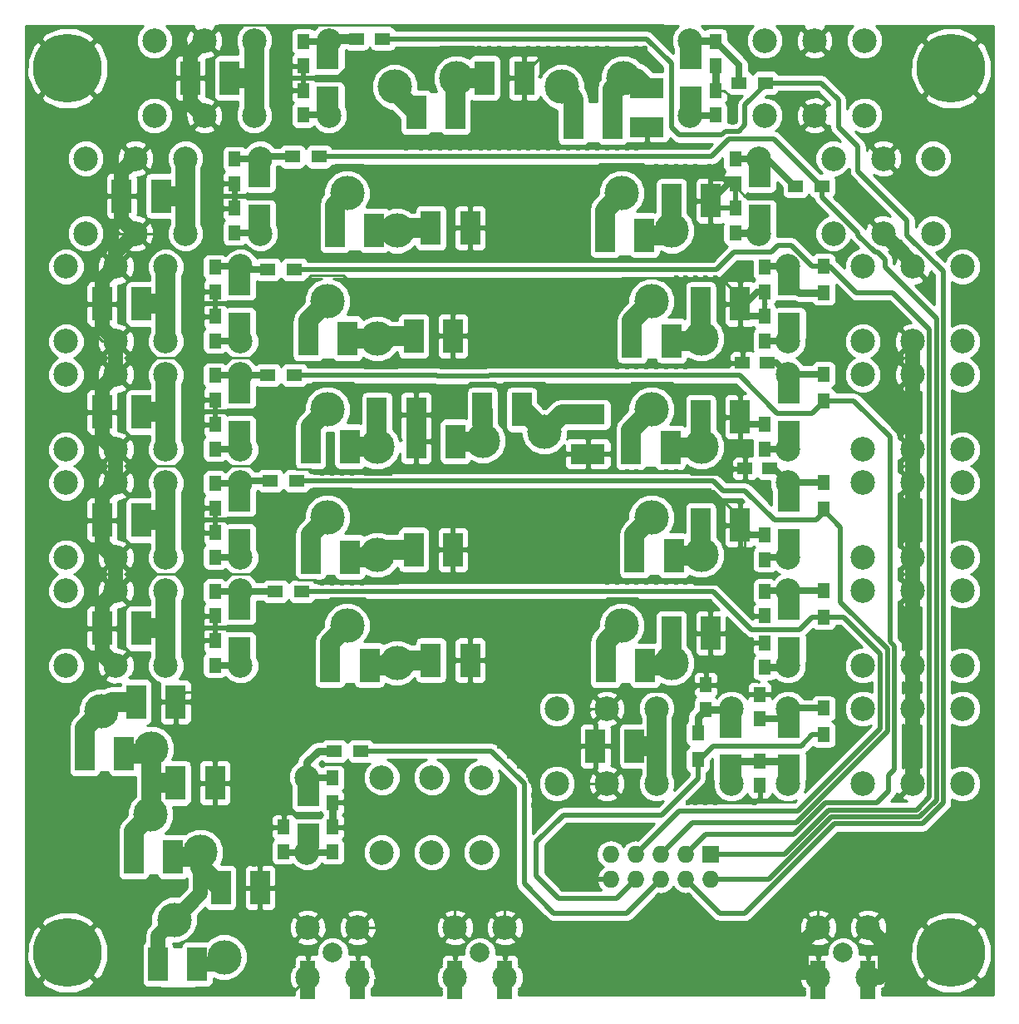
<source format=gbl>
G04 #@! TF.FileFunction,Copper,L4,Bot,Signal*
%FSLAX46Y46*%
G04 Gerber Fmt 4.6, Leading zero omitted, Abs format (unit mm)*
G04 Created by KiCad (PCBNEW 4.0.7) date 01/12/18 12:42:43*
%MOMM*%
%LPD*%
G01*
G04 APERTURE LIST*
%ADD10C,0.100000*%
%ADD11C,0.600000*%
%ADD12C,3.500000*%
%ADD13R,1.727200X1.727200*%
%ADD14O,1.727200X1.727200*%
%ADD15C,2.500000*%
%ADD16R,1.250000X1.500000*%
%ADD17R,1.500000X1.250000*%
%ADD18C,1.998980*%
%ADD19C,2.499360*%
%ADD20C,7.000000*%
%ADD21R,2.000000X3.500000*%
%ADD22R,2.300000X2.500000*%
%ADD23R,1.500000X1.300000*%
%ADD24R,1.300000X1.500000*%
%ADD25R,3.500000X2.000000*%
%ADD26R,1.500000X4.000000*%
%ADD27C,0.250000*%
%ADD28C,0.500000*%
%ADD29C,1.500000*%
%ADD30C,1.000000*%
%ADD31C,0.700000*%
%ADD32C,0.800000*%
%ADD33C,2.000000*%
%ADD34C,2.500000*%
%ADD35C,0.254000*%
G04 APERTURE END LIST*
D10*
D11*
X91500000Y-139000000D03*
X92500000Y-139000000D03*
X93500000Y-139000000D03*
X94500000Y-139000000D03*
X95500000Y-139000000D03*
X96500000Y-139000000D03*
X97500000Y-139000000D03*
X91500000Y-140000000D03*
X92500000Y-140000000D03*
X93500000Y-140000000D03*
X94500000Y-140000000D03*
X95500000Y-140000000D03*
X96500000Y-140000000D03*
X97500000Y-140000000D03*
X91500000Y-141000000D03*
X92500000Y-141000000D03*
X93500000Y-141000000D03*
X94500000Y-141000000D03*
X95500000Y-141000000D03*
X96500000Y-141000000D03*
X97500000Y-141000000D03*
X91500000Y-142000000D03*
X92500000Y-142000000D03*
X93500000Y-142000000D03*
X94500000Y-142000000D03*
X95500000Y-142000000D03*
X96500000Y-142000000D03*
X97500000Y-142000000D03*
X91500000Y-143000000D03*
X92500000Y-143000000D03*
X93500000Y-143000000D03*
X94500000Y-143000000D03*
X95500000Y-143000000D03*
X96500000Y-143000000D03*
X97500000Y-143000000D03*
X91500000Y-144000000D03*
X92500000Y-144000000D03*
X93500000Y-144000000D03*
X94500000Y-144000000D03*
X95500000Y-144000000D03*
X96500000Y-144000000D03*
X97500000Y-144000000D03*
D12*
X93305923Y-51898026D03*
X99592102Y-51000000D03*
X116460000Y-62730000D03*
X121540000Y-66540000D03*
X119460000Y-84730000D03*
X124540000Y-88540000D03*
D11*
X134000000Y-144000000D03*
X133000000Y-144000000D03*
X132000000Y-144000000D03*
X131000000Y-144000000D03*
X130000000Y-144000000D03*
X129000000Y-144000000D03*
X128000000Y-144000000D03*
X127000000Y-144000000D03*
X126000000Y-144000000D03*
X125000000Y-144000000D03*
X124000000Y-144000000D03*
X123000000Y-144000000D03*
X122000000Y-144000000D03*
X121000000Y-144000000D03*
X120000000Y-144000000D03*
X119000000Y-144000000D03*
X118000000Y-144000000D03*
X117000000Y-144000000D03*
X116000000Y-144000000D03*
X115000000Y-144000000D03*
X114000000Y-144000000D03*
X113000000Y-144000000D03*
X112000000Y-144000000D03*
X111000000Y-144000000D03*
X110000000Y-144000000D03*
X109000000Y-144000000D03*
X108000000Y-144000000D03*
X107000000Y-144000000D03*
X134000000Y-143000000D03*
X133000000Y-143000000D03*
X132000000Y-143000000D03*
X131000000Y-143000000D03*
X130000000Y-143000000D03*
X129000000Y-143000000D03*
X128000000Y-143000000D03*
X127000000Y-143000000D03*
X126000000Y-143000000D03*
X125000000Y-143000000D03*
X124000000Y-143000000D03*
X123000000Y-143000000D03*
X122000000Y-143000000D03*
X121000000Y-143000000D03*
X120000000Y-143000000D03*
X119000000Y-143000000D03*
X118000000Y-143000000D03*
X117000000Y-143000000D03*
X116000000Y-143000000D03*
X115000000Y-143000000D03*
X114000000Y-143000000D03*
X113000000Y-143000000D03*
X112000000Y-143000000D03*
X111000000Y-143000000D03*
X110000000Y-143000000D03*
X109000000Y-143000000D03*
X108000000Y-143000000D03*
X107000000Y-143000000D03*
X134000000Y-142000000D03*
X133000000Y-142000000D03*
X132000000Y-142000000D03*
X131000000Y-142000000D03*
X130000000Y-142000000D03*
X129000000Y-142000000D03*
X128000000Y-142000000D03*
X127000000Y-142000000D03*
X126000000Y-142000000D03*
X125000000Y-142000000D03*
X124000000Y-142000000D03*
X123000000Y-142000000D03*
X122000000Y-142000000D03*
X121000000Y-142000000D03*
X120000000Y-142000000D03*
X119000000Y-142000000D03*
X118000000Y-142000000D03*
X117000000Y-142000000D03*
X116000000Y-142000000D03*
X115000000Y-142000000D03*
X114000000Y-142000000D03*
X113000000Y-142000000D03*
X112000000Y-142000000D03*
X111000000Y-142000000D03*
X110000000Y-142000000D03*
X109000000Y-142000000D03*
X108000000Y-142000000D03*
X107000000Y-142000000D03*
X134000000Y-141000000D03*
X133000000Y-141000000D03*
X132000000Y-141000000D03*
X131000000Y-141000000D03*
X130000000Y-141000000D03*
X129000000Y-141000000D03*
X128000000Y-141000000D03*
X127000000Y-141000000D03*
X126000000Y-141000000D03*
X125000000Y-141000000D03*
X124000000Y-141000000D03*
X123000000Y-141000000D03*
X122000000Y-141000000D03*
X121000000Y-141000000D03*
X120000000Y-141000000D03*
X119000000Y-141000000D03*
X118000000Y-141000000D03*
X117000000Y-141000000D03*
X116000000Y-141000000D03*
X115000000Y-141000000D03*
X114000000Y-141000000D03*
X113000000Y-141000000D03*
X112000000Y-141000000D03*
X111000000Y-141000000D03*
X110000000Y-141000000D03*
X109000000Y-141000000D03*
X108000000Y-141000000D03*
X107000000Y-141000000D03*
X134000000Y-140000000D03*
X133000000Y-140000000D03*
X132000000Y-140000000D03*
X131000000Y-140000000D03*
X130000000Y-140000000D03*
X129000000Y-140000000D03*
X128000000Y-140000000D03*
X127000000Y-140000000D03*
X126000000Y-140000000D03*
X125000000Y-140000000D03*
X124000000Y-140000000D03*
X123000000Y-140000000D03*
X122000000Y-140000000D03*
X121000000Y-140000000D03*
X120000000Y-140000000D03*
X119000000Y-140000000D03*
X118000000Y-140000000D03*
X117000000Y-140000000D03*
X116000000Y-140000000D03*
X115000000Y-140000000D03*
X114000000Y-140000000D03*
X113000000Y-140000000D03*
X112000000Y-140000000D03*
X111000000Y-140000000D03*
X110000000Y-140000000D03*
X109000000Y-140000000D03*
X108000000Y-140000000D03*
X107000000Y-140000000D03*
X134000000Y-139000000D03*
X133000000Y-139000000D03*
X132000000Y-139000000D03*
X131000000Y-139000000D03*
X130000000Y-139000000D03*
X129000000Y-139000000D03*
X128000000Y-139000000D03*
X127000000Y-139000000D03*
X126000000Y-139000000D03*
X125000000Y-139000000D03*
X124000000Y-139000000D03*
X123000000Y-139000000D03*
X122000000Y-139000000D03*
X121000000Y-139000000D03*
X120000000Y-139000000D03*
X119000000Y-139000000D03*
X118000000Y-139000000D03*
X117000000Y-139000000D03*
X116000000Y-139000000D03*
X115000000Y-139000000D03*
X114000000Y-139000000D03*
X113000000Y-139000000D03*
X112000000Y-139000000D03*
X111000000Y-139000000D03*
X110000000Y-139000000D03*
X109000000Y-139000000D03*
X108000000Y-139000000D03*
X107000000Y-139000000D03*
X134000000Y-138000000D03*
X133000000Y-138000000D03*
X132000000Y-138000000D03*
X131000000Y-138000000D03*
X130000000Y-138000000D03*
X129000000Y-138000000D03*
X128000000Y-138000000D03*
X127000000Y-138000000D03*
X126000000Y-138000000D03*
X125000000Y-138000000D03*
X124000000Y-138000000D03*
X123000000Y-138000000D03*
X122000000Y-138000000D03*
X121000000Y-138000000D03*
X120000000Y-138000000D03*
X119000000Y-138000000D03*
X118000000Y-138000000D03*
X117000000Y-138000000D03*
X116000000Y-138000000D03*
X115000000Y-138000000D03*
X114000000Y-138000000D03*
X113000000Y-138000000D03*
X112000000Y-138000000D03*
X111000000Y-138000000D03*
X110000000Y-138000000D03*
X109000000Y-138000000D03*
X108000000Y-138000000D03*
X107000000Y-138000000D03*
X154000000Y-136000000D03*
X154000000Y-135000000D03*
X154000000Y-134000000D03*
X154000000Y-133000000D03*
X154000000Y-132000000D03*
X154000000Y-131000000D03*
X154000000Y-130000000D03*
X154000000Y-129000000D03*
X154000000Y-128000000D03*
X154000000Y-127000000D03*
X154000000Y-126000000D03*
X154000000Y-125000000D03*
X154000000Y-124000000D03*
X154000000Y-123000000D03*
X154000000Y-122000000D03*
X154000000Y-121000000D03*
X154000000Y-120000000D03*
X154000000Y-119000000D03*
X154000000Y-118000000D03*
X154000000Y-117000000D03*
X154000000Y-116000000D03*
X154000000Y-115000000D03*
X154000000Y-114000000D03*
X154000000Y-113000000D03*
X154000000Y-112000000D03*
X154000000Y-111000000D03*
X154000000Y-110000000D03*
X154000000Y-109000000D03*
X154000000Y-108000000D03*
X154000000Y-107000000D03*
X154000000Y-106000000D03*
X154000000Y-105000000D03*
X154000000Y-104000000D03*
X154000000Y-103000000D03*
X154000000Y-102000000D03*
X154000000Y-101000000D03*
X154000000Y-100000000D03*
X154000000Y-99000000D03*
X154000000Y-98000000D03*
X154000000Y-97000000D03*
X154000000Y-96000000D03*
X154000000Y-95000000D03*
X154000000Y-94000000D03*
X154000000Y-93000000D03*
X154000000Y-92000000D03*
X154000000Y-91000000D03*
X154000000Y-90000000D03*
X154000000Y-89000000D03*
X154000000Y-88000000D03*
X154000000Y-87000000D03*
X154000000Y-86000000D03*
X154000000Y-85000000D03*
X154000000Y-84000000D03*
X154000000Y-83000000D03*
X154000000Y-82000000D03*
X154000000Y-81000000D03*
X154000000Y-80000000D03*
X154000000Y-79000000D03*
X154000000Y-78000000D03*
X154000000Y-77000000D03*
X154000000Y-76000000D03*
X154000000Y-75000000D03*
X154000000Y-74000000D03*
X154000000Y-73000000D03*
X154000000Y-72000000D03*
X154000000Y-71000000D03*
X154000000Y-70000000D03*
X154000000Y-69000000D03*
X154000000Y-68000000D03*
X154000000Y-67000000D03*
X154000000Y-66000000D03*
X154000000Y-65000000D03*
X154000000Y-64000000D03*
X154000000Y-63000000D03*
X154000000Y-62000000D03*
X154000000Y-61000000D03*
X154000000Y-60000000D03*
X154000000Y-59000000D03*
X154000000Y-58000000D03*
X154000000Y-57000000D03*
X154000000Y-56000000D03*
X154000000Y-55000000D03*
X154000000Y-54000000D03*
X57000000Y-136000000D03*
X56000000Y-136000000D03*
X57000000Y-135000000D03*
X56000000Y-135000000D03*
X57000000Y-134000000D03*
X56000000Y-134000000D03*
X57000000Y-133000000D03*
X56000000Y-133000000D03*
X57000000Y-132000000D03*
X56000000Y-132000000D03*
X57000000Y-131000000D03*
X56000000Y-131000000D03*
X57000000Y-130000000D03*
X56000000Y-130000000D03*
X57000000Y-129000000D03*
X56000000Y-129000000D03*
X57000000Y-128000000D03*
X56000000Y-128000000D03*
X57000000Y-127000000D03*
X56000000Y-127000000D03*
X57000000Y-126000000D03*
X56000000Y-126000000D03*
X57000000Y-125000000D03*
X56000000Y-125000000D03*
X57000000Y-124000000D03*
X56000000Y-124000000D03*
X57000000Y-123000000D03*
X56000000Y-123000000D03*
X57000000Y-122000000D03*
X56000000Y-122000000D03*
X57000000Y-121000000D03*
X56000000Y-121000000D03*
X57000000Y-120000000D03*
X56000000Y-120000000D03*
X57000000Y-119000000D03*
X56000000Y-119000000D03*
X57000000Y-118000000D03*
X56000000Y-118000000D03*
X57000000Y-117000000D03*
X56000000Y-117000000D03*
X57000000Y-116000000D03*
X56000000Y-116000000D03*
X57000000Y-115000000D03*
X56000000Y-115000000D03*
X57000000Y-114000000D03*
X56000000Y-114000000D03*
X57000000Y-113000000D03*
X56000000Y-113000000D03*
X57000000Y-112000000D03*
X56000000Y-112000000D03*
X57000000Y-111000000D03*
X56000000Y-111000000D03*
X57000000Y-110000000D03*
X56000000Y-110000000D03*
X57000000Y-109000000D03*
X56000000Y-109000000D03*
X57000000Y-108000000D03*
X56000000Y-108000000D03*
X57000000Y-107000000D03*
X56000000Y-107000000D03*
X57000000Y-106000000D03*
X56000000Y-106000000D03*
X57000000Y-105000000D03*
X56000000Y-105000000D03*
X57000000Y-104000000D03*
X56000000Y-104000000D03*
X57000000Y-103000000D03*
X56000000Y-103000000D03*
X57000000Y-102000000D03*
X56000000Y-102000000D03*
X57000000Y-101000000D03*
X56000000Y-101000000D03*
X57000000Y-100000000D03*
X56000000Y-100000000D03*
X57000000Y-99000000D03*
X56000000Y-99000000D03*
X57000000Y-98000000D03*
X56000000Y-98000000D03*
X57000000Y-97000000D03*
X56000000Y-97000000D03*
X57000000Y-96000000D03*
X56000000Y-96000000D03*
X57000000Y-95000000D03*
X56000000Y-95000000D03*
X57000000Y-94000000D03*
X56000000Y-94000000D03*
X57000000Y-93000000D03*
X56000000Y-93000000D03*
X57000000Y-92000000D03*
X56000000Y-92000000D03*
X57000000Y-91000000D03*
X56000000Y-91000000D03*
X57000000Y-90000000D03*
X56000000Y-90000000D03*
X57000000Y-89000000D03*
X56000000Y-89000000D03*
X57000000Y-88000000D03*
X56000000Y-88000000D03*
X57000000Y-87000000D03*
X56000000Y-87000000D03*
X57000000Y-86000000D03*
X56000000Y-86000000D03*
X57000000Y-85000000D03*
X56000000Y-85000000D03*
X57000000Y-84000000D03*
X56000000Y-84000000D03*
X57000000Y-83000000D03*
X56000000Y-83000000D03*
X57000000Y-82000000D03*
X56000000Y-82000000D03*
X57000000Y-81000000D03*
X56000000Y-81000000D03*
X57000000Y-80000000D03*
X56000000Y-80000000D03*
X57000000Y-79000000D03*
X56000000Y-79000000D03*
X57000000Y-78000000D03*
X56000000Y-78000000D03*
X57000000Y-77000000D03*
X56000000Y-77000000D03*
X57000000Y-76000000D03*
X56000000Y-76000000D03*
X57000000Y-75000000D03*
X56000000Y-75000000D03*
X57000000Y-74000000D03*
X56000000Y-74000000D03*
X57000000Y-73000000D03*
X56000000Y-73000000D03*
X57000000Y-72000000D03*
X56000000Y-72000000D03*
X57000000Y-71000000D03*
X56000000Y-71000000D03*
X57000000Y-70000000D03*
X56000000Y-70000000D03*
X57000000Y-69000000D03*
X56000000Y-69000000D03*
X57000000Y-68000000D03*
X56000000Y-68000000D03*
X57000000Y-67000000D03*
X56000000Y-67000000D03*
X57000000Y-66000000D03*
X56000000Y-66000000D03*
X57000000Y-65000000D03*
X56000000Y-65000000D03*
X57000000Y-64000000D03*
X56000000Y-64000000D03*
X57000000Y-63000000D03*
X56000000Y-63000000D03*
X57000000Y-62000000D03*
X56000000Y-62000000D03*
X57000000Y-61000000D03*
X56000000Y-61000000D03*
X57000000Y-60000000D03*
X56000000Y-60000000D03*
X57000000Y-59000000D03*
X56000000Y-59000000D03*
X57000000Y-58000000D03*
X56000000Y-58000000D03*
X57000000Y-57000000D03*
X56000000Y-57000000D03*
X57000000Y-56000000D03*
X56000000Y-56000000D03*
X57000000Y-55000000D03*
X56000000Y-55000000D03*
X57000000Y-54000000D03*
D13*
X125500000Y-130000000D03*
D14*
X125500000Y-132540000D03*
X122960000Y-130000000D03*
X122960000Y-132540000D03*
X120420000Y-130000000D03*
X120420000Y-132540000D03*
X117880000Y-130000000D03*
X117880000Y-132540000D03*
X115340000Y-130000000D03*
X115340000Y-132540000D03*
D15*
X133380000Y-70190000D03*
X133380000Y-77810000D03*
X141000000Y-70190000D03*
X141000000Y-77810000D03*
X146080000Y-70190000D03*
X146080000Y-77810000D03*
X151160000Y-70190000D03*
X151160000Y-77810000D03*
D16*
X130500000Y-120500000D03*
X130500000Y-123000000D03*
D12*
X119460000Y-95730000D03*
X124540000Y-99540000D03*
D15*
X127620000Y-122810000D03*
X127620000Y-115190000D03*
X120000000Y-122810000D03*
X120000000Y-115190000D03*
X114920000Y-122810000D03*
X114920000Y-115190000D03*
X109840000Y-122810000D03*
X109840000Y-115190000D03*
X86620000Y-54810000D03*
X86620000Y-47190000D03*
X79000000Y-54810000D03*
X79000000Y-47190000D03*
X73920000Y-54810000D03*
X73920000Y-47190000D03*
X68840000Y-54810000D03*
X68840000Y-47190000D03*
X133380000Y-103190000D03*
X133380000Y-110810000D03*
X141000000Y-103190000D03*
X141000000Y-110810000D03*
X146080000Y-103190000D03*
X146080000Y-110810000D03*
X151160000Y-103190000D03*
X151160000Y-110810000D03*
D12*
X86460000Y-95730000D03*
X91540000Y-99540000D03*
D16*
X84000000Y-47250000D03*
X84000000Y-49750000D03*
X77000000Y-59250000D03*
X77000000Y-61750000D03*
X75000000Y-70250000D03*
X75000000Y-72750000D03*
X75000000Y-81250000D03*
X75000000Y-83750000D03*
X75000000Y-92250000D03*
X75000000Y-94750000D03*
X75000000Y-103250000D03*
X75000000Y-105750000D03*
X84000000Y-54750000D03*
X84000000Y-52250000D03*
X128000000Y-66750000D03*
X128000000Y-64250000D03*
X75000000Y-77750000D03*
X75000000Y-75250000D03*
X75000000Y-88750000D03*
X75000000Y-86250000D03*
X75000000Y-99750000D03*
X75000000Y-97250000D03*
X75000000Y-110750000D03*
X75000000Y-108250000D03*
X126000000Y-49750000D03*
X126000000Y-47250000D03*
X128000000Y-61750000D03*
X128000000Y-59250000D03*
X131000000Y-72750000D03*
X131000000Y-70250000D03*
D17*
X128750000Y-80000000D03*
X131250000Y-80000000D03*
X129000000Y-90750000D03*
X131500000Y-90750000D03*
D16*
X131000000Y-105750000D03*
X131000000Y-103250000D03*
X126000000Y-54750000D03*
X126000000Y-52250000D03*
X77000000Y-66750000D03*
X77000000Y-64250000D03*
X131000000Y-77750000D03*
X131000000Y-75250000D03*
X131000000Y-88750000D03*
X131000000Y-86250000D03*
X131000000Y-100000000D03*
X131000000Y-97500000D03*
X131000000Y-111000000D03*
X131000000Y-108500000D03*
X82000000Y-129750000D03*
X82000000Y-127250000D03*
X87000000Y-129750000D03*
X87000000Y-127250000D03*
D18*
X102000000Y-140000000D03*
D19*
X104540000Y-137460000D03*
X104540000Y-142540000D03*
X99460000Y-142540000D03*
X99460000Y-137460000D03*
D18*
X139000000Y-140000000D03*
D19*
X141540000Y-137460000D03*
X141540000Y-142540000D03*
X136460000Y-142540000D03*
X136460000Y-137460000D03*
D20*
X60000000Y-50000000D03*
X150000000Y-140000000D03*
X60000000Y-140000000D03*
X150000000Y-50000000D03*
D18*
X87000000Y-140000000D03*
D19*
X89540000Y-137460000D03*
X89540000Y-142540000D03*
X84460000Y-142540000D03*
X84460000Y-137460000D03*
D12*
X86460000Y-84730000D03*
X91540000Y-88540000D03*
X75940000Y-140470000D03*
X70860000Y-136660000D03*
X88460000Y-62730000D03*
X93540000Y-66540000D03*
X86460000Y-73730000D03*
X91540000Y-77540000D03*
X88460000Y-106730000D03*
X93540000Y-110540000D03*
X73540000Y-129770000D03*
X68460000Y-125960000D03*
X110305923Y-51898026D03*
X116592102Y-51000000D03*
X119460000Y-73730000D03*
X124540000Y-77540000D03*
X116460000Y-106730000D03*
X121540000Y-110540000D03*
X68540000Y-119270000D03*
X63460000Y-115460000D03*
D15*
X84380000Y-122190000D03*
X84380000Y-129810000D03*
X92000000Y-122190000D03*
X92000000Y-129810000D03*
X97080000Y-122190000D03*
X97080000Y-129810000D03*
X102160000Y-122190000D03*
X102160000Y-129810000D03*
X79620000Y-66810000D03*
X79620000Y-59190000D03*
X72000000Y-66810000D03*
X72000000Y-59190000D03*
X66920000Y-66810000D03*
X66920000Y-59190000D03*
X61840000Y-66810000D03*
X61840000Y-59190000D03*
X77620000Y-77810000D03*
X77620000Y-70190000D03*
X70000000Y-77810000D03*
X70000000Y-70190000D03*
X64920000Y-77810000D03*
X64920000Y-70190000D03*
X59840000Y-77810000D03*
X59840000Y-70190000D03*
X77620000Y-88810000D03*
X77620000Y-81190000D03*
X70000000Y-88810000D03*
X70000000Y-81190000D03*
X64920000Y-88810000D03*
X64920000Y-81190000D03*
X59840000Y-88810000D03*
X59840000Y-81190000D03*
X77620000Y-99810000D03*
X77620000Y-92190000D03*
X70000000Y-99810000D03*
X70000000Y-92190000D03*
X64920000Y-99810000D03*
X64920000Y-92190000D03*
X59840000Y-99810000D03*
X59840000Y-92190000D03*
X77620000Y-110810000D03*
X77620000Y-103190000D03*
X70000000Y-110810000D03*
X70000000Y-103190000D03*
X64920000Y-110810000D03*
X64920000Y-103190000D03*
X59840000Y-110810000D03*
X59840000Y-103190000D03*
X123380000Y-47190000D03*
X123380000Y-54810000D03*
X131000000Y-47190000D03*
X131000000Y-54810000D03*
X136080000Y-47190000D03*
X136080000Y-54810000D03*
X141160000Y-47190000D03*
X141160000Y-54810000D03*
X130380000Y-59190000D03*
X130380000Y-66810000D03*
X138000000Y-59190000D03*
X138000000Y-66810000D03*
X143080000Y-59190000D03*
X143080000Y-66810000D03*
X148160000Y-59190000D03*
X148160000Y-66810000D03*
X133380000Y-81190000D03*
X133380000Y-88810000D03*
X141000000Y-81190000D03*
X141000000Y-88810000D03*
X146080000Y-81190000D03*
X146080000Y-88810000D03*
X151160000Y-81190000D03*
X151160000Y-88810000D03*
X133380000Y-92190000D03*
X133380000Y-99810000D03*
X141000000Y-92190000D03*
X141000000Y-99810000D03*
X146080000Y-92190000D03*
X146080000Y-99810000D03*
X151160000Y-92190000D03*
X151160000Y-99810000D03*
D16*
X87000000Y-122250000D03*
X87000000Y-124750000D03*
X125000000Y-115250000D03*
X125000000Y-112750000D03*
D21*
X117750000Y-119000000D03*
X113750000Y-119000000D03*
D16*
X130500000Y-113750000D03*
X130500000Y-116250000D03*
D15*
X133380000Y-115190000D03*
X133380000Y-122810000D03*
X141000000Y-115190000D03*
X141000000Y-122810000D03*
X146080000Y-115190000D03*
X146080000Y-122810000D03*
X151160000Y-115190000D03*
X151160000Y-122810000D03*
D22*
X84500000Y-128150000D03*
X84500000Y-123850000D03*
X123500000Y-53150000D03*
X123500000Y-48850000D03*
X86500000Y-53150000D03*
X86500000Y-48850000D03*
X79500000Y-65150000D03*
X79500000Y-60850000D03*
X77500000Y-76150000D03*
X77500000Y-71850000D03*
X77500000Y-87150000D03*
X77500000Y-82850000D03*
X77500000Y-98150000D03*
X77500000Y-93850000D03*
X77500000Y-109150000D03*
X77500000Y-104850000D03*
X127500000Y-121150000D03*
X127500000Y-116850000D03*
X130500000Y-65150000D03*
X130500000Y-60850000D03*
X133500000Y-87150000D03*
X133500000Y-82850000D03*
X133500000Y-98150000D03*
X133500000Y-93850000D03*
X133500000Y-109150000D03*
X133500000Y-104850000D03*
X133500000Y-121150000D03*
X133500000Y-116850000D03*
X133500000Y-76150000D03*
X133500000Y-71850000D03*
D12*
X102305923Y-87898026D03*
X108592102Y-87000000D03*
D23*
X89400000Y-47000000D03*
X92100000Y-47000000D03*
X82900000Y-59000000D03*
X85600000Y-59000000D03*
X80400000Y-70500000D03*
X83100000Y-70500000D03*
X80400000Y-81250000D03*
X83100000Y-81250000D03*
X80650000Y-92000000D03*
X83350000Y-92000000D03*
X81150000Y-103250000D03*
X83850000Y-103250000D03*
D24*
X124200000Y-117650000D03*
X124200000Y-120350000D03*
D23*
X131100000Y-51500000D03*
X128400000Y-51500000D03*
X136850000Y-62000000D03*
X134150000Y-62000000D03*
D24*
X137000000Y-70150000D03*
X137000000Y-72850000D03*
X137000000Y-83850000D03*
X137000000Y-81150000D03*
X137000000Y-94850000D03*
X137000000Y-92150000D03*
X137000000Y-105850000D03*
X137000000Y-103150000D03*
X137000000Y-117850000D03*
X137000000Y-115150000D03*
D23*
X87150000Y-119500000D03*
X89850000Y-119500000D03*
D21*
X63500000Y-85000000D03*
X67500000Y-85000000D03*
X84750000Y-88500000D03*
X88750000Y-88500000D03*
X73200000Y-141200000D03*
X69200000Y-141200000D03*
X95500000Y-85250000D03*
X91500000Y-85250000D03*
X72500000Y-51000000D03*
X76500000Y-51000000D03*
X65500000Y-63000000D03*
X69500000Y-63000000D03*
X63500000Y-74000000D03*
X67500000Y-74000000D03*
X63500000Y-96000000D03*
X67500000Y-96000000D03*
X63500000Y-107000000D03*
X67500000Y-107000000D03*
X79600000Y-133400000D03*
X75600000Y-133400000D03*
X95500000Y-54500000D03*
X99500000Y-54500000D03*
X87250000Y-66500000D03*
X91250000Y-66500000D03*
X84500000Y-77500000D03*
X88500000Y-77500000D03*
X84750000Y-99750000D03*
X88750000Y-99750000D03*
X86750000Y-110750000D03*
X90750000Y-110750000D03*
X70750000Y-130250000D03*
X66750000Y-130250000D03*
X95500000Y-88000000D03*
X99500000Y-88000000D03*
X106500000Y-51000000D03*
X102500000Y-51000000D03*
X101000000Y-66250000D03*
X97000000Y-66250000D03*
X99250000Y-77250000D03*
X95250000Y-77250000D03*
X102250000Y-84750000D03*
X106250000Y-84750000D03*
X99250000Y-99000000D03*
X95250000Y-99000000D03*
X101000000Y-110250000D03*
X97000000Y-110250000D03*
X75000000Y-122750000D03*
X71000000Y-122750000D03*
X111500000Y-55500000D03*
X115500000Y-55500000D03*
X114750000Y-67000000D03*
X118750000Y-67000000D03*
X117500000Y-77750000D03*
X121500000Y-77750000D03*
D25*
X113000000Y-89250000D03*
X113000000Y-85250000D03*
D21*
X117750000Y-99600000D03*
X121750000Y-99600000D03*
X114800000Y-110800000D03*
X118800000Y-110800000D03*
X65750000Y-119750000D03*
X61750000Y-119750000D03*
D25*
X119000000Y-56000000D03*
X119000000Y-52000000D03*
D21*
X125500000Y-63500000D03*
X121500000Y-63500000D03*
X128500000Y-74000000D03*
X124500000Y-74000000D03*
X128500000Y-96500000D03*
X124500000Y-96500000D03*
X125500000Y-107500000D03*
X121500000Y-107500000D03*
X117400000Y-88600000D03*
X121400000Y-88600000D03*
X128500000Y-85500000D03*
X124500000Y-85500000D03*
X67000000Y-114500000D03*
X71000000Y-114500000D03*
D26*
X104540000Y-142800000D03*
X99460000Y-142800000D03*
X89540000Y-142800000D03*
X84460000Y-142800000D03*
X141540000Y-142800000D03*
X136460000Y-142800000D03*
D11*
X56000000Y-54000000D03*
X135000000Y-67000000D03*
X134000000Y-67000000D03*
X133000000Y-67000000D03*
X133000000Y-66000000D03*
X133000000Y-65000000D03*
X133000000Y-64000000D03*
X133000000Y-64000000D03*
X80500000Y-83000000D03*
X81500000Y-83000000D03*
X82500000Y-83000000D03*
X83500000Y-83000000D03*
X89500000Y-82500000D03*
X90500000Y-82500000D03*
X91500000Y-82500000D03*
X92500000Y-82500000D03*
X93500000Y-82500000D03*
X94500000Y-82500000D03*
X95500000Y-82500000D03*
X96500000Y-82500000D03*
X97500000Y-82500000D03*
X98500000Y-82500000D03*
X99500000Y-82500000D03*
X100500000Y-82500000D03*
X104000000Y-82500000D03*
X109000000Y-82500000D03*
X110000000Y-82500000D03*
X111000000Y-82500000D03*
X112000000Y-82500000D03*
X113000000Y-82500000D03*
X114000000Y-82500000D03*
X115000000Y-82500000D03*
X116000000Y-82500000D03*
X117000000Y-82500000D03*
X122500000Y-82500000D03*
X123500000Y-82500000D03*
X124500000Y-82500000D03*
X125500000Y-82500000D03*
X126500000Y-82500000D03*
X127500000Y-82500000D03*
X63000000Y-144000000D03*
X64000000Y-144000000D03*
X65000000Y-144000000D03*
X66000000Y-144000000D03*
X67000000Y-144000000D03*
X68000000Y-144000000D03*
X69000000Y-144000000D03*
X70000000Y-144000000D03*
X71000000Y-144000000D03*
X72000000Y-144000000D03*
X73000000Y-144000000D03*
X74000000Y-144000000D03*
X75000000Y-144000000D03*
X76000000Y-144000000D03*
X77000000Y-144000000D03*
X78000000Y-144000000D03*
X79000000Y-144000000D03*
X80000000Y-144000000D03*
X81000000Y-144000000D03*
X82000000Y-144000000D03*
X82000000Y-144000000D03*
X123250000Y-124750000D03*
X124000000Y-124750000D03*
X125000000Y-124750000D03*
X125000000Y-124750000D03*
X120000000Y-125000000D03*
X119000000Y-125000000D03*
X118000000Y-125000000D03*
X117000000Y-125000000D03*
X116000000Y-125000000D03*
X111500000Y-125000000D03*
X110500000Y-125000000D03*
X109500000Y-125000000D03*
X108500000Y-125000000D03*
X107500000Y-125000000D03*
X107500000Y-124000000D03*
X107500000Y-123000000D03*
X107000000Y-122000000D03*
X106000000Y-121000000D03*
X105000000Y-120000000D03*
X104000000Y-119000000D03*
X103000000Y-118000000D03*
X102000000Y-118000000D03*
X101000000Y-118000000D03*
X100000000Y-118000000D03*
X99000000Y-118000000D03*
X98000000Y-118000000D03*
X97000000Y-118000000D03*
X96000000Y-118000000D03*
X95000000Y-118000000D03*
X94000000Y-118000000D03*
X93000000Y-118000000D03*
X92000000Y-118000000D03*
X91000000Y-118000000D03*
X90000000Y-118000000D03*
X89000000Y-118000000D03*
X88000000Y-118000000D03*
X87000000Y-118000000D03*
X86000000Y-118000000D03*
X85000000Y-118000000D03*
X84000000Y-118000000D03*
X83000000Y-118000000D03*
X82000000Y-118000000D03*
X81000000Y-118000000D03*
X80000000Y-118000000D03*
X79000000Y-118000000D03*
X79000000Y-119000000D03*
X79000000Y-120000000D03*
X79000000Y-121000000D03*
X79000000Y-122000000D03*
X79000000Y-123000000D03*
X79000000Y-124000000D03*
X79000000Y-125000000D03*
X79000000Y-126000000D03*
X79000000Y-127000000D03*
X79000000Y-128000000D03*
X79000000Y-129000000D03*
X79000000Y-130000000D03*
X79000000Y-131000000D03*
X89500000Y-121500000D03*
X89500000Y-122500000D03*
X89500000Y-123500000D03*
X89500000Y-124500000D03*
X89500000Y-125500000D03*
X89500000Y-126500000D03*
X89500000Y-127500000D03*
X88500000Y-127500000D03*
X94500000Y-121500000D03*
X94500000Y-122500000D03*
X94500000Y-123500000D03*
X94500000Y-124500000D03*
X94500000Y-125500000D03*
X94500000Y-126500000D03*
X94500000Y-127500000D03*
X94500000Y-128500000D03*
X94500000Y-129500000D03*
X94000000Y-131000000D03*
X93000000Y-132000000D03*
X92000000Y-132000000D03*
X91000000Y-132000000D03*
X90000000Y-132000000D03*
X89000000Y-132000000D03*
X88000000Y-133000000D03*
X87000000Y-134000000D03*
X86000000Y-135000000D03*
X105000000Y-123000000D03*
X105000000Y-124000000D03*
X105000000Y-125000000D03*
X105000000Y-126000000D03*
X105000000Y-127000000D03*
X105000000Y-128000000D03*
X105000000Y-129000000D03*
X105000000Y-130000000D03*
X105000000Y-131000000D03*
X105000000Y-132000000D03*
X105000000Y-133000000D03*
X105000000Y-134000000D03*
X105000000Y-135000000D03*
X99000000Y-133500000D03*
X99000000Y-134500000D03*
X99000000Y-135500000D03*
X99500000Y-122000000D03*
X99500000Y-123000000D03*
X99500000Y-124000000D03*
X99500000Y-125000000D03*
X99500000Y-126000000D03*
X99500000Y-127000000D03*
X99500000Y-128000000D03*
X99500000Y-129000000D03*
X99500000Y-130000000D03*
X99500000Y-131000000D03*
X99000000Y-132000000D03*
X98000000Y-133000000D03*
X97000000Y-134000000D03*
X96000000Y-135000000D03*
X95000000Y-136000000D03*
X94000000Y-137000000D03*
X93000000Y-137000000D03*
X92000000Y-137000000D03*
X149000000Y-127000000D03*
X148000000Y-128000000D03*
X147000000Y-129000000D03*
X146000000Y-130000000D03*
X145000000Y-130000000D03*
X144000000Y-130000000D03*
X143000000Y-130000000D03*
X142000000Y-130000000D03*
X141000000Y-130000000D03*
X140000000Y-130000000D03*
X139000000Y-131000000D03*
X138000000Y-132000000D03*
X137000000Y-133000000D03*
X136000000Y-134000000D03*
X136000000Y-135000000D03*
X153000000Y-131000000D03*
X152000000Y-132000000D03*
X151000000Y-133000000D03*
X150000000Y-134000000D03*
X149000000Y-135000000D03*
X148000000Y-136000000D03*
X147000000Y-136000000D03*
X146000000Y-136000000D03*
X145000000Y-136000000D03*
X144000000Y-136000000D03*
X143000000Y-136000000D03*
X73000000Y-113500000D03*
X74000000Y-113500000D03*
X75000000Y-113500000D03*
X76000000Y-113500000D03*
X77000000Y-113500000D03*
X77900000Y-113500000D03*
X79000000Y-113500000D03*
X80000000Y-113500000D03*
X81000000Y-113500000D03*
X82000000Y-113500000D03*
X83000000Y-113500000D03*
X84000000Y-113500000D03*
X85000000Y-113500000D03*
X86000000Y-113500000D03*
X87000000Y-113500000D03*
X88000000Y-113500000D03*
X89000000Y-113500000D03*
X90000000Y-113500000D03*
X91000000Y-113500000D03*
X92000000Y-113500000D03*
X93000000Y-113500000D03*
X94000000Y-113500000D03*
X95000000Y-113500000D03*
X96000000Y-113500000D03*
X97000000Y-113500000D03*
X98000000Y-113500000D03*
X99000000Y-113500000D03*
X100000000Y-113500000D03*
X101000000Y-113500000D03*
X129000000Y-100000000D03*
X128000000Y-101000000D03*
X126500000Y-102300000D03*
X123000000Y-102300000D03*
X122000000Y-102300000D03*
X121000000Y-102300000D03*
X120000000Y-102300000D03*
X119000000Y-102300000D03*
X118000000Y-102300000D03*
X117000000Y-102300000D03*
X116000000Y-102300000D03*
X115000000Y-102300000D03*
X115000000Y-100999996D03*
X114000000Y-104500012D03*
X115000000Y-100000000D03*
X115000000Y-99000000D03*
X114000000Y-99000000D03*
X113000000Y-99000000D03*
X112000000Y-99000000D03*
X111000000Y-99000000D03*
X110000000Y-99000000D03*
X109000000Y-99000000D03*
X108000000Y-100000000D03*
X107000000Y-101000000D03*
X106000000Y-102000000D03*
X105000000Y-102000000D03*
X104000000Y-102000000D03*
X103000000Y-102000000D03*
X102000000Y-102000000D03*
X101000000Y-102000000D03*
X100000000Y-102000000D03*
X99000000Y-102000000D03*
X98000000Y-102000000D03*
X97000000Y-102000000D03*
X96000000Y-102000000D03*
X106900000Y-78000000D03*
X106000000Y-78999998D03*
X105100000Y-79900000D03*
X103000000Y-80000004D03*
X101900002Y-80000000D03*
X101000000Y-80000000D03*
X100000000Y-80000000D03*
X99000000Y-80000000D03*
X97999998Y-80000000D03*
X97000000Y-80000000D03*
X96000004Y-80000000D03*
X94999996Y-80000000D03*
X94000000Y-80000000D03*
X90100000Y-80300000D03*
X89000000Y-80300000D03*
X87000000Y-80300000D03*
X88000000Y-80300000D03*
X86000000Y-80300000D03*
X90000000Y-48700000D03*
X91000000Y-48700000D03*
X92000000Y-48700000D03*
X93000000Y-48700000D03*
X94000000Y-48700000D03*
X95000000Y-48700000D03*
X96100000Y-48700000D03*
X97100000Y-48700000D03*
X102000000Y-48000000D03*
X103000000Y-48000000D03*
X109000000Y-48000000D03*
X108000000Y-48000000D03*
X107000000Y-48000000D03*
X104000000Y-48000000D03*
X105500000Y-48000000D03*
X118800000Y-48000000D03*
X118000000Y-48000000D03*
X115000000Y-48000000D03*
X114000000Y-48000000D03*
X112900000Y-48000000D03*
X112000000Y-48000000D03*
X111000000Y-48000000D03*
X110000000Y-48000000D03*
X124900000Y-58000000D03*
X124000000Y-58000000D03*
X123000000Y-58000000D03*
X122000000Y-58000000D03*
X120900000Y-58000000D03*
X119900000Y-58000000D03*
X118900000Y-58000000D03*
X118000000Y-58100000D03*
X117000000Y-58100000D03*
X116000000Y-58100000D03*
X115000000Y-58100000D03*
X114000000Y-58100000D03*
X113000000Y-58100000D03*
X112000000Y-58100000D03*
X111000000Y-58100000D03*
X110000000Y-58100000D03*
X109000000Y-58100000D03*
X108000000Y-58100000D03*
X107000000Y-58100000D03*
X106000000Y-58100000D03*
X105000000Y-58100000D03*
X104000000Y-58100000D03*
X103000000Y-58100000D03*
X102100000Y-58100000D03*
X101000000Y-58100000D03*
X100000000Y-58100000D03*
X99000000Y-58100000D03*
X98000000Y-58100000D03*
X97000000Y-58100000D03*
X96000000Y-58100000D03*
X94500000Y-58100000D03*
X93000000Y-57000000D03*
X92000000Y-57000000D03*
X91000000Y-57000000D03*
X90000000Y-57000000D03*
X89000000Y-57000000D03*
X88000000Y-57000000D03*
X87000000Y-57000000D03*
X86000000Y-57000000D03*
X85000000Y-57000000D03*
X84000000Y-57000000D03*
X83000000Y-57000000D03*
X82000000Y-57000000D03*
X81000000Y-57000000D03*
X79900000Y-57000000D03*
X79000000Y-57000000D03*
X78000000Y-57000000D03*
X77000000Y-57000000D03*
X76000000Y-57000000D03*
X85000000Y-60600000D03*
X84000000Y-60600000D03*
X83000000Y-60600000D03*
X82000000Y-60600000D03*
X92000000Y-63000000D03*
X93000000Y-63000000D03*
X94000000Y-63000000D03*
X95000000Y-63000000D03*
X95900000Y-63000000D03*
X97000000Y-63000000D03*
X98000000Y-63000000D03*
X99000000Y-63000000D03*
X100000000Y-63000000D03*
X101000000Y-63000000D03*
X104400000Y-61100000D03*
X103500000Y-62000000D03*
X102500000Y-63000000D03*
X105000000Y-60500000D03*
X106000000Y-60500000D03*
X107000000Y-60500000D03*
X108000000Y-60500000D03*
X109000000Y-60500000D03*
X110000000Y-60500000D03*
X111000000Y-60500000D03*
X112000000Y-60500000D03*
X113000000Y-60500000D03*
X120000000Y-60000000D03*
X121000000Y-60000000D03*
X122000000Y-60000000D03*
X123000000Y-60000000D03*
X124000000Y-60000000D03*
X125375000Y-60000000D03*
X125500000Y-66000000D03*
X125500000Y-66900000D03*
X125500000Y-68000000D03*
X124800000Y-68700000D03*
X123900000Y-69600000D03*
X123000000Y-69600000D03*
X122000000Y-69600000D03*
X121000000Y-69600000D03*
X120000000Y-69600000D03*
X119000000Y-69600000D03*
X118000000Y-69600000D03*
X117000000Y-69600000D03*
X116000000Y-69600000D03*
X115000000Y-69600000D03*
X114000000Y-69600000D03*
X112000000Y-66000000D03*
X111000000Y-66000000D03*
X110000000Y-66000000D03*
X109000000Y-66000000D03*
X108000000Y-66000000D03*
X107000000Y-67000000D03*
X106000000Y-68000000D03*
X105000000Y-69000000D03*
X104000000Y-69400000D03*
X103000000Y-69400000D03*
X102000000Y-69400000D03*
X101000000Y-69400000D03*
X100000000Y-69400000D03*
X99000000Y-69400000D03*
X98000000Y-69400000D03*
X97000000Y-69400000D03*
X96000000Y-69400000D03*
X91000000Y-69400000D03*
X90000000Y-69400000D03*
X89000000Y-69400000D03*
X88000000Y-69400000D03*
X87000000Y-69400000D03*
X85000000Y-68900000D03*
X84000000Y-68900000D03*
X83000000Y-68900000D03*
X82000000Y-68900000D03*
X81000000Y-68900000D03*
X80000000Y-68900000D03*
X75000000Y-68700000D03*
X74000000Y-68700000D03*
X82000000Y-73000000D03*
X82900000Y-73000000D03*
X90000000Y-73000000D03*
X91000000Y-74000000D03*
X92000000Y-74000000D03*
X93000000Y-74000000D03*
X94000000Y-74000000D03*
X95000000Y-74000000D03*
X96000000Y-74000000D03*
X97000000Y-74000000D03*
X98000000Y-74000000D03*
X99000000Y-74000000D03*
X100000000Y-74000000D03*
X101000000Y-74000000D03*
X104000000Y-72000000D03*
X103000000Y-73000000D03*
X102000000Y-74000000D03*
X105000000Y-71600000D03*
X106000000Y-71600000D03*
X107000000Y-71600000D03*
X108000000Y-71600000D03*
X109000000Y-71600000D03*
X110000000Y-71600000D03*
X111000000Y-71600000D03*
X112000000Y-71600000D03*
X113000000Y-71600000D03*
X114000000Y-71600000D03*
X116000004Y-71600000D03*
X115100000Y-71600000D03*
X122000000Y-71300000D03*
X123000000Y-71300000D03*
X124000000Y-71300000D03*
X125000000Y-71300000D03*
X126000000Y-71300000D03*
X115100000Y-76900000D03*
X114000000Y-76900000D03*
X113000000Y-76900000D03*
X112000000Y-76900000D03*
X111000000Y-76900000D03*
X110000000Y-76900000D03*
X109000000Y-76900000D03*
X108000000Y-76900000D03*
X104000000Y-80000000D03*
X123000000Y-80400000D03*
X122000000Y-80400000D03*
X121000000Y-80400000D03*
X120000000Y-80400000D03*
X119000000Y-80400000D03*
X118000000Y-80400000D03*
X117000000Y-80400000D03*
X116000000Y-80400000D03*
X80000000Y-79900000D03*
X83000000Y-79900000D03*
X82000000Y-79900000D03*
X81000000Y-79900000D03*
X79000000Y-79500000D03*
X76000000Y-79500000D03*
X75000000Y-79500000D03*
X74000000Y-79500000D03*
X73000000Y-79500000D03*
X72000000Y-79500000D03*
X68000000Y-79500000D03*
X67000000Y-79500000D03*
X122000000Y-113600000D03*
X112700000Y-113500000D03*
X111900000Y-113500000D03*
X111000000Y-113500000D03*
X108000000Y-113500000D03*
X107000000Y-113500000D03*
X80000000Y-104800000D03*
X81000000Y-104800000D03*
X82000000Y-104800000D03*
X83000000Y-104800000D03*
X84000000Y-104800000D03*
X85000000Y-104800000D03*
X92300000Y-106000000D03*
X94000000Y-107000000D03*
X95000000Y-107000000D03*
X96000000Y-107000000D03*
X97000000Y-107000000D03*
X98000000Y-107000000D03*
X99000000Y-107000000D03*
X100000000Y-107000000D03*
X103000000Y-105000000D03*
X102000000Y-106000000D03*
X104000000Y-104500000D03*
X105000000Y-104500000D03*
X106000000Y-104500000D03*
X107000000Y-104500000D03*
X108000000Y-104500000D03*
X109000000Y-104500000D03*
X110000000Y-104500000D03*
X111000000Y-104500000D03*
X112000000Y-104500000D03*
X113000000Y-104500000D03*
X124000000Y-104500000D03*
X123000000Y-104500000D03*
X122000000Y-104500000D03*
X121000000Y-104500000D03*
X120000000Y-104500000D03*
X119000000Y-104500000D03*
X101000000Y-107000000D03*
X113000000Y-110000000D03*
X112000000Y-110000000D03*
X111000000Y-110000000D03*
X110000000Y-110000000D03*
X109000000Y-110000000D03*
X108000000Y-110000000D03*
X107000000Y-110000000D03*
X106000000Y-111000000D03*
X105000000Y-112000000D03*
X122000000Y-91100000D03*
X121000000Y-91100000D03*
X120000000Y-91100000D03*
X119000000Y-91100000D03*
X118000000Y-91100000D03*
X117000000Y-91100000D03*
X116000000Y-91100000D03*
X115000000Y-91100000D03*
X114000000Y-91100000D03*
X113000000Y-91100000D03*
X112000000Y-91100000D03*
X111000000Y-91100000D03*
X110000000Y-91100000D03*
X109000000Y-91100000D03*
X108000000Y-91100000D03*
X105000000Y-91100000D03*
X107000000Y-91100000D03*
X106000000Y-91100000D03*
X104000000Y-91100000D03*
X103000000Y-91100000D03*
X102000000Y-91100000D03*
X101000000Y-91100000D03*
X100000000Y-91100000D03*
X99000000Y-91100000D03*
X98000000Y-91100000D03*
X97000000Y-91100000D03*
X96000000Y-91100000D03*
X95000000Y-91100000D03*
X94000000Y-91100000D03*
X89000000Y-91200000D03*
X88000000Y-91200000D03*
X87000000Y-91200000D03*
X86000000Y-91200000D03*
X83000000Y-90500000D03*
X82000000Y-90500000D03*
X81000000Y-90500000D03*
X80000000Y-90500000D03*
X79000000Y-90500000D03*
X76000000Y-90500000D03*
X75000000Y-90500000D03*
X74000000Y-90500000D03*
X73000000Y-90500000D03*
X72000000Y-90500000D03*
X68000000Y-90500000D03*
X67000000Y-90500000D03*
X79925001Y-93874999D03*
X81000000Y-93874999D03*
X81900000Y-93874999D03*
X83000000Y-93900000D03*
X89000000Y-93000000D03*
X90000000Y-94000000D03*
X91000000Y-95000000D03*
X92000000Y-96000000D03*
X93100000Y-96000000D03*
X93900000Y-96000000D03*
X95000000Y-96000000D03*
X96000000Y-96000000D03*
X97000000Y-96000000D03*
X98000000Y-96000000D03*
X98900000Y-96000000D03*
X100100000Y-96000000D03*
X101000000Y-96000000D03*
X102000000Y-96000000D03*
X103000000Y-96000000D03*
X104000000Y-95000000D03*
X105000000Y-94000000D03*
X106000000Y-93000000D03*
X107000000Y-93000000D03*
X108100000Y-93000000D03*
X109000000Y-93000000D03*
X110000000Y-93000000D03*
X111000000Y-93000000D03*
X112000000Y-93000000D03*
X113000000Y-93000000D03*
X114000000Y-93000000D03*
X115000000Y-93000000D03*
X116000000Y-93000000D03*
X117000000Y-93000000D03*
X122000000Y-93000000D03*
X123000000Y-93000000D03*
X124100000Y-93000000D03*
X125000000Y-93000000D03*
X90000000Y-102400000D03*
X89000000Y-102400000D03*
X88000000Y-102400000D03*
X87000000Y-102400000D03*
X86000000Y-102400000D03*
X82000000Y-101500000D03*
X81000000Y-101500000D03*
X79900000Y-101500000D03*
X79000000Y-101500000D03*
X76000000Y-101500000D03*
X75000000Y-101500000D03*
X74000000Y-101500000D03*
X73100000Y-101500000D03*
X72000000Y-101500000D03*
X68000000Y-101500000D03*
X67000000Y-101500000D03*
X94000000Y-102000000D03*
X95000000Y-102000000D03*
X113500000Y-113500000D03*
X116500000Y-113500000D03*
X117500000Y-113500000D03*
X118500000Y-113500000D03*
X123500000Y-113500000D03*
X106000000Y-113500000D03*
X105000000Y-113500000D03*
X104000000Y-113500000D03*
X103000000Y-113500000D03*
X102000000Y-113500000D03*
X115000000Y-125000000D03*
X127800000Y-55500000D03*
X127800000Y-54799988D03*
X127800000Y-54000000D03*
X127800000Y-53200000D03*
X154000000Y-127750000D03*
X126000000Y-124800000D03*
X130000000Y-124800000D03*
X146000000Y-96000000D03*
X146000000Y-107000000D03*
X146000000Y-113000000D03*
X146000000Y-119000000D03*
X112500000Y-116000000D03*
X112500000Y-122250000D03*
X71750000Y-53750000D03*
X71750000Y-48250000D03*
X64500000Y-60500000D03*
X64500000Y-66000000D03*
X62750000Y-71250000D03*
X62750000Y-77000000D03*
X62750000Y-82250000D03*
X62750000Y-87750000D03*
X62750000Y-93250000D03*
X62750000Y-98750000D03*
X62750000Y-109750000D03*
X62750000Y-104250000D03*
X125000000Y-110500000D03*
D27*
X134000000Y-67000000D02*
X135000000Y-67000000D01*
X133000000Y-67000000D02*
X134000000Y-67000000D01*
X133000000Y-66000000D02*
X133000000Y-67000000D01*
X133000000Y-65000000D02*
X133000000Y-66000000D01*
X133000000Y-64000000D02*
X133000000Y-65000000D01*
X132500000Y-63000000D02*
X133000000Y-63500000D01*
X133000000Y-63500000D02*
X133000000Y-64000000D01*
X132000000Y-63000000D02*
X132500000Y-63000000D01*
X129000000Y-63000000D02*
X132000000Y-63000000D01*
X128000000Y-62000000D02*
X129000000Y-63000000D01*
X128000000Y-61750000D02*
X128000000Y-62000000D01*
X80500000Y-84000000D02*
X79500000Y-85000000D01*
X79500000Y-85000000D02*
X77000000Y-85000000D01*
X80500000Y-83000000D02*
X80500000Y-84000000D01*
X81500000Y-83000000D02*
X80500000Y-83000000D01*
X82500000Y-83000000D02*
X81500000Y-83000000D01*
X83500000Y-83000000D02*
X82500000Y-83000000D01*
X84000000Y-83000000D02*
X83500000Y-83000000D01*
X84500000Y-82500000D02*
X84000000Y-83000000D01*
X85000000Y-82000000D02*
X84500000Y-82500000D01*
X89000000Y-82000000D02*
X85000000Y-82000000D01*
X89500000Y-82500000D02*
X89000000Y-82000000D01*
X90500000Y-82500000D02*
X89500000Y-82500000D01*
X91500000Y-82500000D02*
X90500000Y-82500000D01*
X92500000Y-82500000D02*
X91500000Y-82500000D01*
X93500000Y-82500000D02*
X92500000Y-82500000D01*
X94500000Y-82500000D02*
X93500000Y-82500000D01*
X95500000Y-82500000D02*
X94500000Y-82500000D01*
X96500000Y-82500000D02*
X95500000Y-82500000D01*
X97500000Y-82500000D02*
X96500000Y-82500000D01*
X98500000Y-82500000D02*
X97500000Y-82500000D01*
X99500000Y-82500000D02*
X98500000Y-82500000D01*
X100500000Y-82500000D02*
X99500000Y-82500000D01*
X101000000Y-82000000D02*
X100500000Y-82500000D01*
X103500000Y-82000000D02*
X101000000Y-82000000D01*
X104000000Y-82500000D02*
X103500000Y-82000000D01*
X104500000Y-82000000D02*
X104000000Y-82500000D01*
X108500000Y-82000000D02*
X104500000Y-82000000D01*
X109000000Y-82500000D02*
X108500000Y-82000000D01*
X110000000Y-82500000D02*
X109000000Y-82500000D01*
X111000000Y-82500000D02*
X110000000Y-82500000D01*
X112000000Y-82500000D02*
X111000000Y-82500000D01*
X113000000Y-82500000D02*
X112000000Y-82500000D01*
X114000000Y-82500000D02*
X113000000Y-82500000D01*
X115000000Y-82500000D02*
X114000000Y-82500000D01*
X116000000Y-82500000D02*
X115000000Y-82500000D01*
X117000000Y-82500000D02*
X116000000Y-82500000D01*
X117500000Y-82000000D02*
X117000000Y-82500000D01*
X121500000Y-82000000D02*
X117500000Y-82000000D01*
X122000000Y-82500000D02*
X121500000Y-82000000D01*
X122500000Y-82500000D02*
X122000000Y-82500000D01*
X123500000Y-82500000D02*
X122500000Y-82500000D01*
X124500000Y-82500000D02*
X123500000Y-82500000D01*
X125500000Y-82500000D02*
X124500000Y-82500000D01*
X126500000Y-82500000D02*
X125500000Y-82500000D01*
X127500000Y-82500000D02*
X126500000Y-82500000D01*
X127500000Y-82500000D02*
X128500000Y-83500000D01*
X128500000Y-83500000D02*
X128500000Y-85500000D01*
X64000000Y-144000000D02*
X63000000Y-144000000D01*
X65000000Y-144000000D02*
X64000000Y-144000000D01*
X66000000Y-144000000D02*
X65000000Y-144000000D01*
X67000000Y-144000000D02*
X66000000Y-144000000D01*
X68000000Y-144000000D02*
X67000000Y-144000000D01*
X69000000Y-144000000D02*
X68000000Y-144000000D01*
X70000000Y-144000000D02*
X69000000Y-144000000D01*
X71000000Y-144000000D02*
X70000000Y-144000000D01*
X72000000Y-144000000D02*
X71000000Y-144000000D01*
X73000000Y-144000000D02*
X72000000Y-144000000D01*
X74000000Y-144000000D02*
X73000000Y-144000000D01*
X75000000Y-144000000D02*
X74000000Y-144000000D01*
X76000000Y-144000000D02*
X75000000Y-144000000D01*
X77000000Y-144000000D02*
X76000000Y-144000000D01*
X78000000Y-144000000D02*
X77000000Y-144000000D01*
X79000000Y-144000000D02*
X78000000Y-144000000D01*
X80000000Y-144000000D02*
X79000000Y-144000000D01*
X81000000Y-144000000D02*
X80000000Y-144000000D01*
X82000000Y-144000000D02*
X81000000Y-144000000D01*
X83000000Y-144000000D02*
X82000000Y-144000000D01*
X84460000Y-142540000D02*
X83000000Y-144000000D01*
X122000000Y-58000000D02*
X123000000Y-58000000D01*
X120900000Y-58000000D02*
X122000000Y-58000000D01*
X119900000Y-58000000D02*
X120900000Y-58000000D01*
X107000000Y-48000000D02*
X108000000Y-48000000D01*
X124000000Y-124750000D02*
X123250000Y-124750000D01*
X125000000Y-124750000D02*
X124000000Y-124750000D01*
X126000000Y-124800000D02*
X125050000Y-124800000D01*
X125050000Y-124800000D02*
X125000000Y-124750000D01*
X119000000Y-125000000D02*
X120000000Y-125000000D01*
X118000000Y-125000000D02*
X119000000Y-125000000D01*
X117000000Y-125000000D02*
X118000000Y-125000000D01*
X116000000Y-125000000D02*
X117000000Y-125000000D01*
X115000000Y-125000000D02*
X116000000Y-125000000D01*
X111500000Y-125000000D02*
X112500000Y-125000000D01*
X115000000Y-125000000D02*
X111500000Y-125000000D01*
X111500000Y-125000000D02*
X110500000Y-125000000D01*
X110000000Y-125000000D02*
X110500000Y-125000000D01*
X109500000Y-125000000D02*
X110000000Y-125000000D01*
X108500000Y-125000000D02*
X109500000Y-125000000D01*
X107500000Y-125000000D02*
X108500000Y-125000000D01*
X107500000Y-124000000D02*
X107500000Y-125000000D01*
X107500000Y-123000000D02*
X107500000Y-124000000D01*
X107000000Y-122500000D02*
X107500000Y-123000000D01*
X107000000Y-122000000D02*
X107000000Y-122500000D01*
X106000000Y-121000000D02*
X107000000Y-122000000D01*
X105000000Y-120000000D02*
X106000000Y-121000000D01*
X104000000Y-119000000D02*
X105000000Y-120000000D01*
X103000000Y-118000000D02*
X104000000Y-119000000D01*
X102000000Y-118000000D02*
X103000000Y-118000000D01*
X101000000Y-118000000D02*
X102000000Y-118000000D01*
X100000000Y-118000000D02*
X101000000Y-118000000D01*
X99000000Y-118000000D02*
X100000000Y-118000000D01*
X98000000Y-118000000D02*
X99000000Y-118000000D01*
X97000000Y-118000000D02*
X98000000Y-118000000D01*
X96000000Y-118000000D02*
X97000000Y-118000000D01*
X95000000Y-118000000D02*
X96000000Y-118000000D01*
X94000000Y-118000000D02*
X95000000Y-118000000D01*
X93000000Y-118000000D02*
X94000000Y-118000000D01*
X92000000Y-118000000D02*
X93000000Y-118000000D01*
X91000000Y-118000000D02*
X92000000Y-118000000D01*
X90000000Y-118000000D02*
X91000000Y-118000000D01*
X89000000Y-118000000D02*
X90000000Y-118000000D01*
X88000000Y-118000000D02*
X89000000Y-118000000D01*
X87000000Y-118000000D02*
X88000000Y-118000000D01*
X86000000Y-118000000D02*
X87000000Y-118000000D01*
X85000000Y-118000000D02*
X86000000Y-118000000D01*
X84000000Y-118000000D02*
X85000000Y-118000000D01*
X83000000Y-118000000D02*
X84000000Y-118000000D01*
X82000000Y-118000000D02*
X83000000Y-118000000D01*
X81000000Y-118000000D02*
X82000000Y-118000000D01*
X80000000Y-118000000D02*
X81000000Y-118000000D01*
X79000000Y-118000000D02*
X80000000Y-118000000D01*
X79000000Y-119000000D02*
X79000000Y-118000000D01*
X79000000Y-120000000D02*
X79000000Y-119000000D01*
X79000000Y-121000000D02*
X79000000Y-120000000D01*
X79000000Y-122000000D02*
X79000000Y-121000000D01*
X79000000Y-123000000D02*
X79000000Y-122000000D01*
X79000000Y-124000000D02*
X79000000Y-123000000D01*
X79000000Y-125000000D02*
X79000000Y-124000000D01*
X79000000Y-126000000D02*
X79000000Y-125000000D01*
X79000000Y-127000000D02*
X79000000Y-126000000D01*
X79000000Y-128000000D02*
X79000000Y-127000000D01*
X79000000Y-129000000D02*
X79000000Y-128000000D01*
X79000000Y-130000000D02*
X79000000Y-129000000D01*
X79000000Y-131000000D02*
X79000000Y-130000000D01*
X79600000Y-133400000D02*
X79600000Y-131400000D01*
X79600000Y-131400000D02*
X79200000Y-131000000D01*
X79200000Y-131000000D02*
X79000000Y-131000000D01*
X89500000Y-122500000D02*
X89500000Y-121500000D01*
X89500000Y-123500000D02*
X89500000Y-122500000D01*
X89500000Y-124500000D02*
X89500000Y-123500000D01*
X89500000Y-125500000D02*
X89500000Y-124500000D01*
X89500000Y-126500000D02*
X89500000Y-125500000D01*
X89500000Y-127500000D02*
X89500000Y-126500000D01*
X88500000Y-127500000D02*
X89500000Y-127500000D01*
X88125000Y-127500000D02*
X88500000Y-127500000D01*
X87000000Y-127250000D02*
X87875000Y-127250000D01*
X87875000Y-127250000D02*
X88125000Y-127500000D01*
X94500000Y-122500000D02*
X94500000Y-121500000D01*
X94500000Y-123500000D02*
X94500000Y-122500000D01*
X94500000Y-124500000D02*
X94500000Y-123500000D01*
X94500000Y-125500000D02*
X94500000Y-124500000D01*
X94500000Y-126500000D02*
X94500000Y-125500000D01*
X94500000Y-127500000D02*
X94500000Y-126500000D01*
X94500000Y-128500000D02*
X94500000Y-127500000D01*
X94500000Y-129500000D02*
X94500000Y-128500000D01*
X94000000Y-130000000D02*
X94500000Y-129500000D01*
X94000000Y-131000000D02*
X94000000Y-130000000D01*
X93000000Y-132000000D02*
X94000000Y-131000000D01*
X92000000Y-132000000D02*
X93000000Y-132000000D01*
X91000000Y-132000000D02*
X92000000Y-132000000D01*
X90000000Y-132000000D02*
X91000000Y-132000000D01*
X89000000Y-132000000D02*
X90000000Y-132000000D01*
X88000000Y-133000000D02*
X89000000Y-132000000D01*
X87000000Y-134000000D02*
X88000000Y-133000000D01*
X86000000Y-135000000D02*
X87000000Y-134000000D01*
X86000000Y-135920000D02*
X86000000Y-135000000D01*
X84460000Y-137460000D02*
X86000000Y-135920000D01*
X105000000Y-124000000D02*
X105000000Y-123000000D01*
X105000000Y-125000000D02*
X105000000Y-124000000D01*
X105000000Y-126000000D02*
X105000000Y-125000000D01*
X105000000Y-127000000D02*
X105000000Y-126000000D01*
X105000000Y-128000000D02*
X105000000Y-127000000D01*
X105000000Y-129000000D02*
X105000000Y-128000000D01*
X105000000Y-130000000D02*
X105000000Y-129000000D01*
X105000000Y-131000000D02*
X105000000Y-130000000D01*
X105000000Y-132000000D02*
X105000000Y-131000000D01*
X105000000Y-133000000D02*
X105000000Y-132000000D01*
X105000000Y-134000000D02*
X105000000Y-133000000D01*
X105000000Y-135000000D02*
X105000000Y-134000000D01*
X105000000Y-135232686D02*
X105000000Y-135000000D01*
X104540000Y-137460000D02*
X104540000Y-135692686D01*
X104540000Y-135692686D02*
X105000000Y-135232686D01*
X99000000Y-134500000D02*
X99000000Y-133500000D01*
X99000000Y-135500000D02*
X99000000Y-134500000D01*
X99267314Y-135500000D02*
X99000000Y-135500000D01*
X99460000Y-137460000D02*
X99460000Y-135692686D01*
X99460000Y-135692686D02*
X99267314Y-135500000D01*
X99500000Y-123000000D02*
X99500000Y-122000000D01*
X99500000Y-124000000D02*
X99500000Y-123000000D01*
X99500000Y-125000000D02*
X99500000Y-124000000D01*
X99500000Y-126000000D02*
X99500000Y-125000000D01*
X99500000Y-127000000D02*
X99500000Y-126000000D01*
X99500000Y-128000000D02*
X99500000Y-127000000D01*
X99500000Y-129000000D02*
X99500000Y-128000000D01*
X99500000Y-130000000D02*
X99500000Y-129000000D01*
X99500000Y-131000000D02*
X99500000Y-130000000D01*
X99000000Y-132000000D02*
X99000000Y-131500000D01*
X99000000Y-131500000D02*
X99500000Y-131000000D01*
X98000000Y-133000000D02*
X99000000Y-132000000D01*
X97000000Y-134000000D02*
X98000000Y-133000000D01*
X96000000Y-135000000D02*
X97000000Y-134000000D01*
X95000000Y-136000000D02*
X96000000Y-135000000D01*
X94000000Y-137000000D02*
X95000000Y-136000000D01*
X93000000Y-137000000D02*
X94000000Y-137000000D01*
X92000000Y-137000000D02*
X93000000Y-137000000D01*
X89540000Y-137460000D02*
X91540000Y-137460000D01*
X91540000Y-137460000D02*
X92000000Y-137000000D01*
X148000000Y-128000000D02*
X149000000Y-127000000D01*
X147000000Y-129000000D02*
X148000000Y-128000000D01*
X146000000Y-130000000D02*
X147000000Y-129000000D01*
X145000000Y-130000000D02*
X146000000Y-130000000D01*
X144000000Y-130000000D02*
X145000000Y-130000000D01*
X143000000Y-130000000D02*
X144000000Y-130000000D01*
X142000000Y-130000000D02*
X143000000Y-130000000D01*
X141000000Y-130000000D02*
X142000000Y-130000000D01*
X140000000Y-130000000D02*
X141000000Y-130000000D01*
X139000000Y-131000000D02*
X140000000Y-130000000D01*
X138000000Y-132000000D02*
X139000000Y-131000000D01*
X137000000Y-133000000D02*
X138000000Y-132000000D01*
X136000000Y-134000000D02*
X137000000Y-133000000D01*
X136000000Y-135000000D02*
X136000000Y-134000000D01*
X136460000Y-137460000D02*
X136460000Y-135460000D01*
X136460000Y-135460000D02*
X136000000Y-135000000D01*
X152000000Y-132000000D02*
X153000000Y-131000000D01*
X151000000Y-133000000D02*
X152000000Y-132000000D01*
X150000000Y-134000000D02*
X151000000Y-133000000D01*
X149000000Y-135000000D02*
X150000000Y-134000000D01*
X148000000Y-136000000D02*
X149000000Y-135000000D01*
X147000000Y-136000000D02*
X148000000Y-136000000D01*
X146000000Y-136000000D02*
X147000000Y-136000000D01*
X145000000Y-136000000D02*
X146000000Y-136000000D01*
X144000000Y-136000000D02*
X145000000Y-136000000D01*
X143000000Y-136000000D02*
X144000000Y-136000000D01*
X141540000Y-137460000D02*
X143000000Y-136000000D01*
X73000000Y-113500000D02*
X72000000Y-113500000D01*
X72000000Y-113500000D02*
X71000000Y-114500000D01*
X74000000Y-113500000D02*
X73000000Y-113500000D01*
X75000000Y-113500000D02*
X74000000Y-113500000D01*
X76000000Y-113500000D02*
X75000000Y-113500000D01*
X77000000Y-113500000D02*
X76000000Y-113500000D01*
X77900000Y-113500000D02*
X77000000Y-113500000D01*
X79000000Y-113500000D02*
X77900000Y-113500000D01*
X80000000Y-113500000D02*
X79000000Y-113500000D01*
X80575736Y-113500000D02*
X80000000Y-113500000D01*
X81000000Y-113500000D02*
X80575736Y-113500000D01*
X82000000Y-113500000D02*
X81000000Y-113500000D01*
X83000000Y-113500000D02*
X82000000Y-113500000D01*
X84000000Y-113500000D02*
X83000000Y-113500000D01*
X85000000Y-113500000D02*
X84000000Y-113500000D01*
X86000000Y-113500000D02*
X85000000Y-113500000D01*
X86575736Y-113500000D02*
X86000000Y-113500000D01*
X87000000Y-113500000D02*
X86575736Y-113500000D01*
X88000000Y-113500000D02*
X87000000Y-113500000D01*
X89000000Y-113500000D02*
X88000000Y-113500000D01*
X89575736Y-113500000D02*
X89000000Y-113500000D01*
X90000000Y-113500000D02*
X89575736Y-113500000D01*
X91000000Y-113500000D02*
X90000000Y-113500000D01*
X92000000Y-113500000D02*
X91000000Y-113500000D01*
X93000000Y-113500000D02*
X92000000Y-113500000D01*
X93575736Y-113500000D02*
X93000000Y-113500000D01*
X94000000Y-113500000D02*
X93575736Y-113500000D01*
X95000000Y-113500000D02*
X94000000Y-113500000D01*
X96000000Y-113500000D02*
X95000000Y-113500000D01*
X96575736Y-113500000D02*
X96000000Y-113500000D01*
X97000000Y-113500000D02*
X96575736Y-113500000D01*
X97575736Y-113500000D02*
X97000000Y-113500000D01*
X98000000Y-113500000D02*
X97575736Y-113500000D01*
X99000000Y-113500000D02*
X98000000Y-113500000D01*
X100000000Y-113500000D02*
X99000000Y-113500000D01*
X101000000Y-113500000D02*
X100000000Y-113500000D01*
X102000000Y-113500000D02*
X101000000Y-113500000D01*
X122000000Y-113600000D02*
X123400000Y-113600000D01*
X123400000Y-113600000D02*
X123500000Y-113500000D01*
X116500000Y-113500000D02*
X117500000Y-113500000D01*
X118500000Y-113500000D02*
X118600000Y-113400000D01*
X118600000Y-113400000D02*
X121800000Y-113400000D01*
X121800000Y-113400000D02*
X122000000Y-113600000D01*
X106000000Y-113500000D02*
X105000000Y-113500000D01*
X104000000Y-113500000D02*
X103000000Y-113500000D01*
X112700000Y-113500000D02*
X113500000Y-113500000D01*
X111000000Y-113500000D02*
X111900000Y-113500000D01*
X107000000Y-113500000D02*
X108000000Y-113500000D01*
X106000000Y-111000000D02*
X105000000Y-112000000D01*
X108000000Y-110000000D02*
X107000000Y-110000000D01*
X110000000Y-110000000D02*
X109000000Y-110000000D01*
X111000000Y-110000000D02*
X112000000Y-110000000D01*
X129000000Y-100000000D02*
X129000000Y-97000000D01*
X129000000Y-97000000D02*
X128500000Y-96500000D01*
X128299999Y-100700001D02*
X129000000Y-100000000D01*
X128000000Y-101000000D02*
X128299999Y-100700001D01*
X126500000Y-102300000D02*
X126700000Y-102300000D01*
X126700000Y-102300000D02*
X128000000Y-101000000D01*
X126300000Y-102500000D02*
X126500000Y-102300000D01*
X123900000Y-102500000D02*
X126300000Y-102500000D01*
X123700000Y-102300000D02*
X123900000Y-102500000D01*
X123000000Y-102300000D02*
X123700000Y-102300000D01*
X122000000Y-102300000D02*
X123000000Y-102300000D01*
X121000000Y-102300000D02*
X122000000Y-102300000D01*
X120000000Y-102300000D02*
X121000000Y-102300000D01*
X119424264Y-102300000D02*
X120000000Y-102300000D01*
X119000000Y-102300000D02*
X119424264Y-102300000D01*
X118424264Y-102300000D02*
X119000000Y-102300000D01*
X118000000Y-102300000D02*
X118424264Y-102300000D01*
X117424264Y-102300000D02*
X118000000Y-102300000D01*
X117000000Y-102300000D02*
X117424264Y-102300000D01*
X116000000Y-102300000D02*
X117000000Y-102300000D01*
X115424264Y-102300000D02*
X116000000Y-102300000D01*
X115000000Y-102300000D02*
X115424264Y-102300000D01*
X115000000Y-102000000D02*
X115000000Y-102300000D01*
X114700001Y-101700001D02*
X115000000Y-102000000D01*
X115000000Y-100999996D02*
X114700001Y-101299995D01*
X114700001Y-101299995D02*
X114700001Y-101700001D01*
X119000000Y-104500000D02*
X118575736Y-104500000D01*
X118575736Y-104500000D02*
X117975736Y-103900000D01*
X117975736Y-103900000D02*
X115024276Y-103900000D01*
X115024276Y-103900000D02*
X114424264Y-104500012D01*
X114424264Y-104500012D02*
X114000000Y-104500012D01*
X115000000Y-100000000D02*
X115000000Y-100999996D01*
X113999988Y-104500000D02*
X114000000Y-104500012D01*
X113000000Y-104500000D02*
X113999988Y-104500000D01*
X115000000Y-99000000D02*
X115000000Y-100000000D01*
X114000000Y-99000000D02*
X115000000Y-99000000D01*
X113000000Y-99000000D02*
X114000000Y-99000000D01*
X112000000Y-99000000D02*
X113000000Y-99000000D01*
X111000000Y-99000000D02*
X112000000Y-99000000D01*
X110000000Y-99000000D02*
X111000000Y-99000000D01*
X109000000Y-99000000D02*
X110000000Y-99000000D01*
X108000000Y-100000000D02*
X109000000Y-99000000D01*
X107000000Y-101000000D02*
X108000000Y-100000000D01*
X106000000Y-102000000D02*
X107000000Y-101000000D01*
X105000000Y-102000000D02*
X106000000Y-102000000D01*
X104000000Y-102000000D02*
X105000000Y-102000000D01*
X103000000Y-102000000D02*
X104000000Y-102000000D01*
X102000000Y-102000000D02*
X103000000Y-102000000D01*
X101000000Y-102000000D02*
X102000000Y-102000000D01*
X100000000Y-102000000D02*
X101000000Y-102000000D01*
X99000000Y-102000000D02*
X100000000Y-102000000D01*
X98000000Y-102000000D02*
X99000000Y-102000000D01*
X97000000Y-102000000D02*
X98000000Y-102000000D01*
X96000000Y-102000000D02*
X97000000Y-102000000D01*
X95000000Y-102000000D02*
X96000000Y-102000000D01*
X106900000Y-78000000D02*
X106000000Y-78900000D01*
X108000000Y-76900000D02*
X106900000Y-78000000D01*
X105700001Y-79299997D02*
X106000000Y-78999998D01*
X105100000Y-79900000D02*
X105700001Y-79299997D01*
X106000000Y-78900000D02*
X106000000Y-78999998D01*
X104000000Y-80000000D02*
X105000000Y-80000000D01*
X105000000Y-80000000D02*
X105100000Y-79900000D01*
X102999996Y-80000000D02*
X103000000Y-80000004D01*
X101900002Y-80000000D02*
X102999996Y-80000000D01*
X104000000Y-80000000D02*
X103000004Y-80000000D01*
X103000004Y-80000000D02*
X103000000Y-80000004D01*
X101000000Y-80000000D02*
X101900002Y-80000000D01*
X100000000Y-80000000D02*
X101000000Y-80000000D01*
X99000000Y-80000000D02*
X100000000Y-80000000D01*
X97999998Y-80000000D02*
X99000000Y-80000000D01*
X97000000Y-80000000D02*
X97999998Y-80000000D01*
X96000004Y-80000000D02*
X97000000Y-80000000D01*
X94999996Y-80000000D02*
X96000004Y-80000000D01*
X94000000Y-80000000D02*
X94999996Y-80000000D01*
X93500000Y-80500000D02*
X93700001Y-80299999D01*
X93700001Y-80299999D02*
X94000000Y-80000000D01*
X93000000Y-80500000D02*
X93500000Y-80500000D01*
X90300000Y-80500000D02*
X90100000Y-80300000D01*
X93000000Y-80500000D02*
X90300000Y-80500000D01*
X89000000Y-80300000D02*
X90100000Y-80300000D01*
X88000000Y-80300000D02*
X89000000Y-80300000D01*
X88000000Y-80300000D02*
X87000000Y-80300000D01*
X86000000Y-80300000D02*
X87000000Y-80300000D01*
X85700001Y-80000001D02*
X86000000Y-80300000D01*
X85600000Y-79900000D02*
X85700001Y-80000001D01*
X83000000Y-79900000D02*
X85600000Y-79900000D01*
X90000000Y-48700000D02*
X89635002Y-48700000D01*
X91000000Y-48700000D02*
X90000000Y-48700000D01*
X92000000Y-48700000D02*
X91000000Y-48700000D01*
X93000000Y-48700000D02*
X92000000Y-48700000D01*
X94000000Y-48700000D02*
X93000000Y-48700000D01*
X95000000Y-48700000D02*
X94000000Y-48700000D01*
X96100000Y-48700000D02*
X95000000Y-48700000D01*
X97100000Y-48700000D02*
X96100000Y-48700000D01*
X102000000Y-48000000D02*
X101500000Y-48000000D01*
X103000000Y-48000000D02*
X102000000Y-48000000D01*
X104000000Y-48000000D02*
X103000000Y-48000000D01*
X108700001Y-48299999D02*
X109000000Y-48000000D01*
X106750000Y-50250000D02*
X108700001Y-48299999D01*
X106500000Y-50250000D02*
X106750000Y-50250000D01*
X110000000Y-48000000D02*
X109000000Y-48000000D01*
X105924264Y-48000000D02*
X107000000Y-48000000D01*
X105500000Y-48000000D02*
X105924264Y-48000000D01*
X105500000Y-48000000D02*
X104000000Y-48000000D01*
X118600000Y-48000000D02*
X118800000Y-48000000D01*
X118000000Y-48000000D02*
X115000000Y-48000000D01*
X118600000Y-48000000D02*
X118000000Y-48000000D01*
X115000000Y-48000000D02*
X114000000Y-48000000D01*
X114000000Y-48000000D02*
X112900000Y-48000000D01*
X112900000Y-48000000D02*
X112000000Y-48000000D01*
X112000000Y-48000000D02*
X111000000Y-48000000D01*
X111000000Y-48000000D02*
X110000000Y-48000000D01*
X106500000Y-50250000D02*
X106500000Y-49000000D01*
X106500000Y-49000000D02*
X105500000Y-48000000D01*
X89635002Y-48700000D02*
X87335002Y-51000000D01*
X101500000Y-48000000D02*
X101300000Y-47800000D01*
X101300000Y-47800000D02*
X98000000Y-47800000D01*
X87335002Y-51000000D02*
X85000000Y-51000000D01*
X98000000Y-47800000D02*
X97100000Y-48700000D01*
X124000000Y-58000000D02*
X124900000Y-58000000D01*
X123000000Y-58000000D02*
X124000000Y-58000000D01*
X119324264Y-58000000D02*
X119900000Y-58000000D01*
X118900000Y-58000000D02*
X119324264Y-58000000D01*
X118900000Y-58000000D02*
X119000000Y-57900000D01*
X118800000Y-58100000D02*
X118900000Y-58000000D01*
X118000000Y-58100000D02*
X118800000Y-58100000D01*
X117000000Y-58100000D02*
X118000000Y-58100000D01*
X116000000Y-58100000D02*
X117000000Y-58100000D01*
X115000000Y-58100000D02*
X116000000Y-58100000D01*
X114000000Y-58100000D02*
X115000000Y-58100000D01*
X113000000Y-58100000D02*
X114000000Y-58100000D01*
X112000000Y-58100000D02*
X113000000Y-58100000D01*
X111000000Y-58100000D02*
X112000000Y-58100000D01*
X110000000Y-58100000D02*
X111000000Y-58100000D01*
X109000000Y-58100000D02*
X110000000Y-58100000D01*
X108000000Y-58100000D02*
X109000000Y-58100000D01*
X107000000Y-58100000D02*
X108000000Y-58100000D01*
X106000000Y-58100000D02*
X107000000Y-58100000D01*
X105000000Y-58100000D02*
X106000000Y-58100000D01*
X104000000Y-58100000D02*
X105000000Y-58100000D01*
X103000000Y-58100000D02*
X104000000Y-58100000D01*
X102100000Y-58100000D02*
X103000000Y-58100000D01*
X101000000Y-58100000D02*
X102100000Y-58100000D01*
X100000000Y-58100000D02*
X101000000Y-58100000D01*
X99000000Y-58100000D02*
X100000000Y-58100000D01*
X98000000Y-58100000D02*
X99000000Y-58100000D01*
X97000000Y-58100000D02*
X98000000Y-58100000D01*
X96000000Y-58100000D02*
X97000000Y-58100000D01*
X94500000Y-58100000D02*
X96000000Y-58100000D01*
X93000000Y-57000000D02*
X93400000Y-57000000D01*
X92000000Y-57000000D02*
X93000000Y-57000000D01*
X91000000Y-57000000D02*
X92000000Y-57000000D01*
X90000000Y-57000000D02*
X91000000Y-57000000D01*
X89000000Y-57000000D02*
X90000000Y-57000000D01*
X88000000Y-57000000D02*
X89000000Y-57000000D01*
X87000000Y-57000000D02*
X88000000Y-57000000D01*
X86000000Y-57000000D02*
X87000000Y-57000000D01*
X85000000Y-57000000D02*
X86000000Y-57000000D01*
X84000000Y-57000000D02*
X85000000Y-57000000D01*
X83000000Y-57000000D02*
X84000000Y-57000000D01*
X82000000Y-57000000D02*
X83000000Y-57000000D01*
X81000000Y-57000000D02*
X82000000Y-57000000D01*
X79900000Y-57000000D02*
X81000000Y-57000000D01*
X79000000Y-57000000D02*
X79900000Y-57000000D01*
X78000000Y-57000000D02*
X79000000Y-57000000D01*
X77000000Y-57000000D02*
X78000000Y-57000000D01*
X76000000Y-57000000D02*
X77000000Y-57000000D01*
X73920000Y-54810000D02*
X73920000Y-54920000D01*
X73920000Y-54920000D02*
X76000000Y-57000000D01*
X93400000Y-57000000D02*
X94500000Y-58100000D01*
X119000000Y-57900000D02*
X119000000Y-56000000D01*
X120614999Y-45614999D02*
X121000000Y-46000000D01*
X73920000Y-47190000D02*
X75495001Y-45614999D01*
X75495001Y-45614999D02*
X120614999Y-45614999D01*
D28*
X84000000Y-51000000D02*
X85000000Y-51000000D01*
X85000000Y-51000000D02*
X85500000Y-51000000D01*
D27*
X106500000Y-51000000D02*
X106500000Y-50250000D01*
X85000000Y-60600000D02*
X86500000Y-60600000D01*
X84000000Y-60600000D02*
X85000000Y-60600000D01*
X83000000Y-60600000D02*
X84000000Y-60600000D01*
X82000000Y-60600000D02*
X83000000Y-60600000D01*
X78000000Y-63000000D02*
X81200000Y-63000000D01*
X81200000Y-63000000D02*
X81700000Y-62500000D01*
X81700000Y-62500000D02*
X81700000Y-60900000D01*
X81700000Y-60900000D02*
X82000000Y-60600000D01*
X86500000Y-60600000D02*
X87300000Y-59800000D01*
X87300000Y-59800000D02*
X90000000Y-59800000D01*
X90000000Y-59800000D02*
X92000000Y-61800000D01*
X92000000Y-61800000D02*
X92000000Y-63000000D01*
X92000000Y-63000000D02*
X93000000Y-63000000D01*
X93000000Y-63000000D02*
X94000000Y-63000000D01*
X94000000Y-63000000D02*
X95000000Y-63000000D01*
X95000000Y-63000000D02*
X95900000Y-63000000D01*
X95900000Y-63000000D02*
X97000000Y-63000000D01*
X97000000Y-63000000D02*
X98000000Y-63000000D01*
X98000000Y-63000000D02*
X99000000Y-63000000D01*
X99000000Y-63000000D02*
X100000000Y-63000000D01*
X100000000Y-63000000D02*
X101000000Y-63000000D01*
X101000000Y-63000000D02*
X102500000Y-63000000D01*
X104400000Y-61100000D02*
X105000000Y-60500000D01*
X103500000Y-62000000D02*
X104400000Y-61100000D01*
X102500000Y-63000000D02*
X103500000Y-62000000D01*
X105000000Y-60500000D02*
X106000000Y-60500000D01*
X106000000Y-60500000D02*
X107000000Y-60500000D01*
X107000000Y-60500000D02*
X108000000Y-60500000D01*
X108000000Y-60500000D02*
X109000000Y-60500000D01*
X109000000Y-60500000D02*
X110000000Y-60500000D01*
X110000000Y-60500000D02*
X111000000Y-60500000D01*
X111000000Y-60500000D02*
X111575736Y-60500000D01*
X111575736Y-60500000D02*
X112000000Y-60500000D01*
X111900000Y-60500000D02*
X112000000Y-60500000D01*
X113000000Y-60500000D02*
X112000000Y-60500000D01*
X113400000Y-60500000D02*
X113000000Y-60500000D01*
X120000000Y-60000000D02*
X118900000Y-60000000D01*
X121000000Y-60000000D02*
X120000000Y-60000000D01*
X122000000Y-60000000D02*
X121000000Y-60000000D01*
X123000000Y-60000000D02*
X122000000Y-60000000D01*
X124000000Y-60000000D02*
X123000000Y-60000000D01*
X125375000Y-60000000D02*
X124000000Y-60000000D01*
X125500000Y-66000000D02*
X125500000Y-65500000D01*
X125500000Y-66900000D02*
X125500000Y-66000000D01*
X125500000Y-68000000D02*
X125500000Y-66900000D01*
X124800000Y-68700000D02*
X125500000Y-68000000D01*
X123900000Y-69600000D02*
X124800000Y-68700000D01*
X123000000Y-69600000D02*
X123900000Y-69600000D01*
X125500000Y-65500000D02*
X125500000Y-63500000D01*
X122000000Y-69600000D02*
X123000000Y-69600000D01*
X121000000Y-69600000D02*
X122000000Y-69600000D01*
X120000000Y-69600000D02*
X121000000Y-69600000D01*
X119000000Y-69600000D02*
X120000000Y-69600000D01*
X118000000Y-69600000D02*
X119000000Y-69600000D01*
X117000000Y-69600000D02*
X118000000Y-69600000D01*
X116000000Y-69600000D02*
X117000000Y-69600000D01*
X115000000Y-69600000D02*
X116000000Y-69600000D01*
X114000000Y-69600000D02*
X115000000Y-69600000D01*
X113600000Y-69600000D02*
X114000000Y-69600000D01*
X112000000Y-66000000D02*
X113000000Y-66000000D01*
X111000000Y-66000000D02*
X112000000Y-66000000D01*
X110000000Y-66000000D02*
X111000000Y-66000000D01*
X109000000Y-66000000D02*
X110000000Y-66000000D01*
X108000000Y-66000000D02*
X109000000Y-66000000D01*
X107000000Y-67000000D02*
X108000000Y-66000000D01*
X106000000Y-68000000D02*
X107000000Y-67000000D01*
X105000000Y-69000000D02*
X106000000Y-68000000D01*
X104600000Y-69400000D02*
X105000000Y-69000000D01*
X104000000Y-69400000D02*
X104600000Y-69400000D01*
X103000000Y-69400000D02*
X104000000Y-69400000D01*
X102000000Y-69400000D02*
X103000000Y-69400000D01*
X101000000Y-69400000D02*
X102000000Y-69400000D01*
X100000000Y-69400000D02*
X101000000Y-69400000D01*
X99000000Y-69400000D02*
X100000000Y-69400000D01*
X98000000Y-69400000D02*
X99000000Y-69400000D01*
X97000000Y-69400000D02*
X98000000Y-69400000D01*
X96000000Y-69400000D02*
X97000000Y-69400000D01*
X95200000Y-69400000D02*
X96000000Y-69400000D01*
X91000000Y-69400000D02*
X91959000Y-69400000D01*
X91959000Y-69400000D02*
X92159000Y-69600000D01*
X92159000Y-69600000D02*
X95000000Y-69600000D01*
X95000000Y-69600000D02*
X95200000Y-69400000D01*
X113000000Y-66000000D02*
X113000000Y-69000000D01*
X113000000Y-69000000D02*
X113600000Y-69600000D01*
X90000000Y-69400000D02*
X91000000Y-69400000D01*
X89000000Y-69400000D02*
X90000000Y-69400000D01*
X88000000Y-69400000D02*
X89000000Y-69400000D01*
X87000000Y-69400000D02*
X88000000Y-69400000D01*
X86500000Y-69400000D02*
X87000000Y-69400000D01*
X85000000Y-68900000D02*
X86000000Y-68900000D01*
X86000000Y-68900000D02*
X86500000Y-69400000D01*
X84000000Y-68900000D02*
X85000000Y-68900000D01*
X83000000Y-68900000D02*
X84000000Y-68900000D01*
X82000000Y-68900000D02*
X83000000Y-68900000D01*
X81000000Y-68900000D02*
X82000000Y-68900000D01*
X80000000Y-68900000D02*
X81000000Y-68900000D01*
X79100000Y-68900000D02*
X80000000Y-68900000D01*
X75000000Y-68700000D02*
X76000000Y-68700000D01*
X74000000Y-68700000D02*
X75000000Y-68700000D01*
X71100000Y-68700000D02*
X74000000Y-68700000D01*
X114200000Y-59700000D02*
X113400000Y-60500000D01*
X118600000Y-59700000D02*
X114200000Y-59700000D01*
X128000000Y-61750000D02*
X127125000Y-61750000D01*
X127125000Y-61750000D02*
X125375000Y-60000000D01*
X118900000Y-60000000D02*
X118600000Y-59700000D01*
X78500000Y-68300000D02*
X79100000Y-68900000D01*
X66920000Y-66810000D02*
X69210000Y-66810000D01*
X69210000Y-66810000D02*
X71100000Y-68700000D01*
X76000000Y-68700000D02*
X76400000Y-68300000D01*
X76400000Y-68300000D02*
X78500000Y-68300000D01*
D28*
X77500000Y-63000000D02*
X78000000Y-63000000D01*
X78000000Y-63000000D02*
X78500000Y-63000000D01*
D27*
X82000000Y-73000000D02*
X82900000Y-73000000D01*
X80000000Y-73000000D02*
X82000000Y-73000000D01*
X90000000Y-73000000D02*
X91000000Y-74000000D01*
X88100000Y-71100000D02*
X90000000Y-73000000D01*
X77000000Y-74000000D02*
X79000000Y-74000000D01*
X79000000Y-74000000D02*
X80000000Y-73000000D01*
X82900000Y-73000000D02*
X84800000Y-71100000D01*
X84800000Y-71100000D02*
X88100000Y-71100000D01*
X91300000Y-74000000D02*
X92000000Y-74000000D01*
X91000000Y-74000000D02*
X91300000Y-74000000D01*
X92000000Y-74000000D02*
X93000000Y-74000000D01*
X93000000Y-74000000D02*
X94000000Y-74000000D01*
X94000000Y-74000000D02*
X95000000Y-74000000D01*
X95000000Y-74000000D02*
X96000000Y-74000000D01*
X96000000Y-74000000D02*
X97000000Y-74000000D01*
X97000000Y-74000000D02*
X98000000Y-74000000D01*
X98000000Y-74000000D02*
X99000000Y-74000000D01*
X99000000Y-74000000D02*
X100000000Y-74000000D01*
X100000000Y-74000000D02*
X101000000Y-74000000D01*
X101000000Y-74000000D02*
X102000000Y-74000000D01*
X104000000Y-72000000D02*
X104400000Y-71600000D01*
X103000000Y-73000000D02*
X104000000Y-72000000D01*
X102000000Y-74000000D02*
X103000000Y-73000000D01*
X104400000Y-71600000D02*
X105000000Y-71600000D01*
X105000000Y-71600000D02*
X106000000Y-71600000D01*
X106000000Y-71600000D02*
X107000000Y-71600000D01*
X107000000Y-71600000D02*
X108000000Y-71600000D01*
X108000000Y-71600000D02*
X109000000Y-71600000D01*
X109000000Y-71600000D02*
X110000000Y-71600000D01*
X110000000Y-71600000D02*
X111000000Y-71600000D01*
X111000000Y-71600000D02*
X112000000Y-71600000D01*
X112000000Y-71600000D02*
X113000000Y-71600000D01*
X113000000Y-71600000D02*
X114000000Y-71600000D01*
X114000000Y-71600000D02*
X114675736Y-71600000D01*
X116600000Y-71300000D02*
X116500000Y-71300000D01*
X115600001Y-71600001D02*
X116000003Y-71600001D01*
X116000005Y-71600001D02*
X116000004Y-71600000D01*
X116199999Y-71600001D02*
X116000005Y-71600001D01*
X116000003Y-71600001D02*
X116000004Y-71600000D01*
X116500000Y-71300000D02*
X116199999Y-71600001D01*
X122000000Y-71300000D02*
X116500000Y-71300000D01*
X115500000Y-71600000D02*
X115600001Y-71600001D01*
X115100000Y-71600000D02*
X115600001Y-71600001D01*
X114675736Y-71600000D02*
X115100000Y-71600000D01*
X122000000Y-71300000D02*
X123000000Y-71300000D01*
X123000000Y-71300000D02*
X124000000Y-71300000D01*
X124000000Y-71300000D02*
X125000000Y-71300000D01*
X125000000Y-71300000D02*
X125575736Y-71300000D01*
X125575736Y-71300000D02*
X126000000Y-71300000D01*
X126550000Y-71300000D02*
X126000000Y-71300000D01*
X128500000Y-74000000D02*
X128500000Y-73250000D01*
X128500000Y-73250000D02*
X126550000Y-71300000D01*
X114000000Y-76900000D02*
X115100000Y-76900000D01*
X113000000Y-76900000D02*
X114000000Y-76900000D01*
X112000000Y-76900000D02*
X113000000Y-76900000D01*
X111000000Y-76900000D02*
X112000000Y-76900000D01*
X110000000Y-76900000D02*
X111000000Y-76900000D01*
X109000000Y-76900000D02*
X110000000Y-76900000D01*
X108000000Y-76900000D02*
X109000000Y-76900000D01*
X115100000Y-76900000D02*
X115100000Y-79500000D01*
X115100000Y-79500000D02*
X116000000Y-80400000D01*
X123000000Y-80400000D02*
X122000000Y-80400000D01*
X126100000Y-80400000D02*
X123000000Y-80400000D01*
X122000000Y-80400000D02*
X121000000Y-80400000D01*
X121000000Y-80400000D02*
X120000000Y-80400000D01*
X120000000Y-80400000D02*
X119000000Y-80400000D01*
X119000000Y-80400000D02*
X118000000Y-80400000D01*
X118000000Y-80400000D02*
X117000000Y-80400000D01*
X117000000Y-80400000D02*
X116000000Y-80400000D01*
X128500000Y-74000000D02*
X128500000Y-78000000D01*
X128500000Y-78000000D02*
X126100000Y-80400000D01*
X80000000Y-79900000D02*
X79700000Y-79900000D01*
X81000000Y-79900000D02*
X80000000Y-79900000D01*
X83000000Y-79900000D02*
X82000000Y-79900000D01*
X82000000Y-79900000D02*
X81000000Y-79900000D01*
X79700000Y-79900000D02*
X79300000Y-79500000D01*
X79300000Y-79500000D02*
X79000000Y-79500000D01*
X79000000Y-79500000D02*
X76000000Y-79500000D01*
X76000000Y-79500000D02*
X75000000Y-79500000D01*
X75000000Y-79500000D02*
X74424264Y-79500000D01*
X74424264Y-79500000D02*
X74000000Y-79500000D01*
X73000000Y-79500000D02*
X74000000Y-79500000D01*
X72000000Y-79500000D02*
X73000000Y-79500000D01*
X68000000Y-79500000D02*
X72000000Y-79500000D01*
X67000000Y-79500000D02*
X68000000Y-79500000D01*
X66610000Y-79500000D02*
X67000000Y-79500000D01*
X64920000Y-77810000D02*
X66610000Y-79500000D01*
X111900000Y-113500000D02*
X112700000Y-113500000D01*
X110500000Y-113500000D02*
X111000000Y-113500000D01*
X108000000Y-113500000D02*
X110500000Y-113500000D01*
X106000000Y-113500000D02*
X107000000Y-113500000D01*
X105000000Y-112000000D02*
X105000000Y-113500000D01*
X81000000Y-104800000D02*
X80000000Y-104800000D01*
X82000000Y-104800000D02*
X81000000Y-104800000D01*
X83000000Y-104800000D02*
X82000000Y-104800000D01*
X84000000Y-104800000D02*
X83000000Y-104800000D01*
X85000000Y-104800000D02*
X84000000Y-104800000D01*
X85900000Y-104800000D02*
X85000000Y-104800000D01*
X92300000Y-106000000D02*
X90200000Y-103900000D01*
X93300000Y-107000000D02*
X92300000Y-106000000D01*
X94000000Y-107000000D02*
X93300000Y-107000000D01*
X95000000Y-107000000D02*
X94000000Y-107000000D01*
X96000000Y-107000000D02*
X95000000Y-107000000D01*
X97000000Y-107000000D02*
X96000000Y-107000000D01*
X98000000Y-107000000D02*
X97000000Y-107000000D01*
X99000000Y-107000000D02*
X98000000Y-107000000D01*
X100000000Y-107000000D02*
X99000000Y-107000000D01*
X101000000Y-107000000D02*
X100000000Y-107000000D01*
X103000000Y-105000000D02*
X102000000Y-106000000D01*
X103500000Y-104500000D02*
X103000000Y-105000000D01*
X102000000Y-106000000D02*
X101000000Y-107000000D01*
X104000000Y-104500000D02*
X103500000Y-104500000D01*
X105000000Y-104500000D02*
X104000000Y-104500000D01*
X106000000Y-104500000D02*
X105000000Y-104500000D01*
X107000000Y-104500000D02*
X106000000Y-104500000D01*
X108000000Y-104500000D02*
X107000000Y-104500000D01*
X109000000Y-104500000D02*
X108000000Y-104500000D01*
X110000000Y-104500000D02*
X109000000Y-104500000D01*
X111000000Y-104500000D02*
X110000000Y-104500000D01*
X112000000Y-104500000D02*
X111000000Y-104500000D01*
X113000000Y-104500000D02*
X112000000Y-104500000D01*
X124000000Y-104500000D02*
X123000000Y-104500000D01*
X124500000Y-104500000D02*
X124000000Y-104500000D01*
X123000000Y-104500000D02*
X122000000Y-104500000D01*
X122000000Y-104500000D02*
X121000000Y-104500000D01*
X121000000Y-104500000D02*
X120000000Y-104500000D01*
X120000000Y-104500000D02*
X119000000Y-104500000D01*
X125500000Y-107500000D02*
X125500000Y-105500000D01*
X125500000Y-105500000D02*
X124500000Y-104500000D01*
X79400000Y-106600000D02*
X79000000Y-107000000D01*
X90200000Y-103900000D02*
X86800000Y-103900000D01*
X86800000Y-103900000D02*
X85900000Y-104800000D01*
X80000000Y-104800000D02*
X79400000Y-105400000D01*
X79400000Y-105400000D02*
X79400000Y-106600000D01*
D28*
X75000000Y-107000000D02*
X79000000Y-107000000D01*
X79000000Y-107000000D02*
X80000000Y-107000000D01*
D27*
X116500000Y-113500000D02*
X116300000Y-113300000D01*
X116300000Y-113300000D02*
X113700000Y-113300000D01*
X113700000Y-113300000D02*
X113500000Y-113500000D01*
X112000000Y-110000000D02*
X113000000Y-110000000D01*
X110000000Y-110000000D02*
X111000000Y-110000000D01*
X108000000Y-110000000D02*
X109000000Y-110000000D01*
X106000000Y-111000000D02*
X107000000Y-110000000D01*
X122000000Y-91100000D02*
X121000000Y-91100000D01*
X123341000Y-91100000D02*
X122000000Y-91100000D01*
X121000000Y-91100000D02*
X120000000Y-91100000D01*
X120000000Y-91100000D02*
X119000000Y-91100000D01*
X119000000Y-91100000D02*
X118000000Y-91100000D01*
X118000000Y-91100000D02*
X117000000Y-91100000D01*
X117000000Y-91100000D02*
X116000000Y-91100000D01*
X116000000Y-91100000D02*
X115000000Y-91100000D01*
X115000000Y-91100000D02*
X114000000Y-91100000D01*
X114000000Y-91100000D02*
X113000000Y-91100000D01*
X113000000Y-91100000D02*
X112000000Y-91100000D01*
X112000000Y-91100000D02*
X111000000Y-91100000D01*
X111000000Y-91100000D02*
X110000000Y-91100000D01*
X110000000Y-91100000D02*
X109000000Y-91100000D01*
X109000000Y-91100000D02*
X108000000Y-91100000D01*
X108000000Y-91100000D02*
X107000000Y-91100000D01*
X105000000Y-91100000D02*
X106000000Y-91100000D01*
X104000000Y-91100000D02*
X105000000Y-91100000D01*
X107000000Y-91100000D02*
X106000000Y-91100000D01*
X128500000Y-85500000D02*
X128500000Y-88800000D01*
X128500000Y-88800000D02*
X126000000Y-91300000D01*
X126000000Y-91300000D02*
X123541000Y-91300000D01*
X123541000Y-91300000D02*
X123341000Y-91100000D01*
X104000000Y-91100000D02*
X103000000Y-91100000D01*
X103000000Y-91100000D02*
X102000000Y-91100000D01*
X102000000Y-91100000D02*
X101000000Y-91100000D01*
X101000000Y-91100000D02*
X100000000Y-91100000D01*
X100000000Y-91100000D02*
X99000000Y-91100000D01*
X99000000Y-91100000D02*
X98000000Y-91100000D01*
X98000000Y-91100000D02*
X97000000Y-91100000D01*
X97000000Y-91100000D02*
X96000000Y-91100000D01*
X96000000Y-91100000D02*
X95000000Y-91100000D01*
X95000000Y-91100000D02*
X94000000Y-91100000D01*
X94000000Y-91100000D02*
X93100000Y-91100000D01*
X89000000Y-91200000D02*
X88000000Y-91200000D01*
X90185002Y-91200000D02*
X89000000Y-91200000D01*
X88000000Y-91200000D02*
X87000000Y-91200000D01*
X87000000Y-91200000D02*
X86000000Y-91200000D01*
X86000000Y-91200000D02*
X85100000Y-91200000D01*
X82000000Y-90500000D02*
X81000000Y-90500000D01*
X83000000Y-90500000D02*
X82000000Y-90500000D01*
X81000000Y-90500000D02*
X80000000Y-90500000D01*
X80000000Y-90500000D02*
X79000000Y-90500000D01*
X79000000Y-90500000D02*
X76000000Y-90500000D01*
X76000000Y-90500000D02*
X75000000Y-90500000D01*
X75000000Y-90500000D02*
X74000000Y-90500000D01*
X74000000Y-90500000D02*
X73000000Y-90500000D01*
X73000000Y-90500000D02*
X72000000Y-90500000D01*
X72000000Y-90500000D02*
X68000000Y-90500000D01*
X68000000Y-90500000D02*
X67000000Y-90500000D01*
X67000000Y-90500000D02*
X66610000Y-90500000D01*
X93100000Y-91100000D02*
X92900000Y-91300000D01*
X85100000Y-91200000D02*
X84700000Y-90800000D01*
X83300000Y-90800000D02*
X83000000Y-90500000D01*
X92900000Y-91300000D02*
X90285002Y-91300000D01*
X90285002Y-91300000D02*
X90185002Y-91200000D01*
X84700000Y-90800000D02*
X83300000Y-90800000D01*
X66610000Y-90500000D02*
X64920000Y-88810000D01*
X81000000Y-93874999D02*
X81900000Y-93874999D01*
X79925001Y-93874999D02*
X81000000Y-93874999D01*
X83000000Y-93900000D02*
X83900000Y-93900000D01*
X82300000Y-93900000D02*
X83000000Y-93900000D01*
X83900000Y-93900000D02*
X85000000Y-92800000D01*
X85000000Y-92800000D02*
X88800000Y-92800000D01*
X88800000Y-92800000D02*
X89000000Y-93000000D01*
X81900000Y-93874999D02*
X82274999Y-93874999D01*
X82300000Y-93900000D02*
X81925001Y-93900000D01*
X81925001Y-93900000D02*
X81900000Y-93874999D01*
X79000000Y-96000000D02*
X79000000Y-95800000D01*
X79700000Y-95100000D02*
X79700000Y-94100000D01*
X82274999Y-93874999D02*
X82300000Y-93900000D01*
X79000000Y-95800000D02*
X79700000Y-95100000D01*
X79700000Y-94100000D02*
X79925001Y-93874999D01*
X89000000Y-93000000D02*
X90000000Y-94000000D01*
X90000000Y-94000000D02*
X91000000Y-95000000D01*
X91000000Y-95000000D02*
X92000000Y-96000000D01*
X93100000Y-96000000D02*
X93900000Y-96000000D01*
X92000000Y-96000000D02*
X93100000Y-96000000D01*
X93900000Y-96000000D02*
X95000000Y-96000000D01*
X95000000Y-96000000D02*
X96000000Y-96000000D01*
X96000000Y-96000000D02*
X95900000Y-96000000D01*
X96000000Y-96000000D02*
X97000000Y-96000000D01*
X98000000Y-96000000D02*
X97000000Y-96000000D01*
X98900000Y-96000000D02*
X98000000Y-96000000D01*
X100100000Y-96000000D02*
X98900000Y-96000000D01*
X101000000Y-96000000D02*
X100100000Y-96000000D01*
X102000000Y-96000000D02*
X101000000Y-96000000D01*
X103000000Y-96000000D02*
X102000000Y-96000000D01*
X104000000Y-95000000D02*
X103000000Y-96000000D01*
X105000000Y-94000000D02*
X104000000Y-95000000D01*
X106000000Y-93000000D02*
X105000000Y-94000000D01*
X107000000Y-93000000D02*
X106000000Y-93000000D01*
X108100000Y-93000000D02*
X107000000Y-93000000D01*
X109000000Y-93000000D02*
X108100000Y-93000000D01*
X110000000Y-93000000D02*
X109000000Y-93000000D01*
X111000000Y-93000000D02*
X110000000Y-93000000D01*
X112000000Y-93000000D02*
X111000000Y-93000000D01*
X113000000Y-93000000D02*
X112000000Y-93000000D01*
X114000000Y-93000000D02*
X113000000Y-93000000D01*
X115000000Y-93000000D02*
X114000000Y-93000000D01*
X116000000Y-93000000D02*
X115000000Y-93000000D01*
X117000000Y-93000000D02*
X116000000Y-93000000D01*
X122000000Y-93000000D02*
X117000000Y-93000000D01*
X123000000Y-93000000D02*
X122000000Y-93000000D01*
X124100000Y-93000000D02*
X123000000Y-93000000D01*
X125000000Y-93000000D02*
X124100000Y-93000000D01*
X125750000Y-93000000D02*
X125000000Y-93000000D01*
X128500000Y-96500000D02*
X128500000Y-95750000D01*
X128500000Y-95750000D02*
X125750000Y-93000000D01*
X90000000Y-102400000D02*
X93600000Y-102400000D01*
X89000000Y-102400000D02*
X90000000Y-102400000D01*
X88000000Y-102400000D02*
X89000000Y-102400000D01*
X87000000Y-102400000D02*
X88000000Y-102400000D01*
X86000000Y-102400000D02*
X87000000Y-102400000D01*
X85500000Y-102400000D02*
X86000000Y-102400000D01*
X82000000Y-101500000D02*
X82900000Y-101500000D01*
X81000000Y-101500000D02*
X82000000Y-101500000D01*
X79900000Y-101500000D02*
X81000000Y-101500000D01*
X79000000Y-101500000D02*
X79900000Y-101500000D01*
X76000000Y-101500000D02*
X79000000Y-101500000D01*
X75000000Y-101500000D02*
X76000000Y-101500000D01*
X74000000Y-101500000D02*
X75000000Y-101500000D01*
X73100000Y-101500000D02*
X74000000Y-101500000D01*
X72000000Y-101500000D02*
X73100000Y-101500000D01*
X68000000Y-101500000D02*
X72000000Y-101500000D01*
X67200000Y-101500000D02*
X68000000Y-101500000D01*
X66610000Y-101500000D02*
X67000000Y-101500000D01*
X67000000Y-101500000D02*
X67200000Y-101500000D01*
X64920000Y-99810000D02*
X66610000Y-101500000D01*
X82900000Y-101500000D02*
X83500000Y-102100000D01*
X83500000Y-102100000D02*
X85200000Y-102100000D01*
X85200000Y-102100000D02*
X85500000Y-102400000D01*
X93600000Y-102400000D02*
X94000000Y-102000000D01*
X94000000Y-102000000D02*
X95000000Y-102000000D01*
X125000000Y-112750000D02*
X124250000Y-112750000D01*
X118500000Y-113500000D02*
X117500000Y-113500000D01*
X124250000Y-112750000D02*
X123500000Y-113500000D01*
X71000000Y-114500000D02*
X72000000Y-114500000D01*
X104000000Y-113500000D02*
X105000000Y-113500000D01*
X102000000Y-113500000D02*
X103000000Y-113500000D01*
X84460000Y-137460000D02*
X84460000Y-136540000D01*
X127800000Y-54000000D02*
X127800000Y-54799988D01*
X127800000Y-53800000D02*
X127800000Y-54000000D01*
X127800000Y-53200000D02*
X127800000Y-53800000D01*
X127800000Y-53175000D02*
X127800000Y-53200000D01*
X126875000Y-52250000D02*
X127800000Y-53175000D01*
X126000000Y-52250000D02*
X126875000Y-52250000D01*
D29*
X72500000Y-51000000D02*
X72500000Y-48610000D01*
X72500000Y-48610000D02*
X73920000Y-47190000D01*
X72500000Y-51000000D02*
X72500000Y-53390000D01*
X72500000Y-53390000D02*
X73920000Y-54810000D01*
X65500000Y-63000000D02*
X65500000Y-60610000D01*
X65500000Y-60610000D02*
X66920000Y-59190000D01*
X65500000Y-63000000D02*
X65500000Y-65390000D01*
X65500000Y-65390000D02*
X66920000Y-66810000D01*
X64920000Y-70190000D02*
X64920000Y-68810000D01*
X64920000Y-68810000D02*
X66920000Y-66810000D01*
X63500000Y-74000000D02*
X63500000Y-71610000D01*
X63500000Y-71610000D02*
X64920000Y-70190000D01*
X63500000Y-74000000D02*
X63500000Y-76390000D01*
X63500000Y-76390000D02*
X64920000Y-77810000D01*
X64920000Y-81190000D02*
X64920000Y-77810000D01*
X63500000Y-85000000D02*
X63500000Y-82610000D01*
X63500000Y-82610000D02*
X64920000Y-81190000D01*
X63500000Y-85000000D02*
X63500000Y-87390000D01*
X63500000Y-87390000D02*
X64920000Y-88810000D01*
X64920000Y-92190000D02*
X64920000Y-88810000D01*
X63500000Y-96000000D02*
X63500000Y-93610000D01*
X63500000Y-93610000D02*
X64920000Y-92190000D01*
X63500000Y-96000000D02*
X63500000Y-98390000D01*
X63500000Y-98390000D02*
X64920000Y-99810000D01*
X64920000Y-103190000D02*
X64920000Y-99810000D01*
X63500000Y-107000000D02*
X63500000Y-104610000D01*
X63500000Y-104610000D02*
X64920000Y-103190000D01*
X63500000Y-107000000D02*
X63500000Y-109390000D01*
X63500000Y-109390000D02*
X64920000Y-110810000D01*
X146080000Y-70190000D02*
X146080000Y-69810000D01*
X146080000Y-69810000D02*
X143080000Y-66810000D01*
X146080000Y-122810000D02*
X146080000Y-115190000D01*
X146080000Y-115190000D02*
X146080000Y-110810000D01*
X146080000Y-110810000D02*
X146080000Y-103190000D01*
X146080000Y-103190000D02*
X146080000Y-99810000D01*
X146080000Y-99810000D02*
X146080000Y-92190000D01*
X146080000Y-92190000D02*
X146080000Y-88810000D01*
X146080000Y-88810000D02*
X146080000Y-81190000D01*
X146080000Y-81190000D02*
X146080000Y-77810000D01*
D27*
X130000000Y-124800000D02*
X126000000Y-124800000D01*
X130500000Y-123000000D02*
X130500000Y-124300000D01*
X130500000Y-124300000D02*
X130000000Y-124800000D01*
D29*
X134750000Y-142000000D02*
X134750000Y-139170000D01*
X134750000Y-139170000D02*
X136460000Y-137460000D01*
X143250000Y-142000000D02*
X143250000Y-139170000D01*
X143250000Y-139170000D02*
X141540000Y-137460000D01*
X142710000Y-142540000D02*
X143250000Y-142000000D01*
X134750000Y-142000000D02*
X135920000Y-142000000D01*
X135920000Y-142000000D02*
X136460000Y-142540000D01*
D27*
X80500000Y-133500000D02*
X80500000Y-133000000D01*
D28*
X84000000Y-51000000D02*
X81500000Y-51000000D01*
X84000000Y-49750000D02*
X84000000Y-51000000D01*
X84000000Y-51000000D02*
X84000000Y-52250000D01*
X77500000Y-63000000D02*
X74500000Y-63000000D01*
X77000000Y-63000000D02*
X77500000Y-63000000D01*
X77000000Y-61750000D02*
X77000000Y-63000000D01*
X77000000Y-63000000D02*
X77000000Y-64250000D01*
X75000000Y-74000000D02*
X73000000Y-74000000D01*
X75000000Y-74000000D02*
X77000000Y-74000000D01*
X75000000Y-72750000D02*
X75000000Y-74000000D01*
X75000000Y-74000000D02*
X75000000Y-75250000D01*
X75000000Y-85000000D02*
X73500000Y-85000000D01*
X75000000Y-85000000D02*
X77000000Y-85000000D01*
X75000000Y-83750000D02*
X75000000Y-85000000D01*
X75000000Y-85000000D02*
X75000000Y-86250000D01*
X75000000Y-96000000D02*
X73000000Y-96000000D01*
X75000000Y-96000000D02*
X79000000Y-96000000D01*
X75000000Y-94750000D02*
X75000000Y-96000000D01*
X75000000Y-96000000D02*
X75000000Y-97250000D01*
X75000000Y-107000000D02*
X72500000Y-107000000D01*
X75000000Y-105750000D02*
X75000000Y-107000000D01*
X75000000Y-107000000D02*
X75000000Y-108250000D01*
D30*
X146080000Y-69810000D02*
X143080000Y-66810000D01*
D27*
X146080000Y-96080000D02*
X146000000Y-96000000D01*
X146080000Y-92190000D02*
X146080000Y-95920000D01*
X146080000Y-95920000D02*
X146000000Y-96000000D01*
X146080000Y-99810000D02*
X146080000Y-96080000D01*
X146000000Y-92270000D02*
X146000000Y-96000000D01*
D31*
X128000000Y-61750000D02*
X127250000Y-61750000D01*
X127250000Y-61750000D02*
X125500000Y-63500000D01*
X131000000Y-72750000D02*
X130250000Y-72750000D01*
X130250000Y-72750000D02*
X128500000Y-74500000D01*
X131000000Y-75250000D02*
X129250000Y-75250000D01*
X129250000Y-75250000D02*
X128500000Y-74500000D01*
D27*
X146080000Y-77810000D02*
X145810000Y-77810000D01*
X146000000Y-81270000D02*
X146000000Y-85000000D01*
X146080000Y-85080000D02*
X146080000Y-88810000D01*
X146080000Y-85080000D02*
X146000000Y-85000000D01*
X146000000Y-81270000D02*
X146080000Y-81190000D01*
X146000000Y-103270000D02*
X146000000Y-107000000D01*
X146080000Y-107080000D02*
X146080000Y-110810000D01*
X146080000Y-107080000D02*
X146000000Y-107000000D01*
X146000000Y-103270000D02*
X146080000Y-103190000D01*
X146000000Y-110890000D02*
X146000000Y-113000000D01*
X146080000Y-113080000D02*
X146080000Y-115190000D01*
X146080000Y-113080000D02*
X146000000Y-113000000D01*
X146000000Y-110890000D02*
X146080000Y-110810000D01*
X146000000Y-115270000D02*
X146000000Y-119000000D01*
X146080000Y-119080000D02*
X146000000Y-119000000D01*
X146080000Y-119080000D02*
X146080000Y-122810000D01*
X146000000Y-115270000D02*
X146080000Y-115190000D01*
D32*
X87000000Y-127250000D02*
X87000000Y-124750000D01*
X126000000Y-49750000D02*
X126000000Y-52250000D01*
D31*
X131000000Y-86250000D02*
X129250000Y-86250000D01*
X129250000Y-86250000D02*
X128500000Y-85500000D01*
X131000000Y-97500000D02*
X129500000Y-97500000D01*
X129500000Y-97500000D02*
X128500000Y-96500000D01*
D28*
X128000000Y-64250000D02*
X126250000Y-64250000D01*
X126250000Y-64250000D02*
X125500000Y-63500000D01*
X125500000Y-61250000D02*
X127500000Y-61250000D01*
X127500000Y-61250000D02*
X128000000Y-61750000D01*
X125500000Y-61250000D02*
X125500000Y-63500000D01*
D27*
X71400000Y-114900000D02*
X71000000Y-114500000D01*
X75750000Y-123500000D02*
X75000000Y-122750000D01*
X114920000Y-115190000D02*
X113310000Y-115190000D01*
X113310000Y-115190000D02*
X112500000Y-116000000D01*
X114920000Y-122810000D02*
X113060000Y-122810000D01*
X113060000Y-122810000D02*
X112500000Y-122250000D01*
X73920000Y-54810000D02*
X72810000Y-54810000D01*
X72810000Y-54810000D02*
X71750000Y-53750000D01*
X73920000Y-47190000D02*
X72810000Y-47190000D01*
X72810000Y-47190000D02*
X71750000Y-48250000D01*
X66920000Y-59190000D02*
X65810000Y-59190000D01*
X65810000Y-59190000D02*
X64500000Y-60500000D01*
X66920000Y-66810000D02*
X65310000Y-66810000D01*
X65310000Y-66810000D02*
X64500000Y-66000000D01*
X64920000Y-70190000D02*
X63810000Y-70190000D01*
X63810000Y-70190000D02*
X62750000Y-71250000D01*
X64920000Y-77810000D02*
X63560000Y-77810000D01*
X63560000Y-77810000D02*
X62750000Y-77000000D01*
X64920000Y-81190000D02*
X63810000Y-81190000D01*
X63810000Y-81190000D02*
X62750000Y-82250000D01*
X64920000Y-88810000D02*
X63810000Y-88810000D01*
X63810000Y-88810000D02*
X62750000Y-87750000D01*
X64920000Y-92190000D02*
X63810000Y-92190000D01*
X63810000Y-92190000D02*
X62750000Y-93250000D01*
X64920000Y-99810000D02*
X63810000Y-99810000D01*
X63810000Y-99810000D02*
X62750000Y-98750000D01*
X64920000Y-110810000D02*
X63810000Y-110810000D01*
X63810000Y-110810000D02*
X62750000Y-109750000D01*
X64920000Y-103190000D02*
X63810000Y-103190000D01*
X63810000Y-103190000D02*
X62750000Y-104250000D01*
X125000000Y-110500000D02*
X125000000Y-112750000D01*
X124500000Y-113250000D02*
X125000000Y-112750000D01*
X150000000Y-140000000D02*
X149000000Y-140000000D01*
X137540000Y-142540000D02*
X136460000Y-142540000D01*
X60000000Y-140000000D02*
X63000000Y-140000000D01*
X60000000Y-140000000D02*
X60000000Y-139000000D01*
X75000000Y-122750000D02*
X75000000Y-122500000D01*
X84000000Y-49750000D02*
X83750000Y-49750000D01*
X84000000Y-49750000D02*
X84000000Y-50000000D01*
D28*
X85600000Y-59000000D02*
X125600000Y-59000000D01*
X131950000Y-57200000D02*
X136750000Y-62000000D01*
X125600000Y-59000000D02*
X127400000Y-57200000D01*
X127400000Y-57200000D02*
X131950000Y-57200000D01*
X136750000Y-62000000D02*
X136850000Y-62000000D01*
X136850000Y-62000000D02*
X136850000Y-63150000D01*
X136850000Y-63150000D02*
X140500000Y-66800000D01*
X140500000Y-66800000D02*
X140500000Y-67000000D01*
X140500000Y-67000000D02*
X142250000Y-68750000D01*
X143250000Y-69500000D02*
X143250000Y-70250000D01*
X142250000Y-68750000D02*
X142500000Y-68750000D01*
X137799978Y-126200022D02*
X131460000Y-132540000D01*
X142500000Y-68750000D02*
X143250000Y-69500000D01*
X143250000Y-70250000D02*
X148499989Y-75499989D01*
X146789943Y-126200022D02*
X137799978Y-126200022D01*
X148499989Y-75499989D02*
X148499989Y-124489976D01*
X126721314Y-132540000D02*
X125500000Y-132540000D01*
X148499989Y-124489976D02*
X146789943Y-126200022D01*
X131460000Y-132540000D02*
X126721314Y-132540000D01*
D33*
X84750000Y-88500000D02*
X84750000Y-86440000D01*
X84750000Y-86440000D02*
X86460000Y-84730000D01*
X70000000Y-81190000D02*
X70000000Y-85000000D01*
X70000000Y-85000000D02*
X70000000Y-88810000D01*
X67500000Y-85000000D02*
X70000000Y-85000000D01*
X102305923Y-87898026D02*
X102305923Y-84805923D01*
X102305923Y-84805923D02*
X102250000Y-84750000D01*
X88750000Y-88500000D02*
X91500000Y-88500000D01*
X91500000Y-88500000D02*
X91540000Y-88540000D01*
X99500000Y-88000000D02*
X102203949Y-88000000D01*
X102203949Y-88000000D02*
X102305923Y-87898026D01*
X91500000Y-85250000D02*
X91500000Y-88500000D01*
X91500000Y-88500000D02*
X91540000Y-88540000D01*
D29*
X73200000Y-141200000D02*
X75210000Y-141200000D01*
X75210000Y-141200000D02*
X75940000Y-140470000D01*
X73540000Y-129770000D02*
X73540000Y-133980000D01*
X73540000Y-133980000D02*
X70860000Y-136660000D01*
X69200000Y-141200000D02*
X69200000Y-138320000D01*
X69200000Y-138320000D02*
X70860000Y-136660000D01*
D33*
X73540000Y-129770000D02*
X73540000Y-131340000D01*
X73540000Y-131340000D02*
X75600000Y-133400000D01*
X70750000Y-130250000D02*
X73060000Y-130250000D01*
X73060000Y-130250000D02*
X73540000Y-129770000D01*
X93305923Y-51898026D02*
X93305923Y-52305923D01*
X93305923Y-52305923D02*
X95500000Y-54500000D01*
X79000000Y-51000000D02*
X79000000Y-54810000D01*
X79000000Y-51000000D02*
X79000000Y-47190000D01*
X76500000Y-51000000D02*
X79000000Y-51000000D01*
X87250000Y-66500000D02*
X87250000Y-63940000D01*
X87250000Y-63940000D02*
X88460000Y-62730000D01*
X72000000Y-59190000D02*
X72000000Y-63000000D01*
X72000000Y-63000000D02*
X72000000Y-66810000D01*
X69500000Y-63000000D02*
X72000000Y-63000000D01*
X84500000Y-77500000D02*
X84500000Y-75690000D01*
X84500000Y-75690000D02*
X86460000Y-73730000D01*
X70000000Y-70190000D02*
X70000000Y-73750000D01*
X70000000Y-73750000D02*
X70000000Y-77810000D01*
X67500000Y-74000000D02*
X69750000Y-74000000D01*
X69750000Y-74000000D02*
X70000000Y-73750000D01*
X84750000Y-99750000D02*
X84750000Y-97440000D01*
X84750000Y-97440000D02*
X86460000Y-95730000D01*
X70000000Y-92190000D02*
X70000000Y-95750000D01*
X70000000Y-95750000D02*
X70000000Y-99810000D01*
X67500000Y-96000000D02*
X69750000Y-96000000D01*
X69750000Y-96000000D02*
X70000000Y-95750000D01*
X86750000Y-110750000D02*
X86750000Y-108440000D01*
X86750000Y-108440000D02*
X88460000Y-106730000D01*
X70000000Y-103190000D02*
X70000000Y-107250000D01*
X69750000Y-107000000D02*
X70000000Y-107250000D01*
X70000000Y-107250000D02*
X70000000Y-110810000D01*
X67500000Y-107000000D02*
X69750000Y-107000000D01*
X111500000Y-55500000D02*
X111500000Y-53092103D01*
X111500000Y-53092103D02*
X110305923Y-51898026D01*
X102500000Y-51000000D02*
X99592102Y-51000000D01*
X99500000Y-54500000D02*
X99500000Y-51092102D01*
X99500000Y-51092102D02*
X99592102Y-51000000D01*
X114750000Y-67000000D02*
X114750000Y-64440000D01*
X114750000Y-64440000D02*
X116460000Y-62730000D01*
X91250000Y-66500000D02*
X93500000Y-66500000D01*
X93500000Y-66500000D02*
X93540000Y-66540000D01*
X97000000Y-66250000D02*
X93830000Y-66250000D01*
X93830000Y-66250000D02*
X93540000Y-66540000D01*
X117500000Y-77750000D02*
X117500000Y-75690000D01*
X117500000Y-75690000D02*
X119460000Y-73730000D01*
X88500000Y-77500000D02*
X91500000Y-77500000D01*
X91500000Y-77500000D02*
X91540000Y-77540000D01*
X95250000Y-77250000D02*
X91830000Y-77250000D01*
X91830000Y-77250000D02*
X91540000Y-77540000D01*
X91580000Y-77500000D02*
X91540000Y-77540000D01*
D34*
X91330000Y-77750000D02*
X91540000Y-77540000D01*
D33*
X117750000Y-99600000D02*
X117750000Y-97440000D01*
X117750000Y-97440000D02*
X119460000Y-95730000D01*
X88750000Y-99750000D02*
X91330000Y-99750000D01*
X91330000Y-99750000D02*
X91540000Y-99540000D01*
X95250000Y-99000000D02*
X92080000Y-99000000D01*
X92080000Y-99000000D02*
X91540000Y-99540000D01*
X91500000Y-99500000D02*
X91540000Y-99540000D01*
X91580000Y-99500000D02*
X91540000Y-99540000D01*
X114800000Y-110800000D02*
X114800000Y-108390000D01*
X114800000Y-108390000D02*
X116460000Y-106730000D01*
X90750000Y-110750000D02*
X93330000Y-110750000D01*
X93330000Y-110750000D02*
X93540000Y-110540000D01*
X97000000Y-110250000D02*
X93830000Y-110250000D01*
X93830000Y-110250000D02*
X93540000Y-110540000D01*
X93580000Y-110500000D02*
X93540000Y-110540000D01*
X93500000Y-110500000D02*
X93540000Y-110540000D01*
X66750000Y-130250000D02*
X66750000Y-127670000D01*
X66750000Y-127670000D02*
X68460000Y-125960000D01*
X65750000Y-119750000D02*
X68060000Y-119750000D01*
X68060000Y-119750000D02*
X68540000Y-119270000D01*
X68540000Y-119270000D02*
X68540000Y-122750000D01*
X68540000Y-122750000D02*
X68540000Y-125880000D01*
X71000000Y-122750000D02*
X68540000Y-122750000D01*
X68540000Y-125880000D02*
X68460000Y-125960000D01*
X106250000Y-84750000D02*
X106342102Y-84750000D01*
X106342102Y-84750000D02*
X108592102Y-87000000D01*
X117400000Y-88600000D02*
X117400000Y-86790000D01*
X117400000Y-86790000D02*
X119460000Y-84730000D01*
X113000000Y-85250000D02*
X110342102Y-85250000D01*
X110342102Y-85250000D02*
X108592102Y-87000000D01*
X115500000Y-55500000D02*
X115500000Y-52092102D01*
X115500000Y-52092102D02*
X116592102Y-51000000D01*
X116592102Y-51000000D02*
X118000000Y-51000000D01*
X118000000Y-51000000D02*
X119000000Y-52000000D01*
X118750000Y-67000000D02*
X121080000Y-67000000D01*
X121080000Y-67000000D02*
X121540000Y-66540000D01*
X121500000Y-63500000D02*
X121500000Y-66500000D01*
X121500000Y-66500000D02*
X121540000Y-66540000D01*
X121500000Y-77750000D02*
X124330000Y-77750000D01*
X124330000Y-77750000D02*
X124540000Y-77540000D01*
X124500000Y-74000000D02*
X124500000Y-77500000D01*
X124500000Y-77500000D02*
X124540000Y-77540000D01*
X121750000Y-99600000D02*
X124480000Y-99600000D01*
X124480000Y-99600000D02*
X124540000Y-99540000D01*
X124500000Y-96500000D02*
X124500000Y-99500000D01*
X124500000Y-99500000D02*
X124540000Y-99540000D01*
X118800000Y-110800000D02*
X121280000Y-110800000D01*
X121280000Y-110800000D02*
X121540000Y-110540000D01*
X121500000Y-107500000D02*
X121500000Y-110500000D01*
X121500000Y-110500000D02*
X121540000Y-110540000D01*
X67000000Y-114500000D02*
X64420000Y-114500000D01*
X64420000Y-114500000D02*
X63460000Y-115460000D01*
X61750000Y-119750000D02*
X61750000Y-117170000D01*
X61750000Y-117170000D02*
X63460000Y-115460000D01*
X121400000Y-88600000D02*
X124480000Y-88600000D01*
X124480000Y-88600000D02*
X124540000Y-88540000D01*
X124500000Y-85500000D02*
X124500000Y-88500000D01*
X124500000Y-88500000D02*
X124540000Y-88540000D01*
D29*
X133500000Y-76150000D02*
X133500000Y-77690000D01*
X133500000Y-77690000D02*
X133380000Y-77810000D01*
X77620000Y-110810000D02*
X77620000Y-109270000D01*
X77620000Y-109270000D02*
X77500000Y-109150000D01*
X133500000Y-109150000D02*
X133500000Y-110690000D01*
X133500000Y-110690000D02*
X133380000Y-110810000D01*
X133380000Y-88810000D02*
X133380000Y-87270000D01*
X133380000Y-87270000D02*
X133500000Y-87150000D01*
X77500000Y-87150000D02*
X77500000Y-88690000D01*
X77500000Y-88690000D02*
X77620000Y-88810000D01*
X133380000Y-99810000D02*
X133380000Y-98270000D01*
X133380000Y-98270000D02*
X133500000Y-98150000D01*
X77500000Y-98150000D02*
X77500000Y-99690000D01*
X77500000Y-99690000D02*
X77620000Y-99810000D01*
D32*
X128000000Y-66750000D02*
X130320000Y-66750000D01*
X130320000Y-66750000D02*
X130380000Y-66810000D01*
X131000000Y-111000000D02*
X133190000Y-111000000D01*
X133190000Y-111000000D02*
X133380000Y-110810000D01*
X130500000Y-120500000D02*
X128150000Y-120500000D01*
X128150000Y-120500000D02*
X127500000Y-121150000D01*
X130500000Y-120500000D02*
X132850000Y-120500000D01*
X132850000Y-120500000D02*
X133500000Y-121150000D01*
D31*
X82000000Y-129750000D02*
X82060000Y-129810000D01*
X82060000Y-129810000D02*
X84380000Y-129810000D01*
X87000000Y-129750000D02*
X86940000Y-129810000D01*
X86940000Y-129810000D02*
X84380000Y-129810000D01*
X84500000Y-128150000D02*
X84380000Y-128270000D01*
X84380000Y-128270000D02*
X84380000Y-129810000D01*
D33*
X86500000Y-53150000D02*
X86500000Y-54690000D01*
X86500000Y-54690000D02*
X86620000Y-54810000D01*
D31*
X84000000Y-54750000D02*
X86560000Y-54750000D01*
X86560000Y-54750000D02*
X86620000Y-54810000D01*
X79620000Y-65380000D02*
X79620000Y-66810000D01*
X79500000Y-65150000D02*
X79620000Y-65270000D01*
X79620000Y-65270000D02*
X79620000Y-66810000D01*
X75000000Y-77750000D02*
X75060000Y-77810000D01*
X75060000Y-77810000D02*
X77620000Y-77810000D01*
D27*
X77430000Y-78000000D02*
X77620000Y-77810000D01*
D31*
X77500000Y-76150000D02*
X77620000Y-76270000D01*
X77620000Y-76270000D02*
X77620000Y-77810000D01*
X77620000Y-76880000D02*
X77620000Y-77810000D01*
X75000000Y-88750000D02*
X77560000Y-88750000D01*
X75000000Y-99750000D02*
X77560000Y-99750000D01*
X77560000Y-99750000D02*
X77620000Y-99810000D01*
X75000000Y-110750000D02*
X75060000Y-110810000D01*
X75060000Y-110810000D02*
X77620000Y-110810000D01*
D33*
X123500000Y-53150000D02*
X123500000Y-54690000D01*
X123500000Y-54690000D02*
X123380000Y-54810000D01*
D31*
X126000000Y-54750000D02*
X125940000Y-54810000D01*
X125940000Y-54810000D02*
X123380000Y-54810000D01*
D33*
X130500000Y-65150000D02*
X130500000Y-66690000D01*
D31*
X77000000Y-66750000D02*
X79560000Y-66750000D01*
X131000000Y-77750000D02*
X131060000Y-77810000D01*
X131060000Y-77810000D02*
X133380000Y-77810000D01*
X133380000Y-88810000D02*
X133320000Y-88750000D01*
X133320000Y-88750000D02*
X131000000Y-88750000D01*
X131000000Y-100000000D02*
X131190000Y-99810000D01*
X131190000Y-99810000D02*
X133380000Y-99810000D01*
D33*
X127500000Y-121150000D02*
X127500000Y-122690000D01*
X127500000Y-122690000D02*
X127620000Y-122810000D01*
X133500000Y-121150000D02*
X133500000Y-122690000D01*
X133500000Y-122690000D02*
X133380000Y-122810000D01*
D28*
X92100000Y-47000000D02*
X118990002Y-47000000D01*
X136750000Y-51500000D02*
X138500000Y-53250000D01*
X118990002Y-47000000D02*
X121500000Y-49509998D01*
X140500000Y-58000000D02*
X140500000Y-60500000D01*
X145500000Y-65500000D02*
X145500000Y-67000000D01*
X121500000Y-49509998D02*
X121500000Y-56000000D01*
X131250000Y-51500000D02*
X136750000Y-51500000D01*
X121500000Y-56000000D02*
X122300000Y-56800000D01*
X122300000Y-56800000D02*
X126600000Y-56800000D01*
X126600000Y-56800000D02*
X127000000Y-56400000D01*
X128400000Y-56400000D02*
X129000000Y-55800000D01*
X127000000Y-56400000D02*
X128400000Y-56400000D01*
X129000000Y-55800000D02*
X129000000Y-53750000D01*
X129000000Y-53750000D02*
X131250000Y-51500000D01*
X138500000Y-53250000D02*
X138500000Y-56000000D01*
X147079897Y-126900033D02*
X138099967Y-126900033D01*
X140500000Y-60500000D02*
X145500000Y-65500000D01*
X138500000Y-56000000D02*
X140500000Y-58000000D01*
X145500000Y-67000000D02*
X149200000Y-70700000D01*
X149200000Y-70700000D02*
X149200000Y-124779930D01*
X149200000Y-124779930D02*
X147079897Y-126900033D01*
X123823599Y-133403599D02*
X122960000Y-132540000D01*
X138099967Y-126900033D02*
X129000000Y-136000000D01*
X129000000Y-136000000D02*
X126420000Y-136000000D01*
X126420000Y-136000000D02*
X123823599Y-133403599D01*
X126089996Y-70500000D02*
X127839996Y-68750000D01*
X83100000Y-70500000D02*
X126089996Y-70500000D01*
X131650000Y-68750000D02*
X132400000Y-68000000D01*
X135850000Y-70150000D02*
X137000000Y-70150000D01*
X133700000Y-68000000D02*
X135850000Y-70150000D01*
X132400000Y-68000000D02*
X133700000Y-68000000D01*
X127839996Y-68750000D02*
X131650000Y-68750000D01*
X143643001Y-72856999D02*
X144056999Y-72856999D01*
X144056999Y-72856999D02*
X147799978Y-76599978D01*
X147799978Y-76599978D02*
X147799978Y-124200022D01*
X147799978Y-124200022D02*
X146499989Y-125500011D01*
X146499989Y-125500011D02*
X137499989Y-125500011D01*
X137499989Y-125500011D02*
X133000000Y-130000000D01*
X133000000Y-130000000D02*
X126863600Y-130000000D01*
X126863600Y-130000000D02*
X125500000Y-130000000D01*
X143643001Y-72856999D02*
X140356999Y-72856999D01*
X140356999Y-72856999D02*
X137650000Y-70150000D01*
X137650000Y-70150000D02*
X137000000Y-70150000D01*
X143636002Y-72850000D02*
X143643001Y-72856999D01*
X137000000Y-83950000D02*
X137000000Y-83850000D01*
X135850000Y-85100000D02*
X137000000Y-83950000D01*
X83100000Y-81250000D02*
X97539996Y-81250000D01*
X132300000Y-85100000D02*
X135850000Y-85100000D01*
X128450000Y-81250000D02*
X132300000Y-85100000D01*
X102860004Y-81350002D02*
X102960006Y-81250000D01*
X102960006Y-81250000D02*
X128450000Y-81250000D01*
X97639998Y-81350002D02*
X102860004Y-81350002D01*
X97539996Y-81250000D02*
X97639998Y-81350002D01*
X142400000Y-124800000D02*
X137200000Y-124800000D01*
X143750000Y-87500000D02*
X143750000Y-108360036D01*
X134000000Y-128000000D02*
X124960000Y-128000000D01*
X143750000Y-108360036D02*
X144200000Y-108810035D01*
X124960000Y-128000000D02*
X123823599Y-129136401D01*
X123823599Y-129136401D02*
X122960000Y-130000000D01*
X144200000Y-121400000D02*
X143600000Y-122000000D01*
X137000000Y-83850000D02*
X140100000Y-83850000D01*
X143600000Y-122000000D02*
X143600000Y-123600000D01*
X140100000Y-83850000D02*
X143750000Y-87500000D01*
X144200000Y-108810035D02*
X144200000Y-121400000D01*
X143600000Y-123600000D02*
X142400000Y-124800000D01*
X137200000Y-124800000D02*
X134000000Y-128000000D01*
X143499989Y-117500011D02*
X134200000Y-126800000D01*
X138750000Y-96700000D02*
X138750000Y-104350000D01*
X134200000Y-126800000D02*
X123620000Y-126800000D01*
X137000000Y-94850000D02*
X137000000Y-94950000D01*
X143499989Y-109099989D02*
X143499989Y-117500011D01*
X137000000Y-94950000D02*
X138750000Y-96700000D01*
X138750000Y-104350000D02*
X143499989Y-109099989D01*
X123620000Y-126800000D02*
X121283599Y-129136401D01*
X121283599Y-129136401D02*
X120420000Y-130000000D01*
X125250000Y-92000000D02*
X125750000Y-92000000D01*
X137000000Y-95250000D02*
X137000000Y-94850000D01*
X125750000Y-92000000D02*
X126750000Y-93000000D01*
X126750000Y-93000000D02*
X129000000Y-93000000D01*
X132000000Y-96000000D02*
X136250000Y-96000000D01*
X129000000Y-93000000D02*
X132000000Y-96000000D01*
X136250000Y-96000000D02*
X137000000Y-95250000D01*
X83350000Y-92000000D02*
X125250000Y-92000000D01*
X125250000Y-92000000D02*
X124750000Y-92000000D01*
X83850000Y-103250000D02*
X125750000Y-103250000D01*
X125750000Y-103250000D02*
X129649999Y-107149999D01*
X135850000Y-105850000D02*
X137000000Y-105850000D01*
X129649999Y-107149999D02*
X134550001Y-107149999D01*
X134550001Y-107149999D02*
X135850000Y-105850000D01*
X137000000Y-105850000D02*
X139050000Y-105850000D01*
X139050000Y-105850000D02*
X142799978Y-109599978D01*
X142799978Y-109599978D02*
X142799978Y-117200022D01*
X142799978Y-117200022D02*
X134400000Y-125600000D01*
X134400000Y-125600000D02*
X122280000Y-125600000D01*
X122280000Y-125600000D02*
X118743599Y-129136401D01*
X118743599Y-129136401D02*
X117880000Y-130000000D01*
X116960000Y-136000000D02*
X119556401Y-133403599D01*
X109500000Y-136000000D02*
X116960000Y-136000000D01*
X119556401Y-133403599D02*
X120420000Y-132540000D01*
X103186812Y-119500000D02*
X106500000Y-122813188D01*
X89850000Y-119500000D02*
X103186812Y-119500000D01*
X106500000Y-133000000D02*
X109500000Y-136000000D01*
X106500000Y-122813188D02*
X106500000Y-133000000D01*
D33*
X117750000Y-119000000D02*
X120000000Y-119000000D01*
X120000000Y-115190000D02*
X120000000Y-119000000D01*
X120000000Y-119000000D02*
X120000000Y-122810000D01*
D28*
X124200000Y-120350000D02*
X124200000Y-122300000D01*
X120500000Y-126000000D02*
X110500000Y-126000000D01*
X124200000Y-122300000D02*
X120500000Y-126000000D01*
X110500000Y-126000000D02*
X107750000Y-128750000D01*
X110000000Y-134500000D02*
X115920000Y-134500000D01*
X107750000Y-128750000D02*
X107750000Y-132250000D01*
X107750000Y-132250000D02*
X110000000Y-134500000D01*
X115920000Y-134500000D02*
X117880000Y-132540000D01*
X125750000Y-119000000D02*
X134700000Y-119000000D01*
X134700000Y-119000000D02*
X135850000Y-117850000D01*
X124000000Y-120750000D02*
X125750000Y-119000000D01*
X135850000Y-117850000D02*
X137000000Y-117850000D01*
D30*
X89400000Y-47000000D02*
X86810000Y-47000000D01*
X86810000Y-47000000D02*
X86620000Y-47190000D01*
D32*
X83900000Y-47150000D02*
X84000000Y-47250000D01*
D33*
X86500000Y-48850000D02*
X86500000Y-47310000D01*
X86500000Y-47310000D02*
X86620000Y-47190000D01*
D31*
X84000000Y-47250000D02*
X86560000Y-47250000D01*
X86560000Y-47250000D02*
X86620000Y-47190000D01*
X86560000Y-47250000D02*
X86620000Y-47190000D01*
X82900000Y-59000000D02*
X79810000Y-59000000D01*
X79810000Y-59000000D02*
X79620000Y-59190000D01*
X79500000Y-59310000D02*
X79620000Y-59190000D01*
X77000000Y-59250000D02*
X77060000Y-59190000D01*
X77060000Y-59190000D02*
X79620000Y-59190000D01*
X79620000Y-59190000D02*
X79500000Y-59310000D01*
X79500000Y-60850000D02*
X79500000Y-59310000D01*
X80400000Y-70500000D02*
X77930000Y-70500000D01*
X77930000Y-70500000D02*
X77620000Y-70190000D01*
X77500000Y-71850000D02*
X77620000Y-71730000D01*
X77620000Y-71730000D02*
X77620000Y-70190000D01*
X75000000Y-70250000D02*
X75060000Y-70190000D01*
X75060000Y-70190000D02*
X77620000Y-70190000D01*
D29*
X77620000Y-81190000D02*
X77620000Y-82730000D01*
X77620000Y-82730000D02*
X77500000Y-82850000D01*
D31*
X75000000Y-81250000D02*
X77560000Y-81250000D01*
X77560000Y-81250000D02*
X77620000Y-81190000D01*
X80400000Y-81250000D02*
X77680000Y-81250000D01*
X77680000Y-81250000D02*
X77620000Y-81190000D01*
D29*
X77500000Y-93850000D02*
X77500000Y-92310000D01*
X77500000Y-92310000D02*
X77620000Y-92190000D01*
D31*
X75000000Y-92250000D02*
X77560000Y-92250000D01*
X77560000Y-92250000D02*
X77620000Y-92190000D01*
X80650000Y-92000000D02*
X77810000Y-92000000D01*
X77810000Y-92000000D02*
X77620000Y-92190000D01*
X75000000Y-103250000D02*
X77560000Y-103250000D01*
X77560000Y-103250000D02*
X77620000Y-103190000D01*
X81150000Y-103250000D02*
X77680000Y-103250000D01*
X77680000Y-103250000D02*
X77620000Y-103190000D01*
D29*
X77620000Y-103190000D02*
X77620000Y-104730000D01*
X77620000Y-104730000D02*
X77500000Y-104850000D01*
D32*
X124200000Y-117650000D02*
X124200000Y-116050000D01*
X124200000Y-116050000D02*
X125000000Y-115250000D01*
X125000000Y-115250000D02*
X127560000Y-115250000D01*
X127560000Y-115250000D02*
X127620000Y-115190000D01*
D31*
X127560000Y-115250000D02*
X127620000Y-115190000D01*
X127680000Y-115250000D02*
X127620000Y-115190000D01*
D33*
X127500000Y-116850000D02*
X127500000Y-115310000D01*
X127500000Y-115310000D02*
X127620000Y-115190000D01*
D31*
X128400000Y-51500000D02*
X128400000Y-49650000D01*
X128400000Y-49650000D02*
X126000000Y-47250000D01*
D33*
X123500000Y-48850000D02*
X123500000Y-47310000D01*
X123500000Y-47310000D02*
X123380000Y-47190000D01*
D31*
X126000000Y-47250000D02*
X125940000Y-47190000D01*
X125940000Y-47190000D02*
X123380000Y-47190000D01*
X126000000Y-47250000D02*
X123440000Y-47250000D01*
X123440000Y-47250000D02*
X123380000Y-47190000D01*
D28*
X123380000Y-47190000D02*
X123390000Y-47200000D01*
X123390000Y-47200000D02*
X123400000Y-47200000D01*
D31*
X134150000Y-62000000D02*
X134050000Y-62000000D01*
X134050000Y-62000000D02*
X131240000Y-59190000D01*
X131240000Y-59190000D02*
X130380000Y-59190000D01*
X130380000Y-59190000D02*
X130805002Y-59190000D01*
X128000000Y-59250000D02*
X130320000Y-59250000D01*
X130320000Y-59250000D02*
X130380000Y-59190000D01*
D33*
X130500000Y-60850000D02*
X130500000Y-59310000D01*
X130500000Y-59310000D02*
X130380000Y-59190000D01*
D32*
X137000000Y-72850000D02*
X134500000Y-72850000D01*
X134500000Y-72850000D02*
X133500000Y-71850000D01*
D29*
X133500000Y-71850000D02*
X133500000Y-70310000D01*
X133500000Y-70310000D02*
X133380000Y-70190000D01*
D31*
X131000000Y-70250000D02*
X131060000Y-70190000D01*
X131060000Y-70190000D02*
X133380000Y-70190000D01*
X131250000Y-80000000D02*
X132190000Y-80000000D01*
X132190000Y-80000000D02*
X133380000Y-81190000D01*
X137000000Y-81150000D02*
X133420000Y-81150000D01*
X133420000Y-81150000D02*
X133380000Y-81190000D01*
D29*
X133380000Y-81190000D02*
X133380000Y-82730000D01*
X133380000Y-82730000D02*
X133500000Y-82850000D01*
D31*
X131500000Y-90750000D02*
X131940000Y-90750000D01*
X131940000Y-90750000D02*
X133380000Y-92190000D01*
X137000000Y-92150000D02*
X133420000Y-92150000D01*
X133420000Y-92150000D02*
X133380000Y-92190000D01*
D29*
X133380000Y-92190000D02*
X133380000Y-93730000D01*
X133380000Y-93730000D02*
X133500000Y-93850000D01*
X133500000Y-104850000D02*
X133500000Y-103310000D01*
X133500000Y-103310000D02*
X133380000Y-103190000D01*
D31*
X133380000Y-103190000D02*
X131060000Y-103190000D01*
X131060000Y-103190000D02*
X131000000Y-103250000D01*
X133380000Y-103190000D02*
X136960000Y-103190000D01*
X136960000Y-103190000D02*
X137000000Y-103150000D01*
X137000000Y-115150000D02*
X133420000Y-115150000D01*
X133420000Y-115150000D02*
X133380000Y-115190000D01*
X130500000Y-116250000D02*
X132320000Y-116250000D01*
X132320000Y-116250000D02*
X133380000Y-115190000D01*
X133320000Y-115250000D02*
X133380000Y-115190000D01*
D33*
X133500000Y-116850000D02*
X133500000Y-115310000D01*
X133500000Y-115310000D02*
X133380000Y-115190000D01*
D32*
X87150000Y-119500000D02*
X85500000Y-119500000D01*
X84380000Y-120620000D02*
X84380000Y-122190000D01*
X85500000Y-119500000D02*
X84380000Y-120620000D01*
D31*
X87000000Y-122250000D02*
X86940000Y-122190000D01*
X86940000Y-122190000D02*
X84380000Y-122190000D01*
X84500000Y-123850000D02*
X84380000Y-123730000D01*
X84380000Y-123730000D02*
X84380000Y-122190000D01*
X84380000Y-122190000D02*
X84380000Y-122120000D01*
D35*
G36*
X67242907Y-46120839D02*
X66955328Y-46813405D01*
X66954674Y-47563305D01*
X67241043Y-48256372D01*
X67770839Y-48787093D01*
X68463405Y-49074672D01*
X69213305Y-49075326D01*
X69906372Y-48788957D01*
X70437093Y-48259161D01*
X70724672Y-47566595D01*
X70725283Y-46865806D01*
X72025612Y-46865806D01*
X72045750Y-47615435D01*
X72293877Y-48214467D01*
X72586680Y-48343715D01*
X73740395Y-47190000D01*
X74099605Y-47190000D01*
X75253320Y-48343715D01*
X75546123Y-48214467D01*
X75814388Y-47514194D01*
X75794250Y-46764565D01*
X75546123Y-46165533D01*
X75253320Y-46036285D01*
X74099605Y-47190000D01*
X73740395Y-47190000D01*
X72586680Y-46036285D01*
X72293877Y-46165533D01*
X72025612Y-46865806D01*
X70725283Y-46865806D01*
X70725326Y-46816695D01*
X70438957Y-46123628D01*
X70026050Y-45710000D01*
X72831032Y-45710000D01*
X72766285Y-45856680D01*
X73920000Y-47010395D01*
X75073715Y-45856680D01*
X75008968Y-45710000D01*
X77814463Y-45710000D01*
X77402907Y-46120839D01*
X77115328Y-46813405D01*
X77114674Y-47563305D01*
X77365000Y-48169141D01*
X77365000Y-48602560D01*
X75500000Y-48602560D01*
X75264683Y-48646838D01*
X75048559Y-48785910D01*
X74903569Y-48998110D01*
X74852560Y-49250000D01*
X74852560Y-52750000D01*
X74896838Y-52985317D01*
X75035910Y-53201441D01*
X75248110Y-53346431D01*
X75500000Y-53397440D01*
X77365000Y-53397440D01*
X77365000Y-53832129D01*
X77115328Y-54433405D01*
X77114674Y-55183305D01*
X77401043Y-55876372D01*
X77930839Y-56407093D01*
X78623405Y-56694672D01*
X79373305Y-56695326D01*
X80066372Y-56408957D01*
X80597093Y-55879161D01*
X80884672Y-55186595D01*
X80885326Y-54436695D01*
X80635000Y-53830859D01*
X80635000Y-50035750D01*
X82740000Y-50035750D01*
X82740000Y-50626309D01*
X82836673Y-50859698D01*
X82976974Y-51000000D01*
X82836673Y-51140302D01*
X82740000Y-51373691D01*
X82740000Y-51964250D01*
X82898750Y-52123000D01*
X83873000Y-52123000D01*
X83873000Y-51023750D01*
X83849250Y-51000000D01*
X83873000Y-50976250D01*
X83873000Y-49877000D01*
X82898750Y-49877000D01*
X82740000Y-50035750D01*
X80635000Y-50035750D01*
X80635000Y-48167871D01*
X80884672Y-47566595D01*
X80885326Y-46816695D01*
X80598957Y-46123628D01*
X80186050Y-45710000D01*
X85434463Y-45710000D01*
X85091524Y-46052342D01*
X85089090Y-46048559D01*
X84876890Y-45903569D01*
X84625000Y-45852560D01*
X83375000Y-45852560D01*
X83139683Y-45896838D01*
X82923559Y-46035910D01*
X82778569Y-46248110D01*
X82727560Y-46500000D01*
X82727560Y-48000000D01*
X82771838Y-48235317D01*
X82910910Y-48451441D01*
X82979006Y-48497969D01*
X82836673Y-48640302D01*
X82740000Y-48873691D01*
X82740000Y-49464250D01*
X82898750Y-49623000D01*
X83873000Y-49623000D01*
X83873000Y-49603000D01*
X84127000Y-49603000D01*
X84127000Y-49623000D01*
X84147000Y-49623000D01*
X84147000Y-49877000D01*
X84127000Y-49877000D01*
X84127000Y-50976250D01*
X84150750Y-51000000D01*
X84127000Y-51023750D01*
X84127000Y-52123000D01*
X84147000Y-52123000D01*
X84147000Y-52377000D01*
X84127000Y-52377000D01*
X84127000Y-52397000D01*
X83873000Y-52397000D01*
X83873000Y-52377000D01*
X82898750Y-52377000D01*
X82740000Y-52535750D01*
X82740000Y-53126309D01*
X82836673Y-53359698D01*
X82977910Y-53500936D01*
X82923559Y-53535910D01*
X82778569Y-53748110D01*
X82727560Y-54000000D01*
X82727560Y-55500000D01*
X82771838Y-55735317D01*
X82910910Y-55951441D01*
X83123110Y-56096431D01*
X83375000Y-56147440D01*
X84625000Y-56147440D01*
X84860317Y-56103162D01*
X85076441Y-55964090D01*
X85089512Y-55944960D01*
X85550839Y-56407093D01*
X86243405Y-56694672D01*
X86993305Y-56695326D01*
X87686372Y-56408957D01*
X88217093Y-55879161D01*
X88504672Y-55186595D01*
X88505326Y-54436695D01*
X88297440Y-53933572D01*
X88297440Y-52370351D01*
X90920510Y-52370351D01*
X91282839Y-53247255D01*
X91953165Y-53918752D01*
X92829436Y-54282611D01*
X92970494Y-54282734D01*
X93852560Y-55164799D01*
X93852560Y-56250000D01*
X93896838Y-56485317D01*
X94035910Y-56701441D01*
X94248110Y-56846431D01*
X94500000Y-56897440D01*
X96500000Y-56897440D01*
X96735317Y-56853162D01*
X96951441Y-56714090D01*
X97010947Y-56627000D01*
X97988009Y-56627000D01*
X98035910Y-56701441D01*
X98248110Y-56846431D01*
X98500000Y-56897440D01*
X100500000Y-56897440D01*
X100735317Y-56853162D01*
X100951441Y-56714090D01*
X101096431Y-56501890D01*
X101147440Y-56250000D01*
X101147440Y-53277646D01*
X101248110Y-53346431D01*
X101500000Y-53397440D01*
X103500000Y-53397440D01*
X103735317Y-53353162D01*
X103951441Y-53214090D01*
X104096431Y-53001890D01*
X104147440Y-52750000D01*
X104147440Y-51285750D01*
X104865000Y-51285750D01*
X104865000Y-52876310D01*
X104961673Y-53109699D01*
X105140302Y-53288327D01*
X105373691Y-53385000D01*
X106214250Y-53385000D01*
X106373000Y-53226250D01*
X106373000Y-51127000D01*
X105023750Y-51127000D01*
X104865000Y-51285750D01*
X104147440Y-51285750D01*
X104147440Y-49250000D01*
X104123674Y-49123690D01*
X104865000Y-49123690D01*
X104865000Y-50714250D01*
X105023750Y-50873000D01*
X106373000Y-50873000D01*
X106373000Y-48773750D01*
X106214250Y-48615000D01*
X105373691Y-48615000D01*
X105140302Y-48711673D01*
X104961673Y-48890301D01*
X104865000Y-49123690D01*
X104123674Y-49123690D01*
X104103162Y-49014683D01*
X103964090Y-48798559D01*
X103751890Y-48653569D01*
X103500000Y-48602560D01*
X101500000Y-48602560D01*
X101264683Y-48646838D01*
X101048559Y-48785910D01*
X100922720Y-48970081D01*
X100068589Y-48615415D01*
X99119777Y-48614587D01*
X98242873Y-48976916D01*
X97571376Y-49647242D01*
X97207517Y-50523513D01*
X97206689Y-51472325D01*
X97569018Y-52349229D01*
X97592748Y-52373000D01*
X97011991Y-52373000D01*
X96964090Y-52298559D01*
X96751890Y-52153569D01*
X96500000Y-52102560D01*
X95690745Y-52102560D01*
X95691336Y-51425701D01*
X95329007Y-50548797D01*
X94658681Y-49877300D01*
X93782410Y-49513441D01*
X92833598Y-49512613D01*
X91956694Y-49874942D01*
X91285197Y-50545268D01*
X90921338Y-51421539D01*
X90920510Y-52370351D01*
X88297440Y-52370351D01*
X88297440Y-51900000D01*
X88253162Y-51664683D01*
X88114090Y-51448559D01*
X87901890Y-51303569D01*
X87650000Y-51252560D01*
X85350000Y-51252560D01*
X85219961Y-51277029D01*
X85163327Y-51140302D01*
X85023026Y-51000000D01*
X85163327Y-50859698D01*
X85220674Y-50721251D01*
X85350000Y-50747440D01*
X87650000Y-50747440D01*
X87885317Y-50703162D01*
X88101441Y-50564090D01*
X88246431Y-50351890D01*
X88297440Y-50100000D01*
X88297440Y-48177646D01*
X88398110Y-48246431D01*
X88650000Y-48297440D01*
X90150000Y-48297440D01*
X90385317Y-48253162D01*
X90601441Y-48114090D01*
X90746431Y-47901890D01*
X90749081Y-47888803D01*
X90885910Y-48101441D01*
X91098110Y-48246431D01*
X91350000Y-48297440D01*
X92850000Y-48297440D01*
X93085317Y-48253162D01*
X93301441Y-48114090D01*
X93446431Y-47901890D01*
X93449851Y-47885000D01*
X118623422Y-47885000D01*
X120615000Y-49876577D01*
X120615000Y-50352560D01*
X119664799Y-50352560D01*
X119156120Y-49843880D01*
X118625688Y-49489457D01*
X118411653Y-49446882D01*
X117944860Y-48979274D01*
X117068589Y-48615415D01*
X116119777Y-48614587D01*
X115242873Y-48976916D01*
X114571376Y-49647242D01*
X114207517Y-50523513D01*
X114206978Y-51140870D01*
X113989457Y-51466414D01*
X113864999Y-52092102D01*
X113865000Y-52092107D01*
X113865000Y-53373000D01*
X113135000Y-53373000D01*
X113135000Y-53092108D01*
X113135001Y-53092103D01*
X113010543Y-52466415D01*
X112690845Y-51987953D01*
X112691336Y-51425701D01*
X112329007Y-50548797D01*
X111658681Y-49877300D01*
X110782410Y-49513441D01*
X109833598Y-49512613D01*
X108956694Y-49874942D01*
X108285197Y-50545268D01*
X108135000Y-50906982D01*
X108135000Y-50872998D01*
X107976252Y-50872998D01*
X108135000Y-50714250D01*
X108135000Y-49123690D01*
X108038327Y-48890301D01*
X107859698Y-48711673D01*
X107626309Y-48615000D01*
X106785750Y-48615000D01*
X106627000Y-48773750D01*
X106627000Y-50873000D01*
X106647000Y-50873000D01*
X106647000Y-51127000D01*
X106627000Y-51127000D01*
X106627000Y-53226250D01*
X106785750Y-53385000D01*
X107626309Y-53385000D01*
X107859698Y-53288327D01*
X108038327Y-53109699D01*
X108132281Y-52882875D01*
X108282839Y-53247255D01*
X108953165Y-53918752D01*
X109829436Y-54282611D01*
X109852560Y-54282631D01*
X109852560Y-57250000D01*
X109896838Y-57485317D01*
X110035910Y-57701441D01*
X110248110Y-57846431D01*
X110500000Y-57897440D01*
X112500000Y-57897440D01*
X112735317Y-57853162D01*
X112951441Y-57714090D01*
X113010947Y-57627000D01*
X113988009Y-57627000D01*
X114035910Y-57701441D01*
X114248110Y-57846431D01*
X114500000Y-57897440D01*
X116500000Y-57897440D01*
X116735317Y-57853162D01*
X116951441Y-57714090D01*
X117031557Y-57596837D01*
X117123690Y-57635000D01*
X118714250Y-57635000D01*
X118873000Y-57476250D01*
X118873000Y-56127000D01*
X118853000Y-56127000D01*
X118853000Y-55873000D01*
X118873000Y-55873000D01*
X118873000Y-55853000D01*
X119127000Y-55853000D01*
X119127000Y-55873000D01*
X119147000Y-55873000D01*
X119147000Y-56127000D01*
X119127000Y-56127000D01*
X119127000Y-57476250D01*
X119285750Y-57635000D01*
X120876310Y-57635000D01*
X121109699Y-57538327D01*
X121288327Y-57359698D01*
X121381992Y-57133571D01*
X121674208Y-57425787D01*
X121674210Y-57425790D01*
X121961325Y-57617633D01*
X122017516Y-57628810D01*
X122300000Y-57685001D01*
X122300005Y-57685000D01*
X125663420Y-57685000D01*
X125233420Y-58115000D01*
X86953222Y-58115000D01*
X86953162Y-58114683D01*
X86814090Y-57898559D01*
X86601890Y-57753569D01*
X86350000Y-57702560D01*
X84850000Y-57702560D01*
X84614683Y-57746838D01*
X84398559Y-57885910D01*
X84253569Y-58098110D01*
X84250919Y-58111197D01*
X84114090Y-57898559D01*
X83901890Y-57753569D01*
X83650000Y-57702560D01*
X82150000Y-57702560D01*
X81914683Y-57746838D01*
X81698559Y-57885910D01*
X81610356Y-58015000D01*
X81110518Y-58015000D01*
X80689161Y-57592907D01*
X79996595Y-57305328D01*
X79246695Y-57304674D01*
X78553628Y-57591043D01*
X78091524Y-58052342D01*
X78089090Y-58048559D01*
X77876890Y-57903569D01*
X77625000Y-57852560D01*
X76375000Y-57852560D01*
X76139683Y-57896838D01*
X75923559Y-58035910D01*
X75778569Y-58248110D01*
X75727560Y-58500000D01*
X75727560Y-60000000D01*
X75771838Y-60235317D01*
X75910910Y-60451441D01*
X75979006Y-60497969D01*
X75836673Y-60640302D01*
X75740000Y-60873691D01*
X75740000Y-61464250D01*
X75898750Y-61623000D01*
X76873000Y-61623000D01*
X76873000Y-61603000D01*
X77127000Y-61603000D01*
X77127000Y-61623000D01*
X77147000Y-61623000D01*
X77147000Y-61877000D01*
X77127000Y-61877000D01*
X77127000Y-62976250D01*
X77150750Y-63000000D01*
X77127000Y-63023750D01*
X77127000Y-64123000D01*
X77147000Y-64123000D01*
X77147000Y-64377000D01*
X77127000Y-64377000D01*
X77127000Y-64397000D01*
X76873000Y-64397000D01*
X76873000Y-64377000D01*
X75898750Y-64377000D01*
X75740000Y-64535750D01*
X75740000Y-65126309D01*
X75836673Y-65359698D01*
X75977910Y-65500936D01*
X75923559Y-65535910D01*
X75778569Y-65748110D01*
X75727560Y-66000000D01*
X75727560Y-67500000D01*
X75771838Y-67735317D01*
X75910910Y-67951441D01*
X76123110Y-68096431D01*
X76375000Y-68147440D01*
X77625000Y-68147440D01*
X77860317Y-68103162D01*
X78076441Y-67964090D01*
X78089512Y-67944960D01*
X78550839Y-68407093D01*
X79243405Y-68694672D01*
X79993305Y-68695326D01*
X80686372Y-68408957D01*
X81217093Y-67879161D01*
X81504672Y-67186595D01*
X81505326Y-66436695D01*
X81297440Y-65933572D01*
X81297440Y-64750000D01*
X85602560Y-64750000D01*
X85602560Y-68250000D01*
X85646838Y-68485317D01*
X85785910Y-68701441D01*
X85998110Y-68846431D01*
X86250000Y-68897440D01*
X88250000Y-68897440D01*
X88485317Y-68853162D01*
X88701441Y-68714090D01*
X88760947Y-68627000D01*
X89738009Y-68627000D01*
X89785910Y-68701441D01*
X89998110Y-68846431D01*
X90250000Y-68897440D01*
X92250000Y-68897440D01*
X92485317Y-68853162D01*
X92644627Y-68750649D01*
X93063513Y-68924585D01*
X94012325Y-68925413D01*
X94889229Y-68563084D01*
X95368490Y-68084659D01*
X95396838Y-68235317D01*
X95535910Y-68451441D01*
X95748110Y-68596431D01*
X96000000Y-68647440D01*
X98000000Y-68647440D01*
X98235317Y-68603162D01*
X98451441Y-68464090D01*
X98596431Y-68251890D01*
X98647440Y-68000000D01*
X98647440Y-66535750D01*
X99365000Y-66535750D01*
X99365000Y-68126310D01*
X99461673Y-68359699D01*
X99640302Y-68538327D01*
X99873691Y-68635000D01*
X100714250Y-68635000D01*
X100873000Y-68476250D01*
X100873000Y-66377000D01*
X101127000Y-66377000D01*
X101127000Y-68476250D01*
X101285750Y-68635000D01*
X102126309Y-68635000D01*
X102359698Y-68538327D01*
X102538327Y-68359699D01*
X102635000Y-68126310D01*
X102635000Y-66535750D01*
X102476250Y-66377000D01*
X101127000Y-66377000D01*
X100873000Y-66377000D01*
X99523750Y-66377000D01*
X99365000Y-66535750D01*
X98647440Y-66535750D01*
X98647440Y-64500000D01*
X98623674Y-64373690D01*
X99365000Y-64373690D01*
X99365000Y-65964250D01*
X99523750Y-66123000D01*
X100873000Y-66123000D01*
X100873000Y-64023750D01*
X101127000Y-64023750D01*
X101127000Y-66123000D01*
X102476250Y-66123000D01*
X102635000Y-65964250D01*
X102635000Y-65250000D01*
X113102560Y-65250000D01*
X113102560Y-68750000D01*
X113146838Y-68985317D01*
X113285910Y-69201441D01*
X113498110Y-69346431D01*
X113750000Y-69397440D01*
X115750000Y-69397440D01*
X115985317Y-69353162D01*
X116201441Y-69214090D01*
X116260947Y-69127000D01*
X117238009Y-69127000D01*
X117285910Y-69201441D01*
X117498110Y-69346431D01*
X117750000Y-69397440D01*
X119750000Y-69397440D01*
X119985317Y-69353162D01*
X120201441Y-69214090D01*
X120346431Y-69001890D01*
X120397440Y-68750000D01*
X120397440Y-68648008D01*
X121063513Y-68924585D01*
X122012325Y-68925413D01*
X122889229Y-68563084D01*
X123560726Y-67892758D01*
X123924585Y-67016487D01*
X123925413Y-66067675D01*
X123563084Y-65190771D01*
X123147440Y-64774401D01*
X123147440Y-63785750D01*
X123865000Y-63785750D01*
X123865000Y-65376310D01*
X123961673Y-65609699D01*
X124140302Y-65788327D01*
X124373691Y-65885000D01*
X125214250Y-65885000D01*
X125373000Y-65726250D01*
X125373000Y-63627000D01*
X124023750Y-63627000D01*
X123865000Y-63785750D01*
X123147440Y-63785750D01*
X123147440Y-61750000D01*
X123123674Y-61623690D01*
X123865000Y-61623690D01*
X123865000Y-63214250D01*
X124023750Y-63373000D01*
X125373000Y-63373000D01*
X125373000Y-61273750D01*
X125214250Y-61115000D01*
X124373691Y-61115000D01*
X124140302Y-61211673D01*
X123961673Y-61390301D01*
X123865000Y-61623690D01*
X123123674Y-61623690D01*
X123103162Y-61514683D01*
X122964090Y-61298559D01*
X122751890Y-61153569D01*
X122500000Y-61102560D01*
X120500000Y-61102560D01*
X120264683Y-61146838D01*
X120048559Y-61285910D01*
X119903569Y-61498110D01*
X119852560Y-61750000D01*
X119852560Y-64623329D01*
X119750000Y-64602560D01*
X117960016Y-64602560D01*
X118480726Y-64082758D01*
X118844585Y-63206487D01*
X118845413Y-62257675D01*
X118483084Y-61380771D01*
X117812758Y-60709274D01*
X116936487Y-60345415D01*
X115987675Y-60344587D01*
X115110771Y-60706916D01*
X114439274Y-61377242D01*
X114075415Y-62253513D01*
X114074936Y-62802825D01*
X113593880Y-63283880D01*
X113239457Y-63814312D01*
X113114999Y-64440000D01*
X113115000Y-64440005D01*
X113115000Y-65188569D01*
X113102560Y-65250000D01*
X102635000Y-65250000D01*
X102635000Y-64373690D01*
X102538327Y-64140301D01*
X102359698Y-63961673D01*
X102126309Y-63865000D01*
X101285750Y-63865000D01*
X101127000Y-64023750D01*
X100873000Y-64023750D01*
X100714250Y-63865000D01*
X99873691Y-63865000D01*
X99640302Y-63961673D01*
X99461673Y-64140301D01*
X99365000Y-64373690D01*
X98623674Y-64373690D01*
X98603162Y-64264683D01*
X98464090Y-64048559D01*
X98251890Y-63903569D01*
X98000000Y-63852560D01*
X96000000Y-63852560D01*
X95764683Y-63896838D01*
X95548559Y-64035910D01*
X95403569Y-64248110D01*
X95352560Y-64500000D01*
X95352560Y-64615000D01*
X94988317Y-64615000D01*
X94892758Y-64519274D01*
X94016487Y-64155415D01*
X93067675Y-64154587D01*
X92715171Y-64300239D01*
X92714090Y-64298559D01*
X92501890Y-64153569D01*
X92250000Y-64102560D01*
X90460889Y-64102560D01*
X90480726Y-64082758D01*
X90844585Y-63206487D01*
X90845413Y-62257675D01*
X90483084Y-61380771D01*
X89812758Y-60709274D01*
X88936487Y-60345415D01*
X87987675Y-60344587D01*
X87110771Y-60706916D01*
X86439274Y-61377242D01*
X86075415Y-62253513D01*
X86074927Y-62812245D01*
X85739457Y-63314312D01*
X85614999Y-63940000D01*
X85615000Y-63940005D01*
X85615000Y-64688569D01*
X85602560Y-64750000D01*
X81297440Y-64750000D01*
X81297440Y-63900000D01*
X81253162Y-63664683D01*
X81114090Y-63448559D01*
X80901890Y-63303569D01*
X80650000Y-63252560D01*
X78350000Y-63252560D01*
X78219961Y-63277029D01*
X78163327Y-63140302D01*
X78023026Y-63000000D01*
X78163327Y-62859698D01*
X78220674Y-62721251D01*
X78350000Y-62747440D01*
X80650000Y-62747440D01*
X80885317Y-62703162D01*
X81101441Y-62564090D01*
X81246431Y-62351890D01*
X81297440Y-62100000D01*
X81297440Y-60065664D01*
X81330935Y-59985000D01*
X81610982Y-59985000D01*
X81685910Y-60101441D01*
X81898110Y-60246431D01*
X82150000Y-60297440D01*
X83650000Y-60297440D01*
X83885317Y-60253162D01*
X84101441Y-60114090D01*
X84246431Y-59901890D01*
X84249081Y-59888803D01*
X84385910Y-60101441D01*
X84598110Y-60246431D01*
X84850000Y-60297440D01*
X86350000Y-60297440D01*
X86585317Y-60253162D01*
X86801441Y-60114090D01*
X86946431Y-59901890D01*
X86949851Y-59885000D01*
X125599995Y-59885000D01*
X125600000Y-59885001D01*
X125882484Y-59828810D01*
X125938675Y-59817633D01*
X126225790Y-59625790D01*
X126727560Y-59124020D01*
X126727560Y-60000000D01*
X126771838Y-60235317D01*
X126910910Y-60451441D01*
X126979006Y-60497969D01*
X126836673Y-60640302D01*
X126740000Y-60873691D01*
X126740000Y-61162092D01*
X126626309Y-61115000D01*
X125785750Y-61115000D01*
X125627000Y-61273750D01*
X125627000Y-63373000D01*
X125647000Y-63373000D01*
X125647000Y-63627000D01*
X125627000Y-63627000D01*
X125627000Y-65726250D01*
X125785750Y-65885000D01*
X126626309Y-65885000D01*
X126762251Y-65828691D01*
X126727560Y-66000000D01*
X126727560Y-67500000D01*
X126771838Y-67735317D01*
X126910910Y-67951441D01*
X127123110Y-68096431D01*
X127224924Y-68117049D01*
X127214206Y-68124210D01*
X127214204Y-68124213D01*
X125723416Y-69615000D01*
X84453222Y-69615000D01*
X84453162Y-69614683D01*
X84314090Y-69398559D01*
X84101890Y-69253569D01*
X83850000Y-69202560D01*
X82350000Y-69202560D01*
X82114683Y-69246838D01*
X81898559Y-69385910D01*
X81753569Y-69598110D01*
X81750919Y-69611197D01*
X81614090Y-69398559D01*
X81401890Y-69253569D01*
X81150000Y-69202560D01*
X79650000Y-69202560D01*
X79414683Y-69246838D01*
X79300283Y-69320452D01*
X79218957Y-69123628D01*
X78689161Y-68592907D01*
X77996595Y-68305328D01*
X77246695Y-68304674D01*
X76553628Y-68591043D01*
X76091524Y-69052342D01*
X76089090Y-69048559D01*
X75876890Y-68903569D01*
X75625000Y-68852560D01*
X74375000Y-68852560D01*
X74139683Y-68896838D01*
X73923559Y-69035910D01*
X73778569Y-69248110D01*
X73727560Y-69500000D01*
X73727560Y-71000000D01*
X73771838Y-71235317D01*
X73910910Y-71451441D01*
X73979006Y-71497969D01*
X73836673Y-71640302D01*
X73740000Y-71873691D01*
X73740000Y-72464250D01*
X73898750Y-72623000D01*
X74873000Y-72623000D01*
X74873000Y-72603000D01*
X75127000Y-72603000D01*
X75127000Y-72623000D01*
X75147000Y-72623000D01*
X75147000Y-72877000D01*
X75127000Y-72877000D01*
X75127000Y-73976250D01*
X75150750Y-74000000D01*
X75127000Y-74023750D01*
X75127000Y-75123000D01*
X75147000Y-75123000D01*
X75147000Y-75377000D01*
X75127000Y-75377000D01*
X75127000Y-75397000D01*
X74873000Y-75397000D01*
X74873000Y-75377000D01*
X73898750Y-75377000D01*
X73740000Y-75535750D01*
X73740000Y-76126309D01*
X73836673Y-76359698D01*
X73977910Y-76500936D01*
X73923559Y-76535910D01*
X73778569Y-76748110D01*
X73727560Y-77000000D01*
X73727560Y-78500000D01*
X73771838Y-78735317D01*
X73910910Y-78951441D01*
X74123110Y-79096431D01*
X74375000Y-79147440D01*
X75625000Y-79147440D01*
X75860317Y-79103162D01*
X76076441Y-78964090D01*
X76089512Y-78944960D01*
X76550839Y-79407093D01*
X76774277Y-79499873D01*
X76553628Y-79591043D01*
X76091524Y-80052342D01*
X76089090Y-80048559D01*
X75876890Y-79903569D01*
X75625000Y-79852560D01*
X74375000Y-79852560D01*
X74139683Y-79896838D01*
X73923559Y-80035910D01*
X73778569Y-80248110D01*
X73727560Y-80500000D01*
X73727560Y-82000000D01*
X73771838Y-82235317D01*
X73910910Y-82451441D01*
X73979006Y-82497969D01*
X73836673Y-82640302D01*
X73740000Y-82873691D01*
X73740000Y-83464250D01*
X73898750Y-83623000D01*
X74873000Y-83623000D01*
X74873000Y-83603000D01*
X75127000Y-83603000D01*
X75127000Y-83623000D01*
X75147000Y-83623000D01*
X75147000Y-83877000D01*
X75127000Y-83877000D01*
X75127000Y-84976250D01*
X75150750Y-85000000D01*
X75127000Y-85023750D01*
X75127000Y-86123000D01*
X75147000Y-86123000D01*
X75147000Y-86377000D01*
X75127000Y-86377000D01*
X75127000Y-86397000D01*
X74873000Y-86397000D01*
X74873000Y-86377000D01*
X73898750Y-86377000D01*
X73740000Y-86535750D01*
X73740000Y-87126309D01*
X73836673Y-87359698D01*
X73977910Y-87500936D01*
X73923559Y-87535910D01*
X73778569Y-87748110D01*
X73727560Y-88000000D01*
X73727560Y-89500000D01*
X73771838Y-89735317D01*
X73910910Y-89951441D01*
X74123110Y-90096431D01*
X74375000Y-90147440D01*
X75625000Y-90147440D01*
X75860317Y-90103162D01*
X76076441Y-89964090D01*
X76089512Y-89944960D01*
X76550839Y-90407093D01*
X76774277Y-90499873D01*
X76553628Y-90591043D01*
X76091524Y-91052342D01*
X76089090Y-91048559D01*
X75876890Y-90903569D01*
X75625000Y-90852560D01*
X74375000Y-90852560D01*
X74139683Y-90896838D01*
X73923559Y-91035910D01*
X73778569Y-91248110D01*
X73727560Y-91500000D01*
X73727560Y-93000000D01*
X73771838Y-93235317D01*
X73910910Y-93451441D01*
X73979006Y-93497969D01*
X73836673Y-93640302D01*
X73740000Y-93873691D01*
X73740000Y-94464250D01*
X73898750Y-94623000D01*
X74873000Y-94623000D01*
X74873000Y-94603000D01*
X75127000Y-94603000D01*
X75127000Y-94623000D01*
X75147000Y-94623000D01*
X75147000Y-94877000D01*
X75127000Y-94877000D01*
X75127000Y-95976250D01*
X75150750Y-96000000D01*
X75127000Y-96023750D01*
X75127000Y-97123000D01*
X75147000Y-97123000D01*
X75147000Y-97377000D01*
X75127000Y-97377000D01*
X75127000Y-97397000D01*
X74873000Y-97397000D01*
X74873000Y-97377000D01*
X73898750Y-97377000D01*
X73740000Y-97535750D01*
X73740000Y-98126309D01*
X73836673Y-98359698D01*
X73977910Y-98500936D01*
X73923559Y-98535910D01*
X73778569Y-98748110D01*
X73727560Y-99000000D01*
X73727560Y-100500000D01*
X73771838Y-100735317D01*
X73910910Y-100951441D01*
X74123110Y-101096431D01*
X74375000Y-101147440D01*
X75625000Y-101147440D01*
X75860317Y-101103162D01*
X76076441Y-100964090D01*
X76089512Y-100944960D01*
X76550839Y-101407093D01*
X76774277Y-101499873D01*
X76553628Y-101591043D01*
X76091524Y-102052342D01*
X76089090Y-102048559D01*
X75876890Y-101903569D01*
X75625000Y-101852560D01*
X74375000Y-101852560D01*
X74139683Y-101896838D01*
X73923559Y-102035910D01*
X73778569Y-102248110D01*
X73727560Y-102500000D01*
X73727560Y-104000000D01*
X73771838Y-104235317D01*
X73910910Y-104451441D01*
X73979006Y-104497969D01*
X73836673Y-104640302D01*
X73740000Y-104873691D01*
X73740000Y-105464250D01*
X73898750Y-105623000D01*
X74873000Y-105623000D01*
X74873000Y-105603000D01*
X75127000Y-105603000D01*
X75127000Y-105623000D01*
X75147000Y-105623000D01*
X75147000Y-105877000D01*
X75127000Y-105877000D01*
X75127000Y-106976250D01*
X75150750Y-107000000D01*
X75127000Y-107023750D01*
X75127000Y-108123000D01*
X75147000Y-108123000D01*
X75147000Y-108377000D01*
X75127000Y-108377000D01*
X75127000Y-108397000D01*
X74873000Y-108397000D01*
X74873000Y-108377000D01*
X73898750Y-108377000D01*
X73740000Y-108535750D01*
X73740000Y-109126309D01*
X73836673Y-109359698D01*
X73977910Y-109500936D01*
X73923559Y-109535910D01*
X73778569Y-109748110D01*
X73727560Y-110000000D01*
X73727560Y-111500000D01*
X73771838Y-111735317D01*
X73910910Y-111951441D01*
X74123110Y-112096431D01*
X74375000Y-112147440D01*
X75625000Y-112147440D01*
X75860317Y-112103162D01*
X76076441Y-111964090D01*
X76089512Y-111944960D01*
X76550839Y-112407093D01*
X77243405Y-112694672D01*
X77993305Y-112695326D01*
X78686372Y-112408957D01*
X79217093Y-111879161D01*
X79504672Y-111186595D01*
X79505326Y-110436695D01*
X79297440Y-109933572D01*
X79297440Y-109000000D01*
X85102560Y-109000000D01*
X85102560Y-112500000D01*
X85146838Y-112735317D01*
X85285910Y-112951441D01*
X85498110Y-113096431D01*
X85750000Y-113147440D01*
X87750000Y-113147440D01*
X87985317Y-113103162D01*
X88201441Y-112964090D01*
X88346431Y-112751890D01*
X88371722Y-112627000D01*
X89126457Y-112627000D01*
X89146838Y-112735317D01*
X89285910Y-112951441D01*
X89498110Y-113096431D01*
X89750000Y-113147440D01*
X91750000Y-113147440D01*
X91985317Y-113103162D01*
X92201441Y-112964090D01*
X92346431Y-112751890D01*
X92369792Y-112636527D01*
X93063513Y-112924585D01*
X94012325Y-112925413D01*
X94889229Y-112563084D01*
X95368490Y-112084659D01*
X95396838Y-112235317D01*
X95535910Y-112451441D01*
X95748110Y-112596431D01*
X96000000Y-112647440D01*
X98000000Y-112647440D01*
X98235317Y-112603162D01*
X98451441Y-112464090D01*
X98596431Y-112251890D01*
X98647440Y-112000000D01*
X98647440Y-110535750D01*
X99365000Y-110535750D01*
X99365000Y-112126310D01*
X99461673Y-112359699D01*
X99640302Y-112538327D01*
X99873691Y-112635000D01*
X100714250Y-112635000D01*
X100873000Y-112476250D01*
X100873000Y-110377000D01*
X101127000Y-110377000D01*
X101127000Y-112476250D01*
X101285750Y-112635000D01*
X102126309Y-112635000D01*
X102359698Y-112538327D01*
X102538327Y-112359699D01*
X102635000Y-112126310D01*
X102635000Y-110535750D01*
X102476250Y-110377000D01*
X101127000Y-110377000D01*
X100873000Y-110377000D01*
X99523750Y-110377000D01*
X99365000Y-110535750D01*
X98647440Y-110535750D01*
X98647440Y-108500000D01*
X98623674Y-108373690D01*
X99365000Y-108373690D01*
X99365000Y-109964250D01*
X99523750Y-110123000D01*
X100873000Y-110123000D01*
X100873000Y-108023750D01*
X101127000Y-108023750D01*
X101127000Y-110123000D01*
X102476250Y-110123000D01*
X102635000Y-109964250D01*
X102635000Y-109050000D01*
X113152560Y-109050000D01*
X113152560Y-112550000D01*
X113196838Y-112785317D01*
X113335910Y-113001441D01*
X113548110Y-113146431D01*
X113800000Y-113197440D01*
X115800000Y-113197440D01*
X116035317Y-113153162D01*
X116251441Y-113014090D01*
X116396431Y-112801890D01*
X116431847Y-112627000D01*
X117167049Y-112627000D01*
X117196838Y-112785317D01*
X117335910Y-113001441D01*
X117548110Y-113146431D01*
X117800000Y-113197440D01*
X119800000Y-113197440D01*
X120035317Y-113153162D01*
X120251441Y-113014090D01*
X120396431Y-112801890D01*
X120425254Y-112659557D01*
X121063513Y-112924585D01*
X122012325Y-112925413D01*
X122889229Y-112563084D01*
X123560726Y-111892758D01*
X123568643Y-111873691D01*
X123740000Y-111873691D01*
X123740000Y-112464250D01*
X123898750Y-112623000D01*
X124873000Y-112623000D01*
X124873000Y-111523750D01*
X125127000Y-111523750D01*
X125127000Y-112623000D01*
X126101250Y-112623000D01*
X126260000Y-112464250D01*
X126260000Y-111873691D01*
X126163327Y-111640302D01*
X125984699Y-111461673D01*
X125751310Y-111365000D01*
X125285750Y-111365000D01*
X125127000Y-111523750D01*
X124873000Y-111523750D01*
X124714250Y-111365000D01*
X124248690Y-111365000D01*
X124015301Y-111461673D01*
X123836673Y-111640302D01*
X123740000Y-111873691D01*
X123568643Y-111873691D01*
X123924585Y-111016487D01*
X123925413Y-110067675D01*
X123563084Y-109190771D01*
X123147440Y-108774401D01*
X123147440Y-107785750D01*
X123865000Y-107785750D01*
X123865000Y-109376310D01*
X123961673Y-109609699D01*
X124140302Y-109788327D01*
X124373691Y-109885000D01*
X125214250Y-109885000D01*
X125373000Y-109726250D01*
X125373000Y-107627000D01*
X125627000Y-107627000D01*
X125627000Y-109726250D01*
X125785750Y-109885000D01*
X126626309Y-109885000D01*
X126859698Y-109788327D01*
X127038327Y-109609699D01*
X127135000Y-109376310D01*
X127135000Y-107785750D01*
X126976250Y-107627000D01*
X125627000Y-107627000D01*
X125373000Y-107627000D01*
X124023750Y-107627000D01*
X123865000Y-107785750D01*
X123147440Y-107785750D01*
X123147440Y-105750000D01*
X123123674Y-105623690D01*
X123865000Y-105623690D01*
X123865000Y-107214250D01*
X124023750Y-107373000D01*
X125373000Y-107373000D01*
X125373000Y-105273750D01*
X125214250Y-105115000D01*
X124373691Y-105115000D01*
X124140302Y-105211673D01*
X123961673Y-105390301D01*
X123865000Y-105623690D01*
X123123674Y-105623690D01*
X123103162Y-105514683D01*
X122964090Y-105298559D01*
X122751890Y-105153569D01*
X122500000Y-105102560D01*
X120500000Y-105102560D01*
X120264683Y-105146838D01*
X120048559Y-105285910D01*
X119903569Y-105498110D01*
X119852560Y-105750000D01*
X119852560Y-108413204D01*
X119800000Y-108402560D01*
X118160365Y-108402560D01*
X118480726Y-108082758D01*
X118844585Y-107206487D01*
X118845413Y-106257675D01*
X118483084Y-105380771D01*
X117812758Y-104709274D01*
X116936487Y-104345415D01*
X115987675Y-104344587D01*
X115110771Y-104706916D01*
X114439274Y-105377242D01*
X114075415Y-106253513D01*
X114074936Y-106802825D01*
X113643880Y-107233880D01*
X113289457Y-107764312D01*
X113164999Y-108390000D01*
X113165000Y-108390005D01*
X113165000Y-108988569D01*
X113152560Y-109050000D01*
X102635000Y-109050000D01*
X102635000Y-108373690D01*
X102538327Y-108140301D01*
X102359698Y-107961673D01*
X102126309Y-107865000D01*
X101285750Y-107865000D01*
X101127000Y-108023750D01*
X100873000Y-108023750D01*
X100714250Y-107865000D01*
X99873691Y-107865000D01*
X99640302Y-107961673D01*
X99461673Y-108140301D01*
X99365000Y-108373690D01*
X98623674Y-108373690D01*
X98603162Y-108264683D01*
X98464090Y-108048559D01*
X98251890Y-107903569D01*
X98000000Y-107852560D01*
X96000000Y-107852560D01*
X95764683Y-107896838D01*
X95548559Y-108035910D01*
X95403569Y-108248110D01*
X95352560Y-108500000D01*
X95352560Y-108615000D01*
X94988317Y-108615000D01*
X94892758Y-108519274D01*
X94016487Y-108155415D01*
X93067675Y-108154587D01*
X92190771Y-108516916D01*
X92181428Y-108526242D01*
X92001890Y-108403569D01*
X91750000Y-108352560D01*
X90210453Y-108352560D01*
X90480726Y-108082758D01*
X90844585Y-107206487D01*
X90845413Y-106257675D01*
X90483084Y-105380771D01*
X89812758Y-104709274D01*
X88936487Y-104345415D01*
X87987675Y-104344587D01*
X87110771Y-104706916D01*
X86439274Y-105377242D01*
X86075415Y-106253513D01*
X86074936Y-106802825D01*
X85593880Y-107283880D01*
X85239457Y-107814312D01*
X85114999Y-108440000D01*
X85115000Y-108440005D01*
X85115000Y-108938569D01*
X85102560Y-109000000D01*
X79297440Y-109000000D01*
X79297440Y-107900000D01*
X79253162Y-107664683D01*
X79114090Y-107448559D01*
X78901890Y-107303569D01*
X78650000Y-107252560D01*
X76350000Y-107252560D01*
X76219961Y-107277029D01*
X76163327Y-107140302D01*
X76023026Y-107000000D01*
X76163327Y-106859698D01*
X76220674Y-106721251D01*
X76350000Y-106747440D01*
X78650000Y-106747440D01*
X78885317Y-106703162D01*
X79101441Y-106564090D01*
X79246431Y-106351890D01*
X79297440Y-106100000D01*
X79297440Y-104235000D01*
X79860982Y-104235000D01*
X79935910Y-104351441D01*
X80148110Y-104496431D01*
X80400000Y-104547440D01*
X81900000Y-104547440D01*
X82135317Y-104503162D01*
X82351441Y-104364090D01*
X82496431Y-104151890D01*
X82499081Y-104138803D01*
X82635910Y-104351441D01*
X82848110Y-104496431D01*
X83100000Y-104547440D01*
X84600000Y-104547440D01*
X84835317Y-104503162D01*
X85051441Y-104364090D01*
X85196431Y-104151890D01*
X85199851Y-104135000D01*
X125383420Y-104135000D01*
X126363420Y-105115000D01*
X125785750Y-105115000D01*
X125627000Y-105273750D01*
X125627000Y-107373000D01*
X126976250Y-107373000D01*
X127135000Y-107214250D01*
X127135000Y-105886579D01*
X129024207Y-107775786D01*
X129024209Y-107775789D01*
X129247573Y-107925035D01*
X129311324Y-107967632D01*
X129649999Y-108034999D01*
X129740000Y-108034999D01*
X129740000Y-108214250D01*
X129898750Y-108373000D01*
X130873000Y-108373000D01*
X130873000Y-108353000D01*
X131127000Y-108353000D01*
X131127000Y-108373000D01*
X131147000Y-108373000D01*
X131147000Y-108627000D01*
X131127000Y-108627000D01*
X131127000Y-108647000D01*
X130873000Y-108647000D01*
X130873000Y-108627000D01*
X129898750Y-108627000D01*
X129740000Y-108785750D01*
X129740000Y-109376309D01*
X129836673Y-109609698D01*
X129977910Y-109750936D01*
X129923559Y-109785910D01*
X129778569Y-109998110D01*
X129727560Y-110250000D01*
X129727560Y-111750000D01*
X129771838Y-111985317D01*
X129910910Y-112201441D01*
X130123110Y-112346431D01*
X130372998Y-112397035D01*
X130372998Y-112523748D01*
X130214250Y-112365000D01*
X129748690Y-112365000D01*
X129515301Y-112461673D01*
X129336673Y-112640302D01*
X129240000Y-112873691D01*
X129240000Y-113464250D01*
X129398750Y-113623000D01*
X130373000Y-113623000D01*
X130373000Y-113603000D01*
X130627000Y-113603000D01*
X130627000Y-113623000D01*
X131601250Y-113623000D01*
X131760000Y-113464250D01*
X131760000Y-112873691D01*
X131663327Y-112640302D01*
X131484699Y-112461673D01*
X131329627Y-112397440D01*
X131625000Y-112397440D01*
X131860317Y-112353162D01*
X132076441Y-112214090D01*
X132093398Y-112189272D01*
X132310839Y-112407093D01*
X133003405Y-112694672D01*
X133753305Y-112695326D01*
X134446372Y-112408957D01*
X134977093Y-111879161D01*
X135264672Y-111186595D01*
X135265219Y-110559111D01*
X135297440Y-110400000D01*
X135297440Y-107900000D01*
X135258504Y-107693076D01*
X135894363Y-107057217D01*
X136098110Y-107196431D01*
X136350000Y-107247440D01*
X137650000Y-107247440D01*
X137885317Y-107203162D01*
X138101441Y-107064090D01*
X138246431Y-106851890D01*
X138270102Y-106735000D01*
X138683420Y-106735000D01*
X140873310Y-108924889D01*
X140626695Y-108924674D01*
X139933628Y-109211043D01*
X139402907Y-109740839D01*
X139115328Y-110433405D01*
X139114674Y-111183305D01*
X139401043Y-111876372D01*
X139930839Y-112407093D01*
X140623405Y-112694672D01*
X141373305Y-112695326D01*
X141914978Y-112471512D01*
X141914978Y-113528885D01*
X141376595Y-113305328D01*
X140626695Y-113304674D01*
X139933628Y-113591043D01*
X139402907Y-114120839D01*
X139115328Y-114813405D01*
X139114674Y-115563305D01*
X139401043Y-116256372D01*
X139930839Y-116787093D01*
X140623405Y-117074672D01*
X141373305Y-117075326D01*
X141884187Y-116864234D01*
X135053665Y-123694755D01*
X135264672Y-123186595D01*
X135265219Y-122559111D01*
X135297440Y-122400000D01*
X135297440Y-119900000D01*
X135254773Y-119673242D01*
X135325790Y-119625790D01*
X135894363Y-119057217D01*
X136098110Y-119196431D01*
X136350000Y-119247440D01*
X137650000Y-119247440D01*
X137885317Y-119203162D01*
X138101441Y-119064090D01*
X138246431Y-118851890D01*
X138297440Y-118600000D01*
X138297440Y-117100000D01*
X138253162Y-116864683D01*
X138114090Y-116648559D01*
X137901890Y-116503569D01*
X137888803Y-116500919D01*
X138101441Y-116364090D01*
X138246431Y-116151890D01*
X138297440Y-115900000D01*
X138297440Y-114400000D01*
X138253162Y-114164683D01*
X138114090Y-113948559D01*
X137901890Y-113803569D01*
X137650000Y-113752560D01*
X136350000Y-113752560D01*
X136114683Y-113796838D01*
X135898559Y-113935910D01*
X135753569Y-114148110D01*
X135750149Y-114165000D01*
X134996052Y-114165000D01*
X134978957Y-114123628D01*
X134449161Y-113592907D01*
X133756595Y-113305328D01*
X133006695Y-113304674D01*
X132313628Y-113591043D01*
X131782907Y-114120839D01*
X131760000Y-114176005D01*
X131760000Y-114035750D01*
X131601250Y-113877000D01*
X130627000Y-113877000D01*
X130627000Y-113897000D01*
X130373000Y-113897000D01*
X130373000Y-113877000D01*
X129398750Y-113877000D01*
X129240000Y-114035750D01*
X129240000Y-114174556D01*
X129218957Y-114123628D01*
X128689161Y-113592907D01*
X127996595Y-113305328D01*
X127246695Y-113304674D01*
X126553628Y-113591043D01*
X126091524Y-114052342D01*
X126089090Y-114048559D01*
X126020994Y-114002031D01*
X126163327Y-113859698D01*
X126260000Y-113626309D01*
X126260000Y-113035750D01*
X126101250Y-112877000D01*
X125127000Y-112877000D01*
X125127000Y-112897000D01*
X124873000Y-112897000D01*
X124873000Y-112877000D01*
X123898750Y-112877000D01*
X123740000Y-113035750D01*
X123740000Y-113626309D01*
X123836673Y-113859698D01*
X123977910Y-114000936D01*
X123923559Y-114035910D01*
X123778569Y-114248110D01*
X123727560Y-114500000D01*
X123727560Y-115058728D01*
X123468144Y-115318144D01*
X123243785Y-115653923D01*
X123164999Y-116050000D01*
X123165000Y-116050005D01*
X123165000Y-116393156D01*
X123098559Y-116435910D01*
X122953569Y-116648110D01*
X122902560Y-116900000D01*
X122902560Y-118400000D01*
X122946838Y-118635317D01*
X123085910Y-118851441D01*
X123298110Y-118996431D01*
X123311197Y-118999081D01*
X123098559Y-119135910D01*
X122953569Y-119348110D01*
X122902560Y-119600000D01*
X122902560Y-121100000D01*
X122946838Y-121335317D01*
X123085910Y-121551441D01*
X123298110Y-121696431D01*
X123315000Y-121699851D01*
X123315000Y-121933421D01*
X121758876Y-123489544D01*
X121884672Y-123186595D01*
X121885326Y-122436695D01*
X121635000Y-121830859D01*
X121635000Y-116167871D01*
X121884672Y-115566595D01*
X121885326Y-114816695D01*
X121598957Y-114123628D01*
X121069161Y-113592907D01*
X120376595Y-113305328D01*
X119626695Y-113304674D01*
X118933628Y-113591043D01*
X118402907Y-114120839D01*
X118115328Y-114813405D01*
X118114674Y-115563305D01*
X118365000Y-116169141D01*
X118365000Y-116602560D01*
X116750000Y-116602560D01*
X116514683Y-116646838D01*
X116298559Y-116785910D01*
X116153569Y-116998110D01*
X116102560Y-117250000D01*
X116102560Y-120750000D01*
X116146838Y-120985317D01*
X116285910Y-121201441D01*
X116498110Y-121346431D01*
X116750000Y-121397440D01*
X118365000Y-121397440D01*
X118365000Y-121832129D01*
X118115328Y-122433405D01*
X118114674Y-123183305D01*
X118401043Y-123876372D01*
X118930839Y-124407093D01*
X119623405Y-124694672D01*
X120373305Y-124695326D01*
X120679690Y-124568731D01*
X120133420Y-125115000D01*
X110500000Y-125115000D01*
X110161325Y-125182367D01*
X109874210Y-125374210D01*
X109874208Y-125374213D01*
X107385000Y-127863420D01*
X107385000Y-123183305D01*
X107954674Y-123183305D01*
X108241043Y-123876372D01*
X108770839Y-124407093D01*
X109463405Y-124694672D01*
X110213305Y-124695326D01*
X110906372Y-124408957D01*
X111172472Y-124143320D01*
X113766285Y-124143320D01*
X113895533Y-124436123D01*
X114595806Y-124704388D01*
X115345435Y-124684250D01*
X115944467Y-124436123D01*
X116073715Y-124143320D01*
X114920000Y-122989605D01*
X113766285Y-124143320D01*
X111172472Y-124143320D01*
X111437093Y-123879161D01*
X111724672Y-123186595D01*
X111725283Y-122485806D01*
X113025612Y-122485806D01*
X113045750Y-123235435D01*
X113293877Y-123834467D01*
X113586680Y-123963715D01*
X114740395Y-122810000D01*
X115099605Y-122810000D01*
X116253320Y-123963715D01*
X116546123Y-123834467D01*
X116814388Y-123134194D01*
X116794250Y-122384565D01*
X116546123Y-121785533D01*
X116253320Y-121656285D01*
X115099605Y-122810000D01*
X114740395Y-122810000D01*
X113586680Y-121656285D01*
X113293877Y-121785533D01*
X113025612Y-122485806D01*
X111725283Y-122485806D01*
X111725326Y-122436695D01*
X111438957Y-121743628D01*
X111172475Y-121476680D01*
X113766285Y-121476680D01*
X114920000Y-122630395D01*
X116073715Y-121476680D01*
X115944467Y-121183877D01*
X115351667Y-120956783D01*
X115385000Y-120876310D01*
X115385000Y-119285750D01*
X115226250Y-119127000D01*
X113877000Y-119127000D01*
X113877000Y-121225862D01*
X113766285Y-121476680D01*
X111172475Y-121476680D01*
X110909161Y-121212907D01*
X110216595Y-120925328D01*
X109466695Y-120924674D01*
X108773628Y-121211043D01*
X108242907Y-121740839D01*
X107955328Y-122433405D01*
X107954674Y-123183305D01*
X107385000Y-123183305D01*
X107385000Y-122813188D01*
X107317633Y-122474513D01*
X107125790Y-122187398D01*
X107125787Y-122187396D01*
X104224142Y-119285750D01*
X112115000Y-119285750D01*
X112115000Y-120876310D01*
X112211673Y-121109699D01*
X112390302Y-121288327D01*
X112623691Y-121385000D01*
X113464250Y-121385000D01*
X113623000Y-121226250D01*
X113623000Y-119127000D01*
X112273750Y-119127000D01*
X112115000Y-119285750D01*
X104224142Y-119285750D01*
X103812602Y-118874210D01*
X103797456Y-118864090D01*
X103525487Y-118682367D01*
X103451415Y-118667633D01*
X103186812Y-118614999D01*
X103186807Y-118615000D01*
X91203222Y-118615000D01*
X91203162Y-118614683D01*
X91064090Y-118398559D01*
X90851890Y-118253569D01*
X90600000Y-118202560D01*
X89100000Y-118202560D01*
X88864683Y-118246838D01*
X88648559Y-118385910D01*
X88503569Y-118598110D01*
X88500919Y-118611197D01*
X88364090Y-118398559D01*
X88151890Y-118253569D01*
X87900000Y-118202560D01*
X86400000Y-118202560D01*
X86164683Y-118246838D01*
X85948559Y-118385910D01*
X85894519Y-118465000D01*
X85500005Y-118465000D01*
X85500000Y-118464999D01*
X85103922Y-118543785D01*
X84969429Y-118633651D01*
X84768144Y-118768144D01*
X84768142Y-118768147D01*
X83648144Y-119888144D01*
X83423785Y-120223923D01*
X83354084Y-120574327D01*
X83313628Y-120591043D01*
X82782907Y-121120839D01*
X82495328Y-121813405D01*
X82494674Y-122563305D01*
X82702560Y-123066428D01*
X82702560Y-125100000D01*
X82746838Y-125335317D01*
X82885910Y-125551441D01*
X83098110Y-125696431D01*
X83350000Y-125747440D01*
X85650000Y-125747440D01*
X85780039Y-125722971D01*
X85836673Y-125859698D01*
X85976974Y-126000000D01*
X85836673Y-126140302D01*
X85779326Y-126278749D01*
X85650000Y-126252560D01*
X83350000Y-126252560D01*
X83219961Y-126277029D01*
X83163327Y-126140302D01*
X82984699Y-125961673D01*
X82751310Y-125865000D01*
X82285750Y-125865000D01*
X82127000Y-126023750D01*
X82127000Y-127123000D01*
X82147000Y-127123000D01*
X82147000Y-127377000D01*
X82127000Y-127377000D01*
X82127000Y-127397000D01*
X81873000Y-127397000D01*
X81873000Y-127377000D01*
X80898750Y-127377000D01*
X80740000Y-127535750D01*
X80740000Y-128126309D01*
X80836673Y-128359698D01*
X80977910Y-128500936D01*
X80923559Y-128535910D01*
X80778569Y-128748110D01*
X80727560Y-129000000D01*
X80727560Y-130500000D01*
X80771838Y-130735317D01*
X80910910Y-130951441D01*
X81123110Y-131096431D01*
X81375000Y-131147440D01*
X82625000Y-131147440D01*
X82860317Y-131103162D01*
X82949896Y-131045520D01*
X83310839Y-131407093D01*
X84003405Y-131694672D01*
X84753305Y-131695326D01*
X85446372Y-131408957D01*
X85908476Y-130947658D01*
X85910910Y-130951441D01*
X86123110Y-131096431D01*
X86375000Y-131147440D01*
X87625000Y-131147440D01*
X87860317Y-131103162D01*
X88076441Y-130964090D01*
X88221431Y-130751890D01*
X88272440Y-130500000D01*
X88272440Y-130183305D01*
X90114674Y-130183305D01*
X90401043Y-130876372D01*
X90930839Y-131407093D01*
X91623405Y-131694672D01*
X92373305Y-131695326D01*
X93066372Y-131408957D01*
X93597093Y-130879161D01*
X93884672Y-130186595D01*
X93884674Y-130183305D01*
X95194674Y-130183305D01*
X95481043Y-130876372D01*
X96010839Y-131407093D01*
X96703405Y-131694672D01*
X97453305Y-131695326D01*
X98146372Y-131408957D01*
X98677093Y-130879161D01*
X98964672Y-130186595D01*
X98964674Y-130183305D01*
X100274674Y-130183305D01*
X100561043Y-130876372D01*
X101090839Y-131407093D01*
X101783405Y-131694672D01*
X102533305Y-131695326D01*
X103226372Y-131408957D01*
X103757093Y-130879161D01*
X104044672Y-130186595D01*
X104045326Y-129436695D01*
X103758957Y-128743628D01*
X103229161Y-128212907D01*
X102536595Y-127925328D01*
X101786695Y-127924674D01*
X101093628Y-128211043D01*
X100562907Y-128740839D01*
X100275328Y-129433405D01*
X100274674Y-130183305D01*
X98964674Y-130183305D01*
X98965326Y-129436695D01*
X98678957Y-128743628D01*
X98149161Y-128212907D01*
X97456595Y-127925328D01*
X96706695Y-127924674D01*
X96013628Y-128211043D01*
X95482907Y-128740839D01*
X95195328Y-129433405D01*
X95194674Y-130183305D01*
X93884674Y-130183305D01*
X93885326Y-129436695D01*
X93598957Y-128743628D01*
X93069161Y-128212907D01*
X92376595Y-127925328D01*
X91626695Y-127924674D01*
X90933628Y-128211043D01*
X90402907Y-128740839D01*
X90115328Y-129433405D01*
X90114674Y-130183305D01*
X88272440Y-130183305D01*
X88272440Y-129000000D01*
X88228162Y-128764683D01*
X88089090Y-128548559D01*
X88020994Y-128502031D01*
X88163327Y-128359698D01*
X88260000Y-128126309D01*
X88260000Y-127535750D01*
X88101250Y-127377000D01*
X87127000Y-127377000D01*
X87127000Y-127397000D01*
X86873000Y-127397000D01*
X86873000Y-127377000D01*
X86853000Y-127377000D01*
X86853000Y-127123000D01*
X86873000Y-127123000D01*
X86873000Y-126023750D01*
X86849250Y-126000000D01*
X86873000Y-125976250D01*
X86873000Y-124877000D01*
X87127000Y-124877000D01*
X87127000Y-125976250D01*
X87150750Y-126000000D01*
X87127000Y-126023750D01*
X87127000Y-127123000D01*
X88101250Y-127123000D01*
X88260000Y-126964250D01*
X88260000Y-126373691D01*
X88163327Y-126140302D01*
X88023026Y-126000000D01*
X88163327Y-125859698D01*
X88260000Y-125626309D01*
X88260000Y-125035750D01*
X88101250Y-124877000D01*
X87127000Y-124877000D01*
X86873000Y-124877000D01*
X86853000Y-124877000D01*
X86853000Y-124623000D01*
X86873000Y-124623000D01*
X86873000Y-124603000D01*
X87127000Y-124603000D01*
X87127000Y-124623000D01*
X88101250Y-124623000D01*
X88260000Y-124464250D01*
X88260000Y-123873691D01*
X88163327Y-123640302D01*
X88022090Y-123499064D01*
X88076441Y-123464090D01*
X88221431Y-123251890D01*
X88272440Y-123000000D01*
X88272440Y-121500000D01*
X88228162Y-121264683D01*
X88089090Y-121048559D01*
X87876890Y-120903569D01*
X87625000Y-120852560D01*
X86375000Y-120852560D01*
X86139683Y-120896838D01*
X85923559Y-121035910D01*
X85910488Y-121055040D01*
X85659799Y-120803913D01*
X85907077Y-120556634D01*
X85935910Y-120601441D01*
X86148110Y-120746431D01*
X86400000Y-120797440D01*
X87900000Y-120797440D01*
X88135317Y-120753162D01*
X88351441Y-120614090D01*
X88496431Y-120401890D01*
X88499081Y-120388803D01*
X88635910Y-120601441D01*
X88848110Y-120746431D01*
X89100000Y-120797440D01*
X90600000Y-120797440D01*
X90756339Y-120768023D01*
X90402907Y-121120839D01*
X90115328Y-121813405D01*
X90114674Y-122563305D01*
X90401043Y-123256372D01*
X90930839Y-123787093D01*
X91623405Y-124074672D01*
X92373305Y-124075326D01*
X93066372Y-123788957D01*
X93597093Y-123259161D01*
X93884672Y-122566595D01*
X93885326Y-121816695D01*
X93598957Y-121123628D01*
X93069161Y-120592907D01*
X92568466Y-120385000D01*
X96512291Y-120385000D01*
X96013628Y-120591043D01*
X95482907Y-121120839D01*
X95195328Y-121813405D01*
X95194674Y-122563305D01*
X95481043Y-123256372D01*
X96010839Y-123787093D01*
X96703405Y-124074672D01*
X97453305Y-124075326D01*
X98146372Y-123788957D01*
X98677093Y-123259161D01*
X98964672Y-122566595D01*
X98965326Y-121816695D01*
X98678957Y-121123628D01*
X98149161Y-120592907D01*
X97648466Y-120385000D01*
X101592291Y-120385000D01*
X101093628Y-120591043D01*
X100562907Y-121120839D01*
X100275328Y-121813405D01*
X100274674Y-122563305D01*
X100561043Y-123256372D01*
X101090839Y-123787093D01*
X101783405Y-124074672D01*
X102533305Y-124075326D01*
X103226372Y-123788957D01*
X103757093Y-123259161D01*
X104044672Y-122566595D01*
X104045326Y-121816695D01*
X103899851Y-121464619D01*
X105615000Y-123179767D01*
X105615000Y-132999995D01*
X105614999Y-133000000D01*
X105669303Y-133273000D01*
X105682367Y-133338675D01*
X105740048Y-133425001D01*
X105874210Y-133625790D01*
X108874208Y-136625787D01*
X108874210Y-136625790D01*
X109161325Y-136817633D01*
X109217516Y-136828810D01*
X109500000Y-136885001D01*
X109500005Y-136885000D01*
X116959995Y-136885000D01*
X116960000Y-136885001D01*
X117242484Y-136828810D01*
X117298675Y-136817633D01*
X117585790Y-136625790D01*
X120182188Y-134029391D01*
X120182191Y-134029389D01*
X120209092Y-134002488D01*
X120390641Y-134038600D01*
X120449359Y-134038600D01*
X121022848Y-133924526D01*
X121509029Y-133599670D01*
X121690000Y-133328828D01*
X121870971Y-133599670D01*
X122357152Y-133924526D01*
X122930641Y-134038600D01*
X122989359Y-134038600D01*
X123170909Y-134002488D01*
X123197807Y-134029386D01*
X123197809Y-134029389D01*
X125794208Y-136625787D01*
X125794210Y-136625790D01*
X125986054Y-136753975D01*
X126081326Y-136817634D01*
X126420000Y-136885001D01*
X126420005Y-136885000D01*
X128999995Y-136885000D01*
X129000000Y-136885001D01*
X129282484Y-136828810D01*
X129338675Y-136817633D01*
X129625790Y-136625790D01*
X130124668Y-136126911D01*
X135306517Y-136126911D01*
X136460000Y-137280395D01*
X137613483Y-136126911D01*
X140386517Y-136126911D01*
X141540000Y-137280395D01*
X142693483Y-136126911D01*
X142564275Y-135834141D01*
X141864117Y-135565929D01*
X141114616Y-135586072D01*
X140515725Y-135834141D01*
X140386517Y-136126911D01*
X137613483Y-136126911D01*
X137484275Y-135834141D01*
X136784117Y-135565929D01*
X136034616Y-135586072D01*
X135435725Y-135834141D01*
X135306517Y-136126911D01*
X130124668Y-136126911D01*
X138466546Y-127785033D01*
X147079892Y-127785033D01*
X147079897Y-127785034D01*
X147362381Y-127728843D01*
X147418572Y-127717666D01*
X147705687Y-127525823D01*
X147705688Y-127525822D01*
X149825787Y-125405722D01*
X149825790Y-125405720D01*
X150017633Y-125118605D01*
X150085000Y-124779930D01*
X150085000Y-124401244D01*
X150090839Y-124407093D01*
X150783405Y-124694672D01*
X151533305Y-124695326D01*
X152226372Y-124408957D01*
X152757093Y-123879161D01*
X153044672Y-123186595D01*
X153045326Y-122436695D01*
X152758957Y-121743628D01*
X152229161Y-121212907D01*
X151536595Y-120925328D01*
X150786695Y-120924674D01*
X150093628Y-121211043D01*
X150085000Y-121219656D01*
X150085000Y-116781244D01*
X150090839Y-116787093D01*
X150783405Y-117074672D01*
X151533305Y-117075326D01*
X152226372Y-116788957D01*
X152757093Y-116259161D01*
X153044672Y-115566595D01*
X153045326Y-114816695D01*
X152758957Y-114123628D01*
X152229161Y-113592907D01*
X151536595Y-113305328D01*
X150786695Y-113304674D01*
X150093628Y-113591043D01*
X150085000Y-113599656D01*
X150085000Y-112401244D01*
X150090839Y-112407093D01*
X150783405Y-112694672D01*
X151533305Y-112695326D01*
X152226372Y-112408957D01*
X152757093Y-111879161D01*
X153044672Y-111186595D01*
X153045326Y-110436695D01*
X152758957Y-109743628D01*
X152229161Y-109212907D01*
X151536595Y-108925328D01*
X150786695Y-108924674D01*
X150093628Y-109211043D01*
X150085000Y-109219656D01*
X150085000Y-104781244D01*
X150090839Y-104787093D01*
X150783405Y-105074672D01*
X151533305Y-105075326D01*
X152226372Y-104788957D01*
X152757093Y-104259161D01*
X153044672Y-103566595D01*
X153045326Y-102816695D01*
X152758957Y-102123628D01*
X152229161Y-101592907D01*
X152005723Y-101500127D01*
X152226372Y-101408957D01*
X152757093Y-100879161D01*
X153044672Y-100186595D01*
X153045326Y-99436695D01*
X152758957Y-98743628D01*
X152229161Y-98212907D01*
X151536595Y-97925328D01*
X150786695Y-97924674D01*
X150093628Y-98211043D01*
X150085000Y-98219656D01*
X150085000Y-93781244D01*
X150090839Y-93787093D01*
X150783405Y-94074672D01*
X151533305Y-94075326D01*
X152226372Y-93788957D01*
X152757093Y-93259161D01*
X153044672Y-92566595D01*
X153045326Y-91816695D01*
X152758957Y-91123628D01*
X152229161Y-90592907D01*
X152005723Y-90500127D01*
X152226372Y-90408957D01*
X152757093Y-89879161D01*
X153044672Y-89186595D01*
X153045326Y-88436695D01*
X152758957Y-87743628D01*
X152229161Y-87212907D01*
X151536595Y-86925328D01*
X150786695Y-86924674D01*
X150093628Y-87211043D01*
X150085000Y-87219656D01*
X150085000Y-82781244D01*
X150090839Y-82787093D01*
X150783405Y-83074672D01*
X151533305Y-83075326D01*
X152226372Y-82788957D01*
X152757093Y-82259161D01*
X153044672Y-81566595D01*
X153045326Y-80816695D01*
X152758957Y-80123628D01*
X152229161Y-79592907D01*
X152005723Y-79500127D01*
X152226372Y-79408957D01*
X152757093Y-78879161D01*
X153044672Y-78186595D01*
X153045326Y-77436695D01*
X152758957Y-76743628D01*
X152229161Y-76212907D01*
X151536595Y-75925328D01*
X150786695Y-75924674D01*
X150093628Y-76211043D01*
X150085000Y-76219656D01*
X150085000Y-71781244D01*
X150090839Y-71787093D01*
X150783405Y-72074672D01*
X151533305Y-72075326D01*
X152226372Y-71788957D01*
X152757093Y-71259161D01*
X153044672Y-70566595D01*
X153045326Y-69816695D01*
X152758957Y-69123628D01*
X152229161Y-68592907D01*
X151536595Y-68305328D01*
X150786695Y-68304674D01*
X150093628Y-68591043D01*
X149562907Y-69120839D01*
X149360314Y-69608735D01*
X148446830Y-68695251D01*
X148533305Y-68695326D01*
X149226372Y-68408957D01*
X149757093Y-67879161D01*
X150044672Y-67186595D01*
X150045326Y-66436695D01*
X149758957Y-65743628D01*
X149229161Y-65212907D01*
X148536595Y-64925328D01*
X147786695Y-64924674D01*
X147093628Y-65211043D01*
X146562907Y-65740839D01*
X146385000Y-66169286D01*
X146385000Y-65500005D01*
X146385001Y-65500000D01*
X146317633Y-65161326D01*
X146317633Y-65161325D01*
X146125790Y-64874210D01*
X146125787Y-64874208D01*
X142075260Y-60823680D01*
X142755806Y-61084388D01*
X143505435Y-61064250D01*
X144104467Y-60816123D01*
X144233715Y-60523320D01*
X143080000Y-59369605D01*
X143065858Y-59383748D01*
X142886253Y-59204143D01*
X142900395Y-59190000D01*
X143259605Y-59190000D01*
X144413320Y-60343715D01*
X144706123Y-60214467D01*
X144955574Y-59563305D01*
X146274674Y-59563305D01*
X146561043Y-60256372D01*
X147090839Y-60787093D01*
X147783405Y-61074672D01*
X148533305Y-61075326D01*
X149226372Y-60788957D01*
X149757093Y-60259161D01*
X150044672Y-59566595D01*
X150045326Y-58816695D01*
X149758957Y-58123628D01*
X149229161Y-57592907D01*
X148536595Y-57305328D01*
X147786695Y-57304674D01*
X147093628Y-57591043D01*
X146562907Y-58120839D01*
X146275328Y-58813405D01*
X146274674Y-59563305D01*
X144955574Y-59563305D01*
X144974388Y-59514194D01*
X144954250Y-58764565D01*
X144706123Y-58165533D01*
X144413320Y-58036285D01*
X143259605Y-59190000D01*
X142900395Y-59190000D01*
X141746680Y-58036285D01*
X141453877Y-58165533D01*
X141385000Y-58345328D01*
X141385000Y-58000005D01*
X141385001Y-58000000D01*
X141356493Y-57856680D01*
X141926285Y-57856680D01*
X143080000Y-59010395D01*
X144233715Y-57856680D01*
X144104467Y-57563877D01*
X143404194Y-57295612D01*
X142654565Y-57315750D01*
X142055533Y-57563877D01*
X141926285Y-57856680D01*
X141356493Y-57856680D01*
X141317633Y-57661325D01*
X141270672Y-57591043D01*
X141125790Y-57374210D01*
X141125787Y-57374208D01*
X140206841Y-56455261D01*
X140783405Y-56694672D01*
X141533305Y-56695326D01*
X142226372Y-56408957D01*
X142757093Y-55879161D01*
X143044672Y-55186595D01*
X143045326Y-54436695D01*
X142758957Y-53743628D01*
X142229161Y-53212907D01*
X141613621Y-52957312D01*
X147222293Y-52957312D01*
X147625762Y-53483924D01*
X149139730Y-54127307D01*
X150784666Y-54142346D01*
X152310145Y-53526750D01*
X152374238Y-53483924D01*
X152777707Y-52957312D01*
X150000000Y-50179605D01*
X147222293Y-52957312D01*
X141613621Y-52957312D01*
X141536595Y-52925328D01*
X140786695Y-52924674D01*
X140093628Y-53211043D01*
X139562907Y-53740839D01*
X139385000Y-54169286D01*
X139385000Y-53250005D01*
X139385001Y-53250000D01*
X139322491Y-52935750D01*
X139317633Y-52911325D01*
X139125790Y-52624210D01*
X139125787Y-52624208D01*
X137375790Y-50874210D01*
X137330399Y-50843881D01*
X137241778Y-50784666D01*
X145857654Y-50784666D01*
X146473250Y-52310145D01*
X146516076Y-52374238D01*
X147042688Y-52777707D01*
X149820395Y-50000000D01*
X150179605Y-50000000D01*
X152957312Y-52777707D01*
X153483924Y-52374238D01*
X154127307Y-50860270D01*
X154142346Y-49215334D01*
X153526750Y-47689855D01*
X153483924Y-47625762D01*
X152957312Y-47222293D01*
X150179605Y-50000000D01*
X149820395Y-50000000D01*
X147042688Y-47222293D01*
X146516076Y-47625762D01*
X145872693Y-49139730D01*
X145857654Y-50784666D01*
X137241778Y-50784666D01*
X137088675Y-50682367D01*
X137031137Y-50670922D01*
X136750000Y-50614999D01*
X136749995Y-50615000D01*
X132453222Y-50615000D01*
X132453162Y-50614683D01*
X132314090Y-50398559D01*
X132101890Y-50253569D01*
X131850000Y-50202560D01*
X130350000Y-50202560D01*
X130114683Y-50246838D01*
X129898559Y-50385910D01*
X129753569Y-50598110D01*
X129750919Y-50611197D01*
X129614090Y-50398559D01*
X129401890Y-50253569D01*
X129385000Y-50250149D01*
X129385000Y-49650000D01*
X129310021Y-49273057D01*
X129096500Y-48953500D01*
X127272440Y-47129440D01*
X127272440Y-46500000D01*
X127228162Y-46264683D01*
X127089090Y-46048559D01*
X126876890Y-45903569D01*
X126625000Y-45852560D01*
X125375000Y-45852560D01*
X125139683Y-45896838D01*
X124923559Y-46035910D01*
X124910488Y-46055040D01*
X124566050Y-45710000D01*
X129814463Y-45710000D01*
X129402907Y-46120839D01*
X129115328Y-46813405D01*
X129114674Y-47563305D01*
X129401043Y-48256372D01*
X129930839Y-48787093D01*
X130623405Y-49074672D01*
X131373305Y-49075326D01*
X132066372Y-48788957D01*
X132332472Y-48523320D01*
X134926285Y-48523320D01*
X135055533Y-48816123D01*
X135755806Y-49084388D01*
X136505435Y-49064250D01*
X137104467Y-48816123D01*
X137233715Y-48523320D01*
X136080000Y-47369605D01*
X134926285Y-48523320D01*
X132332472Y-48523320D01*
X132597093Y-48259161D01*
X132884672Y-47566595D01*
X132885283Y-46865806D01*
X134185612Y-46865806D01*
X134205750Y-47615435D01*
X134453877Y-48214467D01*
X134746680Y-48343715D01*
X135900395Y-47190000D01*
X136259605Y-47190000D01*
X137413320Y-48343715D01*
X137706123Y-48214467D01*
X137974388Y-47514194D01*
X137954250Y-46764565D01*
X137706123Y-46165533D01*
X137413320Y-46036285D01*
X136259605Y-47190000D01*
X135900395Y-47190000D01*
X134746680Y-46036285D01*
X134453877Y-46165533D01*
X134185612Y-46865806D01*
X132885283Y-46865806D01*
X132885326Y-46816695D01*
X132598957Y-46123628D01*
X132186050Y-45710000D01*
X134991032Y-45710000D01*
X134926285Y-45856680D01*
X136080000Y-47010395D01*
X137233715Y-45856680D01*
X137168968Y-45710000D01*
X139974463Y-45710000D01*
X139562907Y-46120839D01*
X139275328Y-46813405D01*
X139274674Y-47563305D01*
X139561043Y-48256372D01*
X140090839Y-48787093D01*
X140783405Y-49074672D01*
X141533305Y-49075326D01*
X142226372Y-48788957D01*
X142757093Y-48259161D01*
X143044672Y-47566595D01*
X143045128Y-47042688D01*
X147222293Y-47042688D01*
X150000000Y-49820395D01*
X152777707Y-47042688D01*
X152374238Y-46516076D01*
X150860270Y-45872693D01*
X149215334Y-45857654D01*
X147689855Y-46473250D01*
X147625762Y-46516076D01*
X147222293Y-47042688D01*
X143045128Y-47042688D01*
X143045326Y-46816695D01*
X142758957Y-46123628D01*
X142346050Y-45710000D01*
X154290000Y-45710000D01*
X154290000Y-144290000D01*
X142925000Y-144290000D01*
X142925000Y-143869038D01*
X142986823Y-143807215D01*
X142925000Y-143745392D01*
X142925000Y-143670573D01*
X143165859Y-143564275D01*
X143398370Y-142957312D01*
X147222293Y-142957312D01*
X147625762Y-143483924D01*
X149139730Y-144127307D01*
X150784666Y-144142346D01*
X152310145Y-143526750D01*
X152374238Y-143483924D01*
X152777707Y-142957312D01*
X150000000Y-140179605D01*
X147222293Y-142957312D01*
X143398370Y-142957312D01*
X143434071Y-142864117D01*
X143413928Y-142114616D01*
X143165859Y-141515725D01*
X142925000Y-141409427D01*
X142925000Y-141334608D01*
X142986823Y-141272785D01*
X142925000Y-141210962D01*
X142925000Y-140784666D01*
X145857654Y-140784666D01*
X146473250Y-142310145D01*
X146516076Y-142374238D01*
X147042688Y-142777707D01*
X149820395Y-140000000D01*
X150179605Y-140000000D01*
X152957312Y-142777707D01*
X153483924Y-142374238D01*
X154127307Y-140860270D01*
X154142346Y-139215334D01*
X153526750Y-137689855D01*
X153483924Y-137625762D01*
X152957312Y-137222293D01*
X150179605Y-140000000D01*
X149820395Y-140000000D01*
X147042688Y-137222293D01*
X146516076Y-137625762D01*
X145872693Y-139139730D01*
X145857654Y-140784666D01*
X142925000Y-140784666D01*
X142925000Y-140673691D01*
X142828327Y-140440302D01*
X142649699Y-140261673D01*
X142416310Y-140165000D01*
X141825750Y-140165000D01*
X141667000Y-140323750D01*
X141667000Y-140651227D01*
X141413000Y-140658053D01*
X141413000Y-140323750D01*
X141254250Y-140165000D01*
X140663690Y-140165000D01*
X140634336Y-140177159D01*
X140634774Y-139676306D01*
X140386462Y-139075345D01*
X140104698Y-138793089D01*
X140386517Y-138793089D01*
X140515725Y-139085859D01*
X141215883Y-139354071D01*
X141965384Y-139333928D01*
X142564275Y-139085859D01*
X142693483Y-138793089D01*
X141540000Y-137639605D01*
X140386517Y-138793089D01*
X140104698Y-138793089D01*
X139927073Y-138615154D01*
X139326547Y-138365794D01*
X138676306Y-138365226D01*
X138075345Y-138613538D01*
X137615154Y-139072927D01*
X137365794Y-139673453D01*
X137365354Y-140177030D01*
X137336310Y-140165000D01*
X136745750Y-140165000D01*
X136587000Y-140323750D01*
X136587000Y-140651227D01*
X136333000Y-140658053D01*
X136333000Y-140323750D01*
X136174250Y-140165000D01*
X135583690Y-140165000D01*
X135350301Y-140261673D01*
X135171673Y-140440302D01*
X135075000Y-140673691D01*
X135075000Y-141210962D01*
X135013177Y-141272785D01*
X135075000Y-141334608D01*
X135075000Y-141409427D01*
X134834141Y-141515725D01*
X134565929Y-142215883D01*
X134586072Y-142965384D01*
X134834141Y-143564275D01*
X135075000Y-143670573D01*
X135075000Y-143745392D01*
X135013177Y-143807215D01*
X135075000Y-143869038D01*
X135075000Y-144290000D01*
X105925000Y-144290000D01*
X105925000Y-143869038D01*
X105986823Y-143807215D01*
X105925000Y-143745392D01*
X105925000Y-143670573D01*
X106165859Y-143564275D01*
X106434071Y-142864117D01*
X106413928Y-142114616D01*
X106165859Y-141515725D01*
X105925000Y-141409427D01*
X105925000Y-141334608D01*
X105986823Y-141272785D01*
X105925000Y-141210962D01*
X105925000Y-140673691D01*
X105828327Y-140440302D01*
X105649699Y-140261673D01*
X105416310Y-140165000D01*
X104825750Y-140165000D01*
X104667000Y-140323750D01*
X104667000Y-140651227D01*
X104413000Y-140658053D01*
X104413000Y-140323750D01*
X104254250Y-140165000D01*
X103663690Y-140165000D01*
X103634336Y-140177159D01*
X103634774Y-139676306D01*
X103386462Y-139075345D01*
X103104698Y-138793089D01*
X103386517Y-138793089D01*
X103515725Y-139085859D01*
X104215883Y-139354071D01*
X104965384Y-139333928D01*
X105564275Y-139085859D01*
X105693483Y-138793089D01*
X135306517Y-138793089D01*
X135435725Y-139085859D01*
X136135883Y-139354071D01*
X136885384Y-139333928D01*
X137484275Y-139085859D01*
X137613483Y-138793089D01*
X136460000Y-137639605D01*
X135306517Y-138793089D01*
X105693483Y-138793089D01*
X104540000Y-137639605D01*
X103386517Y-138793089D01*
X103104698Y-138793089D01*
X102927073Y-138615154D01*
X102326547Y-138365794D01*
X101676306Y-138365226D01*
X101075345Y-138613538D01*
X100615154Y-139072927D01*
X100365794Y-139673453D01*
X100365354Y-140177030D01*
X100336310Y-140165000D01*
X99745750Y-140165000D01*
X99587000Y-140323750D01*
X99587000Y-140651227D01*
X99333000Y-140658053D01*
X99333000Y-140323750D01*
X99174250Y-140165000D01*
X98583690Y-140165000D01*
X98350301Y-140261673D01*
X98171673Y-140440302D01*
X98075000Y-140673691D01*
X98075000Y-141210962D01*
X98013177Y-141272785D01*
X98075000Y-141334608D01*
X98075000Y-141409427D01*
X97834141Y-141515725D01*
X97565929Y-142215883D01*
X97586072Y-142965384D01*
X97834141Y-143564275D01*
X98075000Y-143670573D01*
X98075000Y-143745392D01*
X98013177Y-143807215D01*
X98075000Y-143869038D01*
X98075000Y-144290000D01*
X90925000Y-144290000D01*
X90925000Y-143869038D01*
X90986823Y-143807215D01*
X90925000Y-143745392D01*
X90925000Y-143670573D01*
X91165859Y-143564275D01*
X91434071Y-142864117D01*
X91413928Y-142114616D01*
X91165859Y-141515725D01*
X90925000Y-141409427D01*
X90925000Y-141334608D01*
X90986823Y-141272785D01*
X90925000Y-141210962D01*
X90925000Y-140673691D01*
X90828327Y-140440302D01*
X90649699Y-140261673D01*
X90416310Y-140165000D01*
X89825750Y-140165000D01*
X89667000Y-140323750D01*
X89667000Y-140651227D01*
X89413000Y-140658053D01*
X89413000Y-140323750D01*
X89254250Y-140165000D01*
X88663690Y-140165000D01*
X88634336Y-140177159D01*
X88634774Y-139676306D01*
X88386462Y-139075345D01*
X88104698Y-138793089D01*
X88386517Y-138793089D01*
X88515725Y-139085859D01*
X89215883Y-139354071D01*
X89965384Y-139333928D01*
X90564275Y-139085859D01*
X90693483Y-138793089D01*
X98306517Y-138793089D01*
X98435725Y-139085859D01*
X99135883Y-139354071D01*
X99885384Y-139333928D01*
X100484275Y-139085859D01*
X100613483Y-138793089D01*
X99460000Y-137639605D01*
X98306517Y-138793089D01*
X90693483Y-138793089D01*
X89540000Y-137639605D01*
X88386517Y-138793089D01*
X88104698Y-138793089D01*
X87927073Y-138615154D01*
X87326547Y-138365794D01*
X86676306Y-138365226D01*
X86075345Y-138613538D01*
X85615154Y-139072927D01*
X85365794Y-139673453D01*
X85365354Y-140177030D01*
X85336310Y-140165000D01*
X84745750Y-140165000D01*
X84587000Y-140323750D01*
X84587000Y-140651227D01*
X84333000Y-140658053D01*
X84333000Y-140323750D01*
X84174250Y-140165000D01*
X83583690Y-140165000D01*
X83350301Y-140261673D01*
X83171673Y-140440302D01*
X83075000Y-140673691D01*
X83075000Y-141210962D01*
X83013177Y-141272785D01*
X83075000Y-141334608D01*
X83075000Y-141409427D01*
X82834141Y-141515725D01*
X82565929Y-142215883D01*
X82586072Y-142965384D01*
X82834141Y-143564275D01*
X83075000Y-143670573D01*
X83075000Y-143745392D01*
X83013177Y-143807215D01*
X83075000Y-143869038D01*
X83075000Y-144290000D01*
X55710000Y-144290000D01*
X55710000Y-142957312D01*
X57222293Y-142957312D01*
X57625762Y-143483924D01*
X59139730Y-144127307D01*
X60784666Y-144142346D01*
X62310145Y-143526750D01*
X62374238Y-143483924D01*
X62777707Y-142957312D01*
X60000000Y-140179605D01*
X57222293Y-142957312D01*
X55710000Y-142957312D01*
X55710000Y-140784666D01*
X55857654Y-140784666D01*
X56473250Y-142310145D01*
X56516076Y-142374238D01*
X57042688Y-142777707D01*
X59820395Y-140000000D01*
X60179605Y-140000000D01*
X62957312Y-142777707D01*
X63483924Y-142374238D01*
X64127307Y-140860270D01*
X64142346Y-139215334D01*
X63526750Y-137689855D01*
X63483924Y-137625762D01*
X62957312Y-137222293D01*
X60179605Y-140000000D01*
X59820395Y-140000000D01*
X57042688Y-137222293D01*
X56516076Y-137625762D01*
X55872693Y-139139730D01*
X55857654Y-140784666D01*
X55710000Y-140784666D01*
X55710000Y-137042688D01*
X57222293Y-137042688D01*
X60000000Y-139820395D01*
X62777707Y-137042688D01*
X62374238Y-136516076D01*
X60860270Y-135872693D01*
X59215334Y-135857654D01*
X57689855Y-136473250D01*
X57625762Y-136516076D01*
X57222293Y-137042688D01*
X55710000Y-137042688D01*
X55710000Y-118000000D01*
X60102560Y-118000000D01*
X60102560Y-121500000D01*
X60146838Y-121735317D01*
X60285910Y-121951441D01*
X60498110Y-122096431D01*
X60750000Y-122147440D01*
X62750000Y-122147440D01*
X62985317Y-122103162D01*
X63201441Y-121964090D01*
X63346431Y-121751890D01*
X63371722Y-121627000D01*
X64126457Y-121627000D01*
X64146838Y-121735317D01*
X64285910Y-121951441D01*
X64498110Y-122096431D01*
X64750000Y-122147440D01*
X66750000Y-122147440D01*
X66905000Y-122118275D01*
X66905000Y-124142328D01*
X66439274Y-124607242D01*
X66075415Y-125483513D01*
X66074936Y-126032825D01*
X65593880Y-126513880D01*
X65239457Y-127044312D01*
X65114999Y-127670000D01*
X65115000Y-127670005D01*
X65115000Y-128438569D01*
X65102560Y-128500000D01*
X65102560Y-132000000D01*
X65146838Y-132235317D01*
X65285910Y-132451441D01*
X65498110Y-132596431D01*
X65750000Y-132647440D01*
X67750000Y-132647440D01*
X67985317Y-132603162D01*
X68201441Y-132464090D01*
X68346431Y-132251890D01*
X68371722Y-132127000D01*
X69126457Y-132127000D01*
X69146838Y-132235317D01*
X69285910Y-132451441D01*
X69498110Y-132596431D01*
X69750000Y-132647440D01*
X71750000Y-132647440D01*
X71985317Y-132603162D01*
X72155000Y-132493974D01*
X72155000Y-133406314D01*
X71285943Y-134275371D01*
X70387675Y-134274587D01*
X69510771Y-134636916D01*
X68839274Y-135307242D01*
X68475415Y-136183513D01*
X68474627Y-137086687D01*
X68220657Y-137340657D01*
X67920427Y-137789983D01*
X67815000Y-138320000D01*
X67815000Y-138943156D01*
X67748559Y-138985910D01*
X67603569Y-139198110D01*
X67552560Y-139450000D01*
X67552560Y-142950000D01*
X67596838Y-143185317D01*
X67735910Y-143401441D01*
X67948110Y-143546431D01*
X68200000Y-143597440D01*
X69421401Y-143597440D01*
X69453841Y-143618315D01*
X69500000Y-143627000D01*
X73000000Y-143627000D01*
X73049410Y-143616994D01*
X73078028Y-143597440D01*
X74200000Y-143597440D01*
X74435317Y-143553162D01*
X74651441Y-143414090D01*
X74796431Y-143201890D01*
X74847440Y-142950000D01*
X74847440Y-142598769D01*
X75463513Y-142854585D01*
X76412325Y-142855413D01*
X77289229Y-142493084D01*
X77960726Y-141822758D01*
X78324585Y-140946487D01*
X78325413Y-139997675D01*
X77963084Y-139120771D01*
X77635974Y-138793089D01*
X83306517Y-138793089D01*
X83435725Y-139085859D01*
X84135883Y-139354071D01*
X84885384Y-139333928D01*
X85484275Y-139085859D01*
X85613483Y-138793089D01*
X84460000Y-137639605D01*
X83306517Y-138793089D01*
X77635974Y-138793089D01*
X77292758Y-138449274D01*
X76416487Y-138085415D01*
X75467675Y-138084587D01*
X74590771Y-138446916D01*
X74228686Y-138808369D01*
X74200000Y-138802560D01*
X72200000Y-138802560D01*
X71964683Y-138846838D01*
X71748559Y-138985910D01*
X71603569Y-139198110D01*
X71568153Y-139373000D01*
X70832951Y-139373000D01*
X70803162Y-139214683D01*
X70693881Y-139044856D01*
X71332325Y-139045413D01*
X72209229Y-138683084D01*
X72880726Y-138012758D01*
X73244585Y-137136487D01*
X73244585Y-137135883D01*
X82565929Y-137135883D01*
X82586072Y-137885384D01*
X82834141Y-138484275D01*
X83126911Y-138613483D01*
X84280395Y-137460000D01*
X84639605Y-137460000D01*
X85793089Y-138613483D01*
X86085859Y-138484275D01*
X86354071Y-137784117D01*
X86336650Y-137135883D01*
X87645929Y-137135883D01*
X87666072Y-137885384D01*
X87914141Y-138484275D01*
X88206911Y-138613483D01*
X89360395Y-137460000D01*
X89719605Y-137460000D01*
X90873089Y-138613483D01*
X91165859Y-138484275D01*
X91434071Y-137784117D01*
X91416650Y-137135883D01*
X97565929Y-137135883D01*
X97586072Y-137885384D01*
X97834141Y-138484275D01*
X98126911Y-138613483D01*
X99280395Y-137460000D01*
X99639605Y-137460000D01*
X100793089Y-138613483D01*
X101085859Y-138484275D01*
X101354071Y-137784117D01*
X101336650Y-137135883D01*
X102645929Y-137135883D01*
X102666072Y-137885384D01*
X102914141Y-138484275D01*
X103206911Y-138613483D01*
X104360395Y-137460000D01*
X104719605Y-137460000D01*
X105873089Y-138613483D01*
X106165859Y-138484275D01*
X106434071Y-137784117D01*
X106416650Y-137135883D01*
X134565929Y-137135883D01*
X134586072Y-137885384D01*
X134834141Y-138484275D01*
X135126911Y-138613483D01*
X136280395Y-137460000D01*
X136639605Y-137460000D01*
X137793089Y-138613483D01*
X138085859Y-138484275D01*
X138354071Y-137784117D01*
X138336650Y-137135883D01*
X139645929Y-137135883D01*
X139666072Y-137885384D01*
X139914141Y-138484275D01*
X140206911Y-138613483D01*
X141360395Y-137460000D01*
X141719605Y-137460000D01*
X142873089Y-138613483D01*
X143165859Y-138484275D01*
X143434071Y-137784117D01*
X143414145Y-137042688D01*
X147222293Y-137042688D01*
X150000000Y-139820395D01*
X152777707Y-137042688D01*
X152374238Y-136516076D01*
X150860270Y-135872693D01*
X149215334Y-135857654D01*
X147689855Y-136473250D01*
X147625762Y-136516076D01*
X147222293Y-137042688D01*
X143414145Y-137042688D01*
X143413928Y-137034616D01*
X143165859Y-136435725D01*
X142873089Y-136306517D01*
X141719605Y-137460000D01*
X141360395Y-137460000D01*
X140206911Y-136306517D01*
X139914141Y-136435725D01*
X139645929Y-137135883D01*
X138336650Y-137135883D01*
X138333928Y-137034616D01*
X138085859Y-136435725D01*
X137793089Y-136306517D01*
X136639605Y-137460000D01*
X136280395Y-137460000D01*
X135126911Y-136306517D01*
X134834141Y-136435725D01*
X134565929Y-137135883D01*
X106416650Y-137135883D01*
X106413928Y-137034616D01*
X106165859Y-136435725D01*
X105873089Y-136306517D01*
X104719605Y-137460000D01*
X104360395Y-137460000D01*
X103206911Y-136306517D01*
X102914141Y-136435725D01*
X102645929Y-137135883D01*
X101336650Y-137135883D01*
X101333928Y-137034616D01*
X101085859Y-136435725D01*
X100793089Y-136306517D01*
X99639605Y-137460000D01*
X99280395Y-137460000D01*
X98126911Y-136306517D01*
X97834141Y-136435725D01*
X97565929Y-137135883D01*
X91416650Y-137135883D01*
X91413928Y-137034616D01*
X91165859Y-136435725D01*
X90873089Y-136306517D01*
X89719605Y-137460000D01*
X89360395Y-137460000D01*
X88206911Y-136306517D01*
X87914141Y-136435725D01*
X87645929Y-137135883D01*
X86336650Y-137135883D01*
X86333928Y-137034616D01*
X86085859Y-136435725D01*
X85793089Y-136306517D01*
X84639605Y-137460000D01*
X84280395Y-137460000D01*
X83126911Y-136306517D01*
X82834141Y-136435725D01*
X82565929Y-137135883D01*
X73244585Y-137135883D01*
X73245373Y-136233313D01*
X73351775Y-136126911D01*
X83306517Y-136126911D01*
X84460000Y-137280395D01*
X85613483Y-136126911D01*
X88386517Y-136126911D01*
X89540000Y-137280395D01*
X90693483Y-136126911D01*
X98306517Y-136126911D01*
X99460000Y-137280395D01*
X100613483Y-136126911D01*
X103386517Y-136126911D01*
X104540000Y-137280395D01*
X105693483Y-136126911D01*
X105564275Y-135834141D01*
X104864117Y-135565929D01*
X104114616Y-135586072D01*
X103515725Y-135834141D01*
X103386517Y-136126911D01*
X100613483Y-136126911D01*
X100484275Y-135834141D01*
X99784117Y-135565929D01*
X99034616Y-135586072D01*
X98435725Y-135834141D01*
X98306517Y-136126911D01*
X90693483Y-136126911D01*
X90564275Y-135834141D01*
X89864117Y-135565929D01*
X89114616Y-135586072D01*
X88515725Y-135834141D01*
X88386517Y-136126911D01*
X85613483Y-136126911D01*
X85484275Y-135834141D01*
X84784117Y-135565929D01*
X84034616Y-135586072D01*
X83435725Y-135834141D01*
X83306517Y-136126911D01*
X73351775Y-136126911D01*
X74034633Y-135444053D01*
X74135910Y-135601441D01*
X74348110Y-135746431D01*
X74600000Y-135797440D01*
X76600000Y-135797440D01*
X76835317Y-135753162D01*
X77051441Y-135614090D01*
X77196431Y-135401890D01*
X77247440Y-135150000D01*
X77247440Y-133685750D01*
X77965000Y-133685750D01*
X77965000Y-135276310D01*
X78061673Y-135509699D01*
X78240302Y-135688327D01*
X78473691Y-135785000D01*
X79314250Y-135785000D01*
X79473000Y-135626250D01*
X79473000Y-133527000D01*
X79727000Y-133527000D01*
X79727000Y-135626250D01*
X79885750Y-135785000D01*
X80726309Y-135785000D01*
X80959698Y-135688327D01*
X81138327Y-135509699D01*
X81235000Y-135276310D01*
X81235000Y-133685750D01*
X81076250Y-133527000D01*
X79727000Y-133527000D01*
X79473000Y-133527000D01*
X78123750Y-133527000D01*
X77965000Y-133685750D01*
X77247440Y-133685750D01*
X77247440Y-131650000D01*
X77223674Y-131523690D01*
X77965000Y-131523690D01*
X77965000Y-133114250D01*
X78123750Y-133273000D01*
X79473000Y-133273000D01*
X79473000Y-131173750D01*
X79727000Y-131173750D01*
X79727000Y-133273000D01*
X81076250Y-133273000D01*
X81235000Y-133114250D01*
X81235000Y-131523690D01*
X81138327Y-131290301D01*
X80959698Y-131111673D01*
X80726309Y-131015000D01*
X79885750Y-131015000D01*
X79727000Y-131173750D01*
X79473000Y-131173750D01*
X79314250Y-131015000D01*
X78473691Y-131015000D01*
X78240302Y-131111673D01*
X78061673Y-131290301D01*
X77965000Y-131523690D01*
X77223674Y-131523690D01*
X77203162Y-131414683D01*
X77064090Y-131198559D01*
X76851890Y-131053569D01*
X76600000Y-131002560D01*
X75610637Y-131002560D01*
X75924585Y-130246487D01*
X75925413Y-129297675D01*
X75563084Y-128420771D01*
X74892758Y-127749274D01*
X74016487Y-127385415D01*
X73067675Y-127384587D01*
X72190771Y-127746916D01*
X72020860Y-127916531D01*
X72001890Y-127903569D01*
X71750000Y-127852560D01*
X69939981Y-127852560D01*
X70480726Y-127312758D01*
X70844585Y-126436487D01*
X70844639Y-126373691D01*
X80740000Y-126373691D01*
X80740000Y-126964250D01*
X80898750Y-127123000D01*
X81873000Y-127123000D01*
X81873000Y-126023750D01*
X81714250Y-125865000D01*
X81248690Y-125865000D01*
X81015301Y-125961673D01*
X80836673Y-126140302D01*
X80740000Y-126373691D01*
X70844639Y-126373691D01*
X70845413Y-125487675D01*
X70704831Y-125147440D01*
X72000000Y-125147440D01*
X72235317Y-125103162D01*
X72451441Y-124964090D01*
X72596431Y-124751890D01*
X72647440Y-124500000D01*
X72647440Y-123035750D01*
X73365000Y-123035750D01*
X73365000Y-124626310D01*
X73461673Y-124859699D01*
X73640302Y-125038327D01*
X73873691Y-125135000D01*
X74714250Y-125135000D01*
X74873000Y-124976250D01*
X74873000Y-122877000D01*
X75127000Y-122877000D01*
X75127000Y-124976250D01*
X75285750Y-125135000D01*
X76126309Y-125135000D01*
X76359698Y-125038327D01*
X76538327Y-124859699D01*
X76635000Y-124626310D01*
X76635000Y-123035750D01*
X76476250Y-122877000D01*
X75127000Y-122877000D01*
X74873000Y-122877000D01*
X73523750Y-122877000D01*
X73365000Y-123035750D01*
X72647440Y-123035750D01*
X72647440Y-121000000D01*
X72623674Y-120873690D01*
X73365000Y-120873690D01*
X73365000Y-122464250D01*
X73523750Y-122623000D01*
X74873000Y-122623000D01*
X74873000Y-120523750D01*
X75127000Y-120523750D01*
X75127000Y-122623000D01*
X76476250Y-122623000D01*
X76635000Y-122464250D01*
X76635000Y-120873690D01*
X76538327Y-120640301D01*
X76359698Y-120461673D01*
X76126309Y-120365000D01*
X75285750Y-120365000D01*
X75127000Y-120523750D01*
X74873000Y-120523750D01*
X74714250Y-120365000D01*
X73873691Y-120365000D01*
X73640302Y-120461673D01*
X73461673Y-120640301D01*
X73365000Y-120873690D01*
X72623674Y-120873690D01*
X72603162Y-120764683D01*
X72464090Y-120548559D01*
X72251890Y-120403569D01*
X72000000Y-120352560D01*
X70672922Y-120352560D01*
X70924585Y-119746487D01*
X70925413Y-118797675D01*
X70563084Y-117920771D01*
X69892758Y-117249274D01*
X69590318Y-117123690D01*
X112115000Y-117123690D01*
X112115000Y-118714250D01*
X112273750Y-118873000D01*
X113623000Y-118873000D01*
X113623000Y-116773750D01*
X113464250Y-116615000D01*
X112623691Y-116615000D01*
X112390302Y-116711673D01*
X112211673Y-116890301D01*
X112115000Y-117123690D01*
X69590318Y-117123690D01*
X69016487Y-116885415D01*
X68068305Y-116884588D01*
X68235317Y-116853162D01*
X68451441Y-116714090D01*
X68596431Y-116501890D01*
X68647440Y-116250000D01*
X68647440Y-114785750D01*
X69365000Y-114785750D01*
X69365000Y-116376310D01*
X69461673Y-116609699D01*
X69640302Y-116788327D01*
X69873691Y-116885000D01*
X70714250Y-116885000D01*
X70873000Y-116726250D01*
X70873000Y-114627000D01*
X71127000Y-114627000D01*
X71127000Y-116726250D01*
X71285750Y-116885000D01*
X72126309Y-116885000D01*
X72359698Y-116788327D01*
X72538327Y-116609699D01*
X72635000Y-116376310D01*
X72635000Y-115563305D01*
X107954674Y-115563305D01*
X108241043Y-116256372D01*
X108770839Y-116787093D01*
X109463405Y-117074672D01*
X110213305Y-117075326D01*
X110906372Y-116788957D01*
X111172472Y-116523320D01*
X113766285Y-116523320D01*
X113877000Y-116774138D01*
X113877000Y-118873000D01*
X115226250Y-118873000D01*
X115385000Y-118714250D01*
X115385000Y-117123690D01*
X115358191Y-117058966D01*
X115944467Y-116816123D01*
X116073715Y-116523320D01*
X114920000Y-115369605D01*
X113766285Y-116523320D01*
X111172472Y-116523320D01*
X111437093Y-116259161D01*
X111724672Y-115566595D01*
X111725283Y-114865806D01*
X113025612Y-114865806D01*
X113045750Y-115615435D01*
X113293877Y-116214467D01*
X113586680Y-116343715D01*
X114740395Y-115190000D01*
X115099605Y-115190000D01*
X116253320Y-116343715D01*
X116546123Y-116214467D01*
X116814388Y-115514194D01*
X116794250Y-114764565D01*
X116546123Y-114165533D01*
X116253320Y-114036285D01*
X115099605Y-115190000D01*
X114740395Y-115190000D01*
X113586680Y-114036285D01*
X113293877Y-114165533D01*
X113025612Y-114865806D01*
X111725283Y-114865806D01*
X111725326Y-114816695D01*
X111438957Y-114123628D01*
X111172475Y-113856680D01*
X113766285Y-113856680D01*
X114920000Y-115010395D01*
X116073715Y-113856680D01*
X115944467Y-113563877D01*
X115244194Y-113295612D01*
X114494565Y-113315750D01*
X113895533Y-113563877D01*
X113766285Y-113856680D01*
X111172475Y-113856680D01*
X110909161Y-113592907D01*
X110216595Y-113305328D01*
X109466695Y-113304674D01*
X108773628Y-113591043D01*
X108242907Y-114120839D01*
X107955328Y-114813405D01*
X107954674Y-115563305D01*
X72635000Y-115563305D01*
X72635000Y-114785750D01*
X72476250Y-114627000D01*
X71127000Y-114627000D01*
X70873000Y-114627000D01*
X69523750Y-114627000D01*
X69365000Y-114785750D01*
X68647440Y-114785750D01*
X68647440Y-112750000D01*
X68603162Y-112514683D01*
X68464090Y-112298559D01*
X68251890Y-112153569D01*
X68000000Y-112102560D01*
X66341940Y-112102560D01*
X66367054Y-112077446D01*
X66253322Y-111963714D01*
X66546123Y-111834467D01*
X66814388Y-111134194D01*
X66794250Y-110384565D01*
X66546123Y-109785533D01*
X66253320Y-109656285D01*
X65099605Y-110810000D01*
X65113748Y-110824143D01*
X64934143Y-111003748D01*
X64920000Y-110989605D01*
X63766285Y-112143320D01*
X63895533Y-112436123D01*
X64595806Y-112704388D01*
X65345435Y-112684250D01*
X65367746Y-112675008D01*
X65352560Y-112750000D01*
X65352560Y-112865000D01*
X64420005Y-112865000D01*
X64420000Y-112864999D01*
X63794312Y-112989457D01*
X63666020Y-113075179D01*
X62987675Y-113074587D01*
X62110771Y-113436916D01*
X61439274Y-114107242D01*
X61075415Y-114983513D01*
X61074936Y-115532825D01*
X60593880Y-116013880D01*
X60239457Y-116544312D01*
X60114999Y-117170000D01*
X60115000Y-117170005D01*
X60115000Y-117938569D01*
X60102560Y-118000000D01*
X55710000Y-118000000D01*
X55710000Y-111183305D01*
X57954674Y-111183305D01*
X58241043Y-111876372D01*
X58770839Y-112407093D01*
X59463405Y-112694672D01*
X60213305Y-112695326D01*
X60906372Y-112408957D01*
X61437093Y-111879161D01*
X61724672Y-111186595D01*
X61725283Y-110485806D01*
X63025612Y-110485806D01*
X63045750Y-111235435D01*
X63293877Y-111834467D01*
X63586680Y-111963715D01*
X64740395Y-110810000D01*
X63586680Y-109656285D01*
X63293877Y-109785533D01*
X63025612Y-110485806D01*
X61725283Y-110485806D01*
X61725326Y-110436695D01*
X61438957Y-109743628D01*
X60909161Y-109212907D01*
X60216595Y-108925328D01*
X59466695Y-108924674D01*
X58773628Y-109211043D01*
X58242907Y-109740839D01*
X57955328Y-110433405D01*
X57954674Y-111183305D01*
X55710000Y-111183305D01*
X55710000Y-107285750D01*
X61865000Y-107285750D01*
X61865000Y-108876310D01*
X61961673Y-109109699D01*
X62140302Y-109288327D01*
X62373691Y-109385000D01*
X63214250Y-109385000D01*
X63373000Y-109226250D01*
X63373000Y-107127000D01*
X63627000Y-107127000D01*
X63627000Y-109226250D01*
X63785750Y-109385000D01*
X63806754Y-109385000D01*
X63766285Y-109476680D01*
X64920000Y-110630395D01*
X66073715Y-109476680D01*
X65944467Y-109183877D01*
X65244194Y-108915612D01*
X65117309Y-108919021D01*
X65135000Y-108876310D01*
X65135000Y-107285750D01*
X64976250Y-107127000D01*
X63627000Y-107127000D01*
X63373000Y-107127000D01*
X62023750Y-107127000D01*
X61865000Y-107285750D01*
X55710000Y-107285750D01*
X55710000Y-105123690D01*
X61865000Y-105123690D01*
X61865000Y-106714250D01*
X62023750Y-106873000D01*
X63373000Y-106873000D01*
X63373000Y-104773750D01*
X63627000Y-104773750D01*
X63627000Y-106873000D01*
X64976250Y-106873000D01*
X65135000Y-106714250D01*
X65135000Y-105123690D01*
X65112966Y-105070495D01*
X65345435Y-105064250D01*
X65944467Y-104816123D01*
X66073715Y-104523320D01*
X64920000Y-103369605D01*
X63766285Y-104523320D01*
X63806754Y-104615000D01*
X63785750Y-104615000D01*
X63627000Y-104773750D01*
X63373000Y-104773750D01*
X63214250Y-104615000D01*
X62373691Y-104615000D01*
X62140302Y-104711673D01*
X61961673Y-104890301D01*
X61865000Y-105123690D01*
X55710000Y-105123690D01*
X55710000Y-100183305D01*
X57954674Y-100183305D01*
X58241043Y-100876372D01*
X58770839Y-101407093D01*
X58994277Y-101499873D01*
X58773628Y-101591043D01*
X58242907Y-102120839D01*
X57955328Y-102813405D01*
X57954674Y-103563305D01*
X58241043Y-104256372D01*
X58770839Y-104787093D01*
X59463405Y-105074672D01*
X60213305Y-105075326D01*
X60906372Y-104788957D01*
X61437093Y-104259161D01*
X61724672Y-103566595D01*
X61725283Y-102865806D01*
X63025612Y-102865806D01*
X63045750Y-103615435D01*
X63293877Y-104214467D01*
X63586680Y-104343715D01*
X64740395Y-103190000D01*
X65099605Y-103190000D01*
X66253320Y-104343715D01*
X66546123Y-104214467D01*
X66814388Y-103514194D01*
X66794250Y-102764565D01*
X66546123Y-102165533D01*
X66253320Y-102036285D01*
X65099605Y-103190000D01*
X64740395Y-103190000D01*
X63586680Y-102036285D01*
X63293877Y-102165533D01*
X63025612Y-102865806D01*
X61725283Y-102865806D01*
X61725326Y-102816695D01*
X61438957Y-102123628D01*
X60909161Y-101592907D01*
X60685723Y-101500127D01*
X60906372Y-101408957D01*
X61172472Y-101143320D01*
X63766285Y-101143320D01*
X63895533Y-101436123D01*
X64055766Y-101497506D01*
X63895533Y-101563877D01*
X63766285Y-101856680D01*
X64920000Y-103010395D01*
X66073715Y-101856680D01*
X65944467Y-101563877D01*
X65784234Y-101502494D01*
X65944467Y-101436123D01*
X66073715Y-101143320D01*
X64920000Y-99989605D01*
X63766285Y-101143320D01*
X61172472Y-101143320D01*
X61437093Y-100879161D01*
X61724672Y-100186595D01*
X61725283Y-99485806D01*
X63025612Y-99485806D01*
X63045750Y-100235435D01*
X63293877Y-100834467D01*
X63586680Y-100963715D01*
X64740395Y-99810000D01*
X65099605Y-99810000D01*
X66253320Y-100963715D01*
X66546123Y-100834467D01*
X66814388Y-100134194D01*
X66794250Y-99384565D01*
X66546123Y-98785533D01*
X66253320Y-98656285D01*
X65099605Y-99810000D01*
X64740395Y-99810000D01*
X63586680Y-98656285D01*
X63293877Y-98785533D01*
X63025612Y-99485806D01*
X61725283Y-99485806D01*
X61725326Y-99436695D01*
X61438957Y-98743628D01*
X60909161Y-98212907D01*
X60216595Y-97925328D01*
X59466695Y-97924674D01*
X58773628Y-98211043D01*
X58242907Y-98740839D01*
X57955328Y-99433405D01*
X57954674Y-100183305D01*
X55710000Y-100183305D01*
X55710000Y-96285750D01*
X61865000Y-96285750D01*
X61865000Y-97876310D01*
X61961673Y-98109699D01*
X62140302Y-98288327D01*
X62373691Y-98385000D01*
X63214250Y-98385000D01*
X63373000Y-98226250D01*
X63373000Y-96127000D01*
X63627000Y-96127000D01*
X63627000Y-98226250D01*
X63785750Y-98385000D01*
X63806754Y-98385000D01*
X63766285Y-98476680D01*
X64920000Y-99630395D01*
X66073715Y-98476680D01*
X65944467Y-98183877D01*
X65244194Y-97915612D01*
X65117309Y-97919021D01*
X65135000Y-97876310D01*
X65135000Y-96285750D01*
X64976250Y-96127000D01*
X63627000Y-96127000D01*
X63373000Y-96127000D01*
X62023750Y-96127000D01*
X61865000Y-96285750D01*
X55710000Y-96285750D01*
X55710000Y-94123690D01*
X61865000Y-94123690D01*
X61865000Y-95714250D01*
X62023750Y-95873000D01*
X63373000Y-95873000D01*
X63373000Y-93773750D01*
X63627000Y-93773750D01*
X63627000Y-95873000D01*
X64976250Y-95873000D01*
X65135000Y-95714250D01*
X65135000Y-94123690D01*
X65112966Y-94070495D01*
X65345435Y-94064250D01*
X65944467Y-93816123D01*
X66073715Y-93523320D01*
X64920000Y-92369605D01*
X63766285Y-93523320D01*
X63806754Y-93615000D01*
X63785750Y-93615000D01*
X63627000Y-93773750D01*
X63373000Y-93773750D01*
X63214250Y-93615000D01*
X62373691Y-93615000D01*
X62140302Y-93711673D01*
X61961673Y-93890301D01*
X61865000Y-94123690D01*
X55710000Y-94123690D01*
X55710000Y-89183305D01*
X57954674Y-89183305D01*
X58241043Y-89876372D01*
X58770839Y-90407093D01*
X58994277Y-90499873D01*
X58773628Y-90591043D01*
X58242907Y-91120839D01*
X57955328Y-91813405D01*
X57954674Y-92563305D01*
X58241043Y-93256372D01*
X58770839Y-93787093D01*
X59463405Y-94074672D01*
X60213305Y-94075326D01*
X60906372Y-93788957D01*
X61437093Y-93259161D01*
X61724672Y-92566595D01*
X61725283Y-91865806D01*
X63025612Y-91865806D01*
X63045750Y-92615435D01*
X63293877Y-93214467D01*
X63586680Y-93343715D01*
X64740395Y-92190000D01*
X65099605Y-92190000D01*
X66253320Y-93343715D01*
X66546123Y-93214467D01*
X66814388Y-92514194D01*
X66794250Y-91764565D01*
X66546123Y-91165533D01*
X66253320Y-91036285D01*
X65099605Y-92190000D01*
X64740395Y-92190000D01*
X63586680Y-91036285D01*
X63293877Y-91165533D01*
X63025612Y-91865806D01*
X61725283Y-91865806D01*
X61725326Y-91816695D01*
X61438957Y-91123628D01*
X60909161Y-90592907D01*
X60685723Y-90500127D01*
X60906372Y-90408957D01*
X61172472Y-90143320D01*
X63766285Y-90143320D01*
X63895533Y-90436123D01*
X64055766Y-90497506D01*
X63895533Y-90563877D01*
X63766285Y-90856680D01*
X64920000Y-92010395D01*
X66073715Y-90856680D01*
X65944467Y-90563877D01*
X65784234Y-90502494D01*
X65944467Y-90436123D01*
X66073715Y-90143320D01*
X64920000Y-88989605D01*
X63766285Y-90143320D01*
X61172472Y-90143320D01*
X61437093Y-89879161D01*
X61724672Y-89186595D01*
X61725283Y-88485806D01*
X63025612Y-88485806D01*
X63045750Y-89235435D01*
X63293877Y-89834467D01*
X63586680Y-89963715D01*
X64740395Y-88810000D01*
X65099605Y-88810000D01*
X66253320Y-89963715D01*
X66546123Y-89834467D01*
X66814388Y-89134194D01*
X66794250Y-88384565D01*
X66546123Y-87785533D01*
X66253320Y-87656285D01*
X65099605Y-88810000D01*
X64740395Y-88810000D01*
X63586680Y-87656285D01*
X63293877Y-87785533D01*
X63025612Y-88485806D01*
X61725283Y-88485806D01*
X61725326Y-88436695D01*
X61438957Y-87743628D01*
X60909161Y-87212907D01*
X60216595Y-86925328D01*
X59466695Y-86924674D01*
X58773628Y-87211043D01*
X58242907Y-87740839D01*
X57955328Y-88433405D01*
X57954674Y-89183305D01*
X55710000Y-89183305D01*
X55710000Y-85285750D01*
X61865000Y-85285750D01*
X61865000Y-86876310D01*
X61961673Y-87109699D01*
X62140302Y-87288327D01*
X62373691Y-87385000D01*
X63214250Y-87385000D01*
X63373000Y-87226250D01*
X63373000Y-85127000D01*
X63627000Y-85127000D01*
X63627000Y-87226250D01*
X63785750Y-87385000D01*
X63806754Y-87385000D01*
X63766285Y-87476680D01*
X64920000Y-88630395D01*
X66073715Y-87476680D01*
X65944467Y-87183877D01*
X65244194Y-86915612D01*
X65117309Y-86919021D01*
X65135000Y-86876310D01*
X65135000Y-85285750D01*
X64976250Y-85127000D01*
X63627000Y-85127000D01*
X63373000Y-85127000D01*
X62023750Y-85127000D01*
X61865000Y-85285750D01*
X55710000Y-85285750D01*
X55710000Y-83123690D01*
X61865000Y-83123690D01*
X61865000Y-84714250D01*
X62023750Y-84873000D01*
X63373000Y-84873000D01*
X63373000Y-82773750D01*
X63627000Y-82773750D01*
X63627000Y-84873000D01*
X64976250Y-84873000D01*
X65135000Y-84714250D01*
X65135000Y-83123690D01*
X65112966Y-83070495D01*
X65345435Y-83064250D01*
X65944467Y-82816123D01*
X66073715Y-82523320D01*
X64920000Y-81369605D01*
X63766285Y-82523320D01*
X63806754Y-82615000D01*
X63785750Y-82615000D01*
X63627000Y-82773750D01*
X63373000Y-82773750D01*
X63214250Y-82615000D01*
X62373691Y-82615000D01*
X62140302Y-82711673D01*
X61961673Y-82890301D01*
X61865000Y-8
... [222920 chars truncated]
</source>
